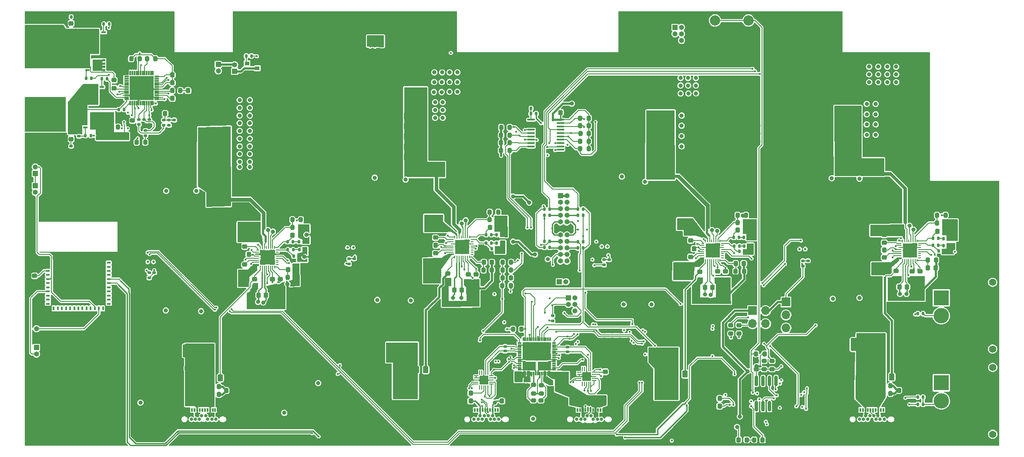
<source format=gbr>
%TF.GenerationSoftware,KiCad,Pcbnew,6.0.0*%
%TF.CreationDate,2022-01-14T14:38:33+01:00*%
%TF.ProjectId,PowerBank V0.2,506f7765-7242-4616-9e6b-2056302e322e,rev?*%
%TF.SameCoordinates,PX2aea540PY80befc0*%
%TF.FileFunction,Copper,L1,Top*%
%TF.FilePolarity,Positive*%
%FSLAX46Y46*%
G04 Gerber Fmt 4.6, Leading zero omitted, Abs format (unit mm)*
G04 Created by KiCad (PCBNEW 6.0.0) date 2022-01-14 14:38:33*
%MOMM*%
%LPD*%
G01*
G04 APERTURE LIST*
G04 Aperture macros list*
%AMRoundRect*
0 Rectangle with rounded corners*
0 $1 Rounding radius*
0 $2 $3 $4 $5 $6 $7 $8 $9 X,Y pos of 4 corners*
0 Add a 4 corners polygon primitive as box body*
4,1,4,$2,$3,$4,$5,$6,$7,$8,$9,$2,$3,0*
0 Add four circle primitives for the rounded corners*
1,1,$1+$1,$2,$3*
1,1,$1+$1,$4,$5*
1,1,$1+$1,$6,$7*
1,1,$1+$1,$8,$9*
0 Add four rect primitives between the rounded corners*
20,1,$1+$1,$2,$3,$4,$5,0*
20,1,$1+$1,$4,$5,$6,$7,0*
20,1,$1+$1,$6,$7,$8,$9,0*
20,1,$1+$1,$8,$9,$2,$3,0*%
%AMFreePoly0*
4,1,21,1.545000,0.775000,0.925000,0.775000,0.925000,0.525000,1.545000,0.525000,1.545000,0.125000,0.925000,0.125000,0.925000,-0.125000,1.545000,-0.125000,1.545000,-0.525000,0.925000,-0.525000,0.925000,-0.775000,1.545000,-0.775000,1.545000,-1.175000,0.925000,-1.175000,0.925000,-1.125000,-0.925000,-1.125000,-0.925000,1.125000,0.925000,1.125000,0.925000,1.175000,1.545000,1.175000,
1.545000,0.775000,1.545000,0.775000,$1*%
G04 Aperture macros list end*
%TA.AperFunction,EtchedComponent*%
%ADD10C,0.152400*%
%TD*%
%TA.AperFunction,ComponentPad*%
%ADD11R,1.000000X1.000000*%
%TD*%
%TA.AperFunction,ComponentPad*%
%ADD12O,1.000000X1.000000*%
%TD*%
%TA.AperFunction,SMDPad,CuDef*%
%ADD13R,1.450000X1.450000*%
%TD*%
%TA.AperFunction,SMDPad,CuDef*%
%ADD14R,0.700000X0.700000*%
%TD*%
%TA.AperFunction,SMDPad,CuDef*%
%ADD15R,0.400000X0.800000*%
%TD*%
%TA.AperFunction,SMDPad,CuDef*%
%ADD16R,0.800000X0.400000*%
%TD*%
%TA.AperFunction,SMDPad,CuDef*%
%ADD17R,4.200000X4.200000*%
%TD*%
%TA.AperFunction,SMDPad,CuDef*%
%ADD18RoundRect,0.006600X0.398400X0.103400X-0.398400X0.103400X-0.398400X-0.103400X0.398400X-0.103400X0*%
%TD*%
%TA.AperFunction,SMDPad,CuDef*%
%ADD19RoundRect,0.006600X0.103400X0.398400X-0.103400X0.398400X-0.103400X-0.398400X0.103400X-0.398400X0*%
%TD*%
%TA.AperFunction,SMDPad,CuDef*%
%ADD20RoundRect,0.135000X-0.135000X-0.185000X0.135000X-0.185000X0.135000X0.185000X-0.135000X0.185000X0*%
%TD*%
%TA.AperFunction,SMDPad,CuDef*%
%ADD21RoundRect,0.135000X0.135000X0.185000X-0.135000X0.185000X-0.135000X-0.185000X0.135000X-0.185000X0*%
%TD*%
%TA.AperFunction,SMDPad,CuDef*%
%ADD22RoundRect,0.135000X0.185000X-0.135000X0.185000X0.135000X-0.185000X0.135000X-0.185000X-0.135000X0*%
%TD*%
%TA.AperFunction,SMDPad,CuDef*%
%ADD23RoundRect,0.135000X-0.185000X0.135000X-0.185000X-0.135000X0.185000X-0.135000X0.185000X0.135000X0*%
%TD*%
%TA.AperFunction,SMDPad,CuDef*%
%ADD24RoundRect,0.200000X-0.200000X-0.275000X0.200000X-0.275000X0.200000X0.275000X-0.200000X0.275000X0*%
%TD*%
%TA.AperFunction,SMDPad,CuDef*%
%ADD25RoundRect,0.200000X0.200000X0.275000X-0.200000X0.275000X-0.200000X-0.275000X0.200000X-0.275000X0*%
%TD*%
%TA.AperFunction,SMDPad,CuDef*%
%ADD26R,0.830000X0.400000*%
%TD*%
%TA.AperFunction,SMDPad,CuDef*%
%ADD27FreePoly0,180.000000*%
%TD*%
%TA.AperFunction,SMDPad,CuDef*%
%ADD28FreePoly0,0.000000*%
%TD*%
%TA.AperFunction,SMDPad,CuDef*%
%ADD29RoundRect,0.218750X-0.218750X-0.256250X0.218750X-0.256250X0.218750X0.256250X-0.218750X0.256250X0*%
%TD*%
%TA.AperFunction,ComponentPad*%
%ADD30C,1.400000*%
%TD*%
%TA.AperFunction,ComponentPad*%
%ADD31R,3.000000X3.000000*%
%TD*%
%TA.AperFunction,ComponentPad*%
%ADD32C,3.000000*%
%TD*%
%TA.AperFunction,ComponentPad*%
%ADD33C,0.800000*%
%TD*%
%TA.AperFunction,ComponentPad*%
%ADD34C,5.000000*%
%TD*%
%TA.AperFunction,SMDPad,CuDef*%
%ADD35RoundRect,0.225000X-0.250000X0.225000X-0.250000X-0.225000X0.250000X-0.225000X0.250000X0.225000X0*%
%TD*%
%TA.AperFunction,SMDPad,CuDef*%
%ADD36RoundRect,0.225000X-0.225000X-0.250000X0.225000X-0.250000X0.225000X0.250000X-0.225000X0.250000X0*%
%TD*%
%TA.AperFunction,SMDPad,CuDef*%
%ADD37RoundRect,0.225000X0.250000X-0.225000X0.250000X0.225000X-0.250000X0.225000X-0.250000X-0.225000X0*%
%TD*%
%TA.AperFunction,SMDPad,CuDef*%
%ADD38RoundRect,0.140000X-0.170000X0.140000X-0.170000X-0.140000X0.170000X-0.140000X0.170000X0.140000X0*%
%TD*%
%TA.AperFunction,SMDPad,CuDef*%
%ADD39RoundRect,0.225000X0.225000X0.250000X-0.225000X0.250000X-0.225000X-0.250000X0.225000X-0.250000X0*%
%TD*%
%TA.AperFunction,SMDPad,CuDef*%
%ADD40RoundRect,0.140000X0.170000X-0.140000X0.170000X0.140000X-0.170000X0.140000X-0.170000X-0.140000X0*%
%TD*%
%TA.AperFunction,SMDPad,CuDef*%
%ADD41RoundRect,0.140000X0.140000X0.170000X-0.140000X0.170000X-0.140000X-0.170000X0.140000X-0.170000X0*%
%TD*%
%TA.AperFunction,SMDPad,CuDef*%
%ADD42R,0.900000X0.800000*%
%TD*%
%TA.AperFunction,ComponentPad*%
%ADD43C,0.400000*%
%TD*%
%TA.AperFunction,ComponentPad*%
%ADD44C,0.499999*%
%TD*%
%TA.AperFunction,SMDPad,CuDef*%
%ADD45O,0.200000X0.549999*%
%TD*%
%TA.AperFunction,SMDPad,CuDef*%
%ADD46O,0.549999X0.200000*%
%TD*%
%TA.AperFunction,SMDPad,CuDef*%
%ADD47R,2.799999X2.799999*%
%TD*%
%TA.AperFunction,SMDPad,CuDef*%
%ADD48R,0.299999X0.800001*%
%TD*%
%TA.AperFunction,SMDPad,CuDef*%
%ADD49R,0.800001X0.299999*%
%TD*%
%TA.AperFunction,SMDPad,CuDef*%
%ADD50R,2.600000X1.749999*%
%TD*%
%TA.AperFunction,SMDPad,CuDef*%
%ADD51R,2.550000X1.749999*%
%TD*%
%TA.AperFunction,SMDPad,CuDef*%
%ADD52R,5.499999X3.400001*%
%TD*%
%TA.AperFunction,SMDPad,CuDef*%
%ADD53RoundRect,0.100000X-0.637500X-0.100000X0.637500X-0.100000X0.637500X0.100000X-0.637500X0.100000X0*%
%TD*%
%TA.AperFunction,SMDPad,CuDef*%
%ADD54R,1.803400X1.803400*%
%TD*%
%TA.AperFunction,SMDPad,CuDef*%
%ADD55R,0.812800X0.203200*%
%TD*%
%TA.AperFunction,SMDPad,CuDef*%
%ADD56R,0.203200X0.812800*%
%TD*%
%TA.AperFunction,SMDPad,CuDef*%
%ADD57RoundRect,0.150000X0.150000X-0.825000X0.150000X0.825000X-0.150000X0.825000X-0.150000X-0.825000X0*%
%TD*%
%TA.AperFunction,ComponentPad*%
%ADD58C,2.000000*%
%TD*%
%TA.AperFunction,ComponentPad*%
%ADD59R,2.000000X2.000000*%
%TD*%
%TA.AperFunction,SMDPad,CuDef*%
%ADD60RoundRect,0.200000X0.275000X-0.200000X0.275000X0.200000X-0.275000X0.200000X-0.275000X-0.200000X0*%
%TD*%
%TA.AperFunction,SMDPad,CuDef*%
%ADD61RoundRect,0.200000X-0.275000X0.200000X-0.275000X-0.200000X0.275000X-0.200000X0.275000X0.200000X0*%
%TD*%
%TA.AperFunction,SMDPad,CuDef*%
%ADD62RoundRect,0.249999X-0.262501X-0.450001X0.262501X-0.450001X0.262501X0.450001X-0.262501X0.450001X0*%
%TD*%
%TA.AperFunction,SMDPad,CuDef*%
%ADD63C,0.500000*%
%TD*%
%TA.AperFunction,SMDPad,CuDef*%
%ADD64R,0.350000X0.700000*%
%TD*%
%TA.AperFunction,ComponentPad*%
%ADD65C,0.650000*%
%TD*%
%TA.AperFunction,ComponentPad*%
%ADD66O,1.000000X2.000000*%
%TD*%
%TA.AperFunction,ComponentPad*%
%ADD67R,1.700000X1.700000*%
%TD*%
%TA.AperFunction,ComponentPad*%
%ADD68O,1.700000X1.700000*%
%TD*%
%TA.AperFunction,SMDPad,CuDef*%
%ADD69RoundRect,0.218750X0.218750X0.256250X-0.218750X0.256250X-0.218750X-0.256250X0.218750X-0.256250X0*%
%TD*%
%TA.AperFunction,SMDPad,CuDef*%
%ADD70RoundRect,0.250000X0.250000X0.475000X-0.250000X0.475000X-0.250000X-0.475000X0.250000X-0.475000X0*%
%TD*%
%TA.AperFunction,SMDPad,CuDef*%
%ADD71RoundRect,0.140000X-0.140000X-0.170000X0.140000X-0.170000X0.140000X0.170000X-0.140000X0.170000X0*%
%TD*%
%TA.AperFunction,SMDPad,CuDef*%
%ADD72RoundRect,0.250000X0.787500X1.025000X-0.787500X1.025000X-0.787500X-1.025000X0.787500X-1.025000X0*%
%TD*%
%TA.AperFunction,SMDPad,CuDef*%
%ADD73RoundRect,0.250000X-0.250000X-0.475000X0.250000X-0.475000X0.250000X0.475000X-0.250000X0.475000X0*%
%TD*%
%TA.AperFunction,ViaPad*%
%ADD74C,0.400000*%
%TD*%
%TA.AperFunction,ViaPad*%
%ADD75C,0.800000*%
%TD*%
%TA.AperFunction,Conductor*%
%ADD76C,0.250000*%
%TD*%
%TA.AperFunction,Conductor*%
%ADD77C,0.200000*%
%TD*%
%TA.AperFunction,Conductor*%
%ADD78C,0.381000*%
%TD*%
%TA.AperFunction,Conductor*%
%ADD79C,0.203200*%
%TD*%
%TA.AperFunction,Conductor*%
%ADD80C,0.139700*%
%TD*%
G04 APERTURE END LIST*
D10*
%TO.C,U25*%
X102000001Y13850000D02*
X102400000Y13850000D01*
X102000001Y14650001D02*
X102000001Y13850000D01*
X102400000Y14650001D02*
X102000001Y14650001D01*
X102400000Y13850000D02*
X102400000Y14650001D01*
X101200000Y13850000D02*
X101599999Y13850000D01*
X101200000Y14650001D02*
X101200000Y13850000D01*
X101599999Y14650001D02*
X101200000Y14650001D01*
X101599999Y13850000D02*
X101599999Y14650001D01*
X98000001Y13850000D02*
X98400000Y13850000D01*
X98000001Y14650001D02*
X98000001Y13850000D01*
X98400000Y14650001D02*
X98000001Y14650001D01*
X98400000Y13850000D02*
X98400000Y14650001D01*
X97200000Y13850000D02*
X97599999Y13850000D01*
X97200000Y14650001D02*
X97200000Y13850000D01*
X97599999Y14650001D02*
X97200000Y14650001D01*
X97599999Y13850000D02*
X97599999Y14650001D01*
%TO.C,NT4*%
G36*
X135450000Y38200000D02*
G01*
X134950000Y38200000D01*
X134950000Y39200000D01*
X135450000Y39200000D01*
X135450000Y38200000D01*
G37*
%TO.C,NT3*%
G36*
X86650000Y38900000D02*
G01*
X86150000Y38900000D01*
X86150000Y39900000D01*
X86650000Y39900000D01*
X86650000Y38900000D01*
G37*
%TO.C,NT2*%
G36*
X173750000Y38200000D02*
G01*
X173250000Y38200000D01*
X173250000Y39200000D01*
X173750000Y39200000D01*
X173750000Y38200000D01*
G37*
%TO.C,NT1*%
G36*
X48850000Y36900000D02*
G01*
X48350000Y36900000D01*
X48350000Y37900000D01*
X48850000Y37900000D01*
X48850000Y36900000D01*
G37*
%TD*%
D11*
%TO.P,EN,1*%
%TO.N,Net-(C123-Pad1)*%
X104225000Y32130000D03*
D12*
%TO.P,EN,2*%
%TO.N,LDO_3.3V*%
X105495000Y32130000D03*
%TD*%
D11*
%TO.P,3v3,1*%
%TO.N,+3V3*%
X2244000Y50799000D03*
D12*
%TO.P,3v3,2*%
%TO.N,Net-(C254-Pad1)*%
X2244000Y49529000D03*
%TD*%
D11*
%TO.P,IO8,1*%
%TO.N,+3V3*%
X2244000Y53197000D03*
D12*
%TO.P,IO8,2*%
%TO.N,Net-(IC1-Pad22)*%
X2244000Y54467000D03*
%TD*%
D11*
%TO.P,EN,1*%
%TO.N,Net-(C254-Pad1)*%
X2498000Y19318000D03*
D12*
%TO.P,EN,2*%
%TO.N,Net-(IC1-Pad8)*%
X2498000Y18048000D03*
%TD*%
D13*
%TO.P,IC1,61,GND_30*%
%TO.N,GND*%
X10626000Y33818000D03*
%TO.P,IC1,60,GND_29*%
X12601000Y33818000D03*
%TO.P,IC1,59,GND_28*%
X12601000Y31843000D03*
%TO.P,IC1,58,GND_27*%
X12601000Y29868000D03*
%TO.P,IC1,57,GND_26*%
X10626000Y29868000D03*
%TO.P,IC1,56,GND_25*%
X8651000Y29868000D03*
%TO.P,IC1,55,GND_24*%
X8651000Y31843000D03*
%TO.P,IC1,54,GND_23*%
X8651000Y33818000D03*
D14*
%TO.P,IC1,53,GND_22*%
X4676000Y36793000D03*
%TO.P,IC1,52,GND_21*%
X4676000Y26893000D03*
%TO.P,IC1,51,GND_20*%
X16576000Y26893000D03*
%TO.P,IC1,50,GND_19*%
X16576000Y36793000D03*
D13*
%TO.P,IC1,49,GND_18*%
X10626000Y31843000D03*
D15*
%TO.P,IC1,48,GND_17*%
X5826000Y36743000D03*
%TO.P,IC1,47,GND_16*%
X6626000Y36743000D03*
%TO.P,IC1,46,GND_15*%
X7426000Y36743000D03*
%TO.P,IC1,45,GND_14*%
X8226000Y36743000D03*
%TO.P,IC1,44,GND_13*%
X9026000Y36743000D03*
%TO.P,IC1,43,GND_12*%
X9826000Y36743000D03*
%TO.P,IC1,42,GND_11*%
X10626000Y36743000D03*
%TO.P,IC1,41,GND_10*%
X11426000Y36743000D03*
%TO.P,IC1,40,GND_9*%
X12226000Y36743000D03*
%TO.P,IC1,39,GND_8*%
X13026000Y36743000D03*
%TO.P,IC1,38,GND_7*%
X13826000Y36743000D03*
%TO.P,IC1,37,GND_6*%
X14626000Y36743000D03*
%TO.P,IC1,36,GND_5*%
X15426000Y36743000D03*
D16*
%TO.P,IC1,35,NC_14*%
%TO.N,unconnected-(IC1-Pad35)*%
X16526000Y35843000D03*
%TO.P,IC1,34,NC_13*%
%TO.N,unconnected-(IC1-Pad34)*%
X16526000Y35043000D03*
%TO.P,IC1,33,NC_12*%
%TO.N,unconnected-(IC1-Pad33)*%
X16526000Y34243000D03*
%TO.P,IC1,32,NC_11*%
%TO.N,unconnected-(IC1-Pad32)*%
X16526000Y33443000D03*
%TO.P,IC1,31,TXD0*%
%TO.N,/RX1*%
X16526000Y32643000D03*
%TO.P,IC1,30,RXD0*%
%TO.N,/TX1*%
X16526000Y31843000D03*
%TO.P,IC1,29,NC_10*%
%TO.N,unconnected-(IC1-Pad29)*%
X16526000Y31043000D03*
%TO.P,IC1,28,NC_9*%
%TO.N,unconnected-(IC1-Pad28)*%
X16526000Y30243000D03*
%TO.P,IC1,27,IO19*%
%TO.N,unconnected-(IC1-Pad27)*%
X16526000Y29443000D03*
%TO.P,IC1,26,IO18*%
%TO.N,unconnected-(IC1-Pad26)*%
X16526000Y28643000D03*
%TO.P,IC1,25,NC_8*%
%TO.N,unconnected-(IC1-Pad25)*%
X16526000Y27843000D03*
D15*
%TO.P,IC1,24,NC_7*%
%TO.N,unconnected-(IC1-Pad24)*%
X15426000Y26943000D03*
%TO.P,IC1,23,IO9*%
%TO.N,Net-(IC1-Pad23)*%
X14626000Y26943000D03*
%TO.P,IC1,22,IO8*%
%TO.N,Net-(IC1-Pad22)*%
X13826000Y26943000D03*
%TO.P,IC1,21,IO7*%
%TO.N,unconnected-(IC1-Pad21)*%
X13026000Y26943000D03*
%TO.P,IC1,20,IO6*%
%TO.N,unconnected-(IC1-Pad20)*%
X12226000Y26943000D03*
%TO.P,IC1,19,IO5*%
%TO.N,unconnected-(IC1-Pad19)*%
X11426000Y26943000D03*
%TO.P,IC1,18,IO4*%
%TO.N,unconnected-(IC1-Pad18)*%
X10626000Y26943000D03*
%TO.P,IC1,17,NC_6*%
%TO.N,unconnected-(IC1-Pad17)*%
X9826000Y26943000D03*
%TO.P,IC1,16,IO10*%
%TO.N,unconnected-(IC1-Pad16)*%
X9026000Y26943000D03*
%TO.P,IC1,15,NC_5*%
%TO.N,unconnected-(IC1-Pad15)*%
X8226000Y26943000D03*
%TO.P,IC1,14,GND_4*%
%TO.N,unconnected-(IC1-Pad14)*%
X7426000Y26943000D03*
%TO.P,IC1,13,IO1*%
%TO.N,unconnected-(IC1-Pad13)*%
X6626000Y26943000D03*
%TO.P,IC1,12,IO0*%
%TO.N,unconnected-(IC1-Pad12)*%
X5826000Y26943000D03*
D16*
%TO.P,IC1,11,GND_3*%
%TO.N,unconnected-(IC1-Pad11)*%
X4726000Y27843000D03*
%TO.P,IC1,10,NC_4*%
%TO.N,unconnected-(IC1-Pad10)*%
X4726000Y28643000D03*
%TO.P,IC1,9,NC_3*%
%TO.N,unconnected-(IC1-Pad9)*%
X4726000Y29443000D03*
%TO.P,IC1,8,EN*%
%TO.N,Net-(IC1-Pad8)*%
X4726000Y30243000D03*
%TO.P,IC1,7,NC_2*%
%TO.N,unconnected-(IC1-Pad7)*%
X4726000Y31043000D03*
%TO.P,IC1,6,IO3*%
%TO.N,unconnected-(IC1-Pad6)*%
X4726000Y31843000D03*
%TO.P,IC1,5,IO2*%
%TO.N,Net-(IC1-Pad22)*%
X4726000Y32643000D03*
%TO.P,IC1,4,NC_1*%
%TO.N,unconnected-(IC1-Pad4)*%
X4726000Y33443000D03*
%TO.P,IC1,3,3V3*%
%TO.N,Net-(C254-Pad1)*%
X4726000Y34243000D03*
%TO.P,IC1,2,GND_2*%
%TO.N,GND*%
X4726000Y35043000D03*
%TO.P,IC1,1,GND_1*%
X4726000Y35843000D03*
%TD*%
D11*
%TO.P,IO9,1*%
%TO.N,GND*%
X2498000Y21716000D03*
D12*
%TO.P,IO9,2*%
%TO.N,Net-(IC1-Pad23)*%
X2498000Y22986000D03*
%TD*%
D17*
%TO.P,U36,49,GND*%
%TO.N,GND*%
X22934000Y69849000D03*
D18*
%TO.P,U36,36,SW_BRG1*%
%TO.N,/WirelessPower/SW_BRG1*%
X19984000Y67649000D03*
%TO.P,U36,35,GL_BRG1*%
%TO.N,Net-(R131-Pad2)*%
X19984000Y68049000D03*
%TO.P,U36,34,GND*%
%TO.N,GND*%
X19984000Y68449000D03*
%TO.P,U36,33,GL_BRG2*%
%TO.N,Net-(R133-Pad2)*%
X19984000Y68849000D03*
%TO.P,U36,32,SW_BRG2*%
%TO.N,/WirelessPower/SW_BRG2*%
X19984000Y69249000D03*
%TO.P,U36,31,BST_BRG2*%
%TO.N,Net-(C229-Pad1)*%
X19984000Y69649000D03*
%TO.P,U36,30,GH_BRG2*%
%TO.N,Net-(R132-Pad2)*%
X19984000Y70049000D03*
%TO.P,U36,29*%
%TO.N,N/C*%
X19984000Y70449000D03*
%TO.P,U36,28*%
X19984000Y70849000D03*
%TO.P,U36,27*%
X19984000Y71249000D03*
%TO.P,U36,26*%
X19984000Y71649000D03*
%TO.P,U36,25*%
X19984000Y72049000D03*
%TO.P,U36,12,VDDIO*%
%TO.N,/WirelessPower/3v3*%
X25884000Y72049000D03*
%TO.P,U36,11,LED2*%
%TO.N,unconnected-(U36-Pad11)*%
X25884000Y71649000D03*
%TO.P,U36,10,LED1*%
%TO.N,unconnected-(U36-Pad10)*%
X25884000Y71249000D03*
%TO.P,U36,9,LDO18*%
%TO.N,/WirelessPower/1v8*%
X25884000Y70849000D03*
%TO.P,U36,8,VIN_LDO*%
%TO.N,/WirelessPower/5V*%
X25884000Y70449000D03*
%TO.P,U36,7,LDO33*%
%TO.N,/WirelessPower/3v3*%
X25884000Y70049000D03*
%TO.P,U36,6,GND*%
%TO.N,GND*%
X25884000Y69649000D03*
%TO.P,U36,5,SW_S*%
%TO.N,Net-(L7-Pad1)*%
X25884000Y69249000D03*
%TO.P,U36,4,VIN*%
%TO.N,+BATT*%
X25884000Y68849000D03*
%TO.P,U36,3,PREG*%
%TO.N,Net-(C233-Pad2)*%
X25884000Y68449000D03*
%TO.P,U36,2,GND*%
%TO.N,GND*%
X25884000Y68049000D03*
%TO.P,U36,1,~{EN}*%
%TO.N,Net-(R127-Pad1)*%
X25884000Y67649000D03*
D19*
%TO.P,U36,48,CSP*%
%TO.N,/WirelessPower/CSP*%
X25134000Y66899000D03*
%TO.P,U36,47,CSN*%
%TO.N,/WirelessPower/CSN*%
X24734000Y66899000D03*
%TO.P,U36,46,ISNS_OUT*%
%TO.N,/WirelessPower/ISNS_OUT*%
X24334000Y66899000D03*
%TO.P,U36,45,IDEMI*%
%TO.N,/WirelessPower/IDEMI*%
X23934000Y66899000D03*
%TO.P,U36,44,VDEM1*%
%TO.N,/WirelessPower/VDEMI*%
X23534000Y66899000D03*
%TO.P,U36,43*%
%TO.N,N/C*%
X23134000Y66899000D03*
%TO.P,U36,42*%
X22734000Y66899000D03*
%TO.P,U36,41,GND*%
%TO.N,GND*%
X22334000Y66899000D03*
%TO.P,U36,40,VBRG_IN*%
%TO.N,/WirelessPower/V_BRIDGE*%
X21934000Y66899000D03*
%TO.P,U36,39,DRV_VIN*%
%TO.N,/WirelessPower/5V*%
X21534000Y66899000D03*
%TO.P,U36,38,GH_BRG1*%
%TO.N,Net-(R130-Pad2)*%
X21134000Y66899000D03*
%TO.P,U36,37,BST_BRG1*%
%TO.N,Net-(C228-Pad1)*%
X20734000Y66899000D03*
%TO.P,U36,24,Q_DRV2*%
%TO.N,unconnected-(U36-Pad24)*%
X20734000Y72799000D03*
%TO.P,U36,23,Q_DRV1*%
%TO.N,unconnected-(U36-Pad23)*%
X21134000Y72799000D03*
%TO.P,U36,22,OVP_CTL*%
%TO.N,unconnected-(U36-Pad22)*%
X21534000Y72799000D03*
%TO.P,U36,21,BUZR*%
%TO.N,unconnected-(U36-Pad21)*%
X21934000Y72799000D03*
%TO.P,U36,20,TS*%
%TO.N,Net-(R129-Pad2)*%
X22334000Y72799000D03*
%TO.P,U36,19,VCOIL*%
%TO.N,/WirelessPower/vcoil_ov*%
X22734000Y72799000D03*
%TO.P,U36,18,LED/Q-FACT*%
%TO.N,unconnected-(U36-Pad18)*%
X23134000Y72799000D03*
%TO.P,U36,17,ILIM/FOD*%
%TO.N,Net-(R128-Pad2)*%
X23534000Y72799000D03*
%TO.P,U36,16,SDA*%
%TO.N,/SDA2*%
X23934000Y72799000D03*
%TO.P,U36,15,SCL*%
%TO.N,/SCL2*%
X24334000Y72799000D03*
%TO.P,U36,14*%
%TO.N,N/C*%
X24734000Y72799000D03*
%TO.P,U36,13*%
X25134000Y72799000D03*
%TD*%
D20*
%TO.P,R149,2*%
%TO.N,/power/MR2*%
X174964000Y8254000D03*
%TO.P,R149,1*%
%TO.N,+3V3*%
X173944000Y8254000D03*
%TD*%
%TO.P,R148,2*%
%TO.N,/power/MR2*%
X174966000Y9651000D03*
%TO.P,R148,1*%
%TO.N,/SDA2*%
X173946000Y9651000D03*
%TD*%
D21*
%TO.P,R147,2*%
%TO.N,/SCL2*%
X173948000Y25907000D03*
%TO.P,R147,1*%
%TO.N,/power/MR1*%
X174968000Y25907000D03*
%TD*%
D20*
%TO.P,R143,2*%
%TO.N,Net-(C248-Pad2)*%
X9231000Y83692000D03*
%TO.P,R143,1*%
%TO.N,GND*%
X8211000Y83692000D03*
%TD*%
D22*
%TO.P,R142,2*%
%TO.N,Net-(C247-Pad2)*%
X9229000Y58546000D03*
%TO.P,R142,1*%
%TO.N,GND*%
X9229000Y57526000D03*
%TD*%
D23*
%TO.P,R140,1*%
%TO.N,Net-(C242-Pad1)*%
X28279000Y63626000D03*
%TO.P,R140,2*%
%TO.N,/WirelessPower/VCOIL*%
X28279000Y62606000D03*
%TD*%
%TO.P,R139,2*%
%TO.N,GND*%
X29295000Y62606000D03*
%TO.P,R139,1*%
%TO.N,Net-(C242-Pad1)*%
X29295000Y63626000D03*
%TD*%
D22*
%TO.P,R138,2*%
%TO.N,Net-(C242-Pad1)*%
X27263000Y63630000D03*
%TO.P,R138,1*%
%TO.N,Net-(C241-Pad2)*%
X27263000Y62610000D03*
%TD*%
D24*
%TO.P,R136,2*%
%TO.N,+BATT*%
X18373000Y62229000D03*
%TO.P,R136,1*%
%TO.N,/WirelessPower/V_BRIDGE*%
X16723000Y62229000D03*
%TD*%
D22*
%TO.P,R135,2*%
%TO.N,/WirelessPower/SW_BRG1*%
X10753000Y61469000D03*
%TO.P,R135,1*%
%TO.N,Net-(Q2-Pad4)*%
X10753000Y60449000D03*
%TD*%
D20*
%TO.P,R133,2*%
%TO.N,Net-(R133-Pad2)*%
X16597000Y82295000D03*
%TO.P,R133,1*%
%TO.N,Net-(Q5-Pad4)*%
X15577000Y82295000D03*
%TD*%
%TO.P,R132,2*%
%TO.N,Net-(R132-Pad2)*%
X13166000Y71754000D03*
%TO.P,R132,1*%
%TO.N,Net-(Q4-Pad4)*%
X12146000Y71754000D03*
%TD*%
%TO.P,R131,2*%
%TO.N,Net-(R131-Pad2)*%
X16216000Y71627000D03*
%TO.P,R131,1*%
%TO.N,Net-(Q3-Pad4)*%
X15196000Y71627000D03*
%TD*%
%TO.P,R130,2*%
%TO.N,Net-(R130-Pad2)*%
X13041000Y60578000D03*
%TO.P,R130,1*%
%TO.N,Net-(Q2-Pad4)*%
X12021000Y60578000D03*
%TD*%
D24*
%TO.P,R129,2*%
%TO.N,Net-(R129-Pad2)*%
X22564000Y75564000D03*
%TO.P,R129,1*%
%TO.N,/WirelessPower/3v3*%
X20914000Y75564000D03*
%TD*%
D25*
%TO.P,R128,2*%
%TO.N,Net-(R128-Pad2)*%
X23962000Y75564000D03*
%TO.P,R128,1*%
%TO.N,/WirelessPower/3v3*%
X25612000Y75564000D03*
%TD*%
D24*
%TO.P,R126,2*%
%TO.N,Net-(C230-Pad1)*%
X23643000Y59308000D03*
%TO.P,R126,1*%
%TO.N,/WirelessPower/ISNS_OUT*%
X21993000Y59308000D03*
%TD*%
D26*
%TO.P,Q5,2,S*%
%TO.N,GND*%
X15568000Y79430000D03*
%TO.P,Q5,1,S*%
X15568000Y78780000D03*
%TO.P,Q5,3,S*%
X15568000Y80080000D03*
%TO.P,Q5,4,G*%
%TO.N,Net-(Q5-Pad4)*%
X15568000Y80730000D03*
D27*
%TO.P,Q5,5,D*%
%TO.N,/WirelessPower/SW_BRG2*%
X13628000Y79755000D03*
%TD*%
D26*
%TO.P,Q4,2,S*%
%TO.N,/WirelessPower/SW_BRG2*%
X12395000Y74619000D03*
%TO.P,Q4,1,S*%
X12395000Y75269000D03*
%TO.P,Q4,3,S*%
X12395000Y73969000D03*
%TO.P,Q4,4,G*%
%TO.N,Net-(Q4-Pad4)*%
X12395000Y73319000D03*
D28*
%TO.P,Q4,5,D*%
%TO.N,/WirelessPower/V_BRIDGE*%
X14335000Y74294000D03*
%TD*%
D26*
%TO.P,Q3,2,S*%
%TO.N,GND*%
X15226000Y68753000D03*
%TO.P,Q3,1,S*%
X15226000Y68103000D03*
%TO.P,Q3,3,S*%
X15226000Y69403000D03*
%TO.P,Q3,4,G*%
%TO.N,Net-(Q3-Pad4)*%
X15226000Y70053000D03*
D27*
%TO.P,Q3,5,D*%
%TO.N,/WirelessPower/SW_BRG1*%
X13286000Y69078000D03*
%TD*%
D26*
%TO.P,Q2,2,S*%
%TO.N,/WirelessPower/SW_BRG1*%
X11990000Y63443000D03*
%TO.P,Q2,1,S*%
X11990000Y64093000D03*
%TO.P,Q2,3,S*%
X11990000Y62793000D03*
%TO.P,Q2,4,G*%
%TO.N,Net-(Q2-Pad4)*%
X11990000Y62143000D03*
D28*
%TO.P,Q2,5,D*%
%TO.N,/WirelessPower/V_BRIDGE*%
X13930000Y63118000D03*
%TD*%
D29*
%TO.P,L7,2,2*%
%TO.N,/WirelessPower/5V*%
X30463500Y69341000D03*
%TO.P,L7,1,1*%
%TO.N,Net-(L7-Pad1)*%
X28888500Y69341000D03*
%TD*%
D30*
%TO.P,J14,*%
%TO.N,*%
X188520000Y15445000D03*
X188520000Y2445000D03*
D31*
%TO.P,J14,1,Pin_1*%
%TO.N,+BATT*%
X178520000Y12445000D03*
D32*
%TO.P,J14,2,Pin_2*%
%TO.N,/power/MR2*%
X178520000Y8945000D03*
%TO.P,J14,3,Pin_3*%
%TO.N,GND*%
X178520000Y5445000D03*
%TD*%
D33*
%TO.P,H2,1,1*%
%TO.N,/WirelessPower/SW_BRG2*%
X4712825Y80191825D03*
X3387000Y80741000D03*
X2061175Y80191825D03*
X1512000Y78866000D03*
X2061175Y77540175D03*
X3387000Y76991000D03*
X4712825Y77540175D03*
X5262000Y78866000D03*
D34*
X3387000Y78866000D03*
%TD*%
D33*
%TO.P,H1,1,1*%
%TO.N,/WirelessPower/VCOIL*%
X4458825Y66475825D03*
X3133000Y67025000D03*
X1807175Y66475825D03*
X1258000Y65150000D03*
X1807175Y63824175D03*
X3133000Y63275000D03*
X4458825Y63824175D03*
X5008000Y65150000D03*
D34*
X3133000Y65150000D03*
%TD*%
D35*
%TO.P,C254,2*%
%TO.N,GND*%
X2117000Y31736000D03*
%TO.P,C254,1*%
%TO.N,Net-(C254-Pad1)*%
X2117000Y33286000D03*
%TD*%
D36*
%TO.P,C251,2*%
%TO.N,/WirelessPower/SW_BRG1*%
X9229000Y64642000D03*
%TO.P,C251,1*%
%TO.N,/WirelessPower/VCOIL*%
X7679000Y64642000D03*
%TD*%
%TO.P,C250,2*%
%TO.N,/WirelessPower/SW_BRG1*%
X9229000Y66166000D03*
%TO.P,C250,1*%
%TO.N,/WirelessPower/VCOIL*%
X7679000Y66166000D03*
%TD*%
%TO.P,C249,2*%
%TO.N,/WirelessPower/SW_BRG1*%
X9229000Y63118000D03*
%TO.P,C249,1*%
%TO.N,/WirelessPower/VCOIL*%
X7679000Y63118000D03*
%TD*%
D37*
%TO.P,C248,2*%
%TO.N,Net-(C248-Pad2)*%
X9229000Y82422000D03*
%TO.P,C248,1*%
%TO.N,/WirelessPower/SW_BRG2*%
X9229000Y80872000D03*
%TD*%
D35*
%TO.P,C247,2*%
%TO.N,Net-(C247-Pad2)*%
X9229000Y59917000D03*
%TO.P,C247,1*%
%TO.N,/WirelessPower/SW_BRG1*%
X9229000Y61467000D03*
%TD*%
%TO.P,C246,2*%
%TO.N,GND*%
X19643000Y58660000D03*
%TO.P,C246,1*%
%TO.N,/WirelessPower/V_BRIDGE*%
X19643000Y60210000D03*
%TD*%
%TO.P,C245,1*%
%TO.N,/WirelessPower/V_BRIDGE*%
X16595000Y60210000D03*
%TO.P,C245,2*%
%TO.N,GND*%
X16595000Y58660000D03*
%TD*%
%TO.P,C244,1*%
%TO.N,/WirelessPower/V_BRIDGE*%
X18119000Y60223000D03*
%TO.P,C244,2*%
%TO.N,GND*%
X18119000Y58673000D03*
%TD*%
%TO.P,C243,2*%
%TO.N,GND*%
X15071000Y58647000D03*
%TO.P,C243,1*%
%TO.N,/WirelessPower/V_BRIDGE*%
X15071000Y60197000D03*
%TD*%
D36*
%TO.P,C242,1*%
%TO.N,Net-(C242-Pad1)*%
X27504000Y64896000D03*
%TO.P,C242,2*%
%TO.N,GND*%
X29054000Y64896000D03*
%TD*%
D38*
%TO.P,C241,2*%
%TO.N,Net-(C241-Pad2)*%
X22437000Y62765000D03*
%TO.P,C241,1*%
%TO.N,/WirelessPower/VDEMI*%
X22437000Y63725000D03*
%TD*%
D39*
%TO.P,C238,2*%
%TO.N,/WirelessPower/5V*%
X31949000Y69341000D03*
%TO.P,C238,1*%
%TO.N,GND*%
X33499000Y69341000D03*
%TD*%
D36*
%TO.P,C236,2*%
%TO.N,GND*%
X30451000Y70865000D03*
%TO.P,C236,1*%
%TO.N,/WirelessPower/3v3*%
X28901000Y70865000D03*
%TD*%
%TO.P,C234,2*%
%TO.N,GND*%
X30451000Y72389000D03*
%TO.P,C234,1*%
%TO.N,/WirelessPower/3v3*%
X28901000Y72389000D03*
%TD*%
D39*
%TO.P,C233,2*%
%TO.N,Net-(C233-Pad2)*%
X28901000Y67817000D03*
%TO.P,C233,1*%
%TO.N,GND*%
X30451000Y67817000D03*
%TD*%
D37*
%TO.P,C232,2*%
%TO.N,/WirelessPower/5V*%
X21167000Y63512000D03*
%TO.P,C232,1*%
%TO.N,GND*%
X21167000Y61962000D03*
%TD*%
D38*
%TO.P,C231,2*%
%TO.N,GND*%
X23453000Y62765000D03*
%TO.P,C231,1*%
%TO.N,/WirelessPower/IDEMI*%
X23453000Y63725000D03*
%TD*%
D40*
%TO.P,C230,2*%
%TO.N,/WirelessPower/IDEMI*%
X23707000Y61566000D03*
%TO.P,C230,1*%
%TO.N,Net-(C230-Pad1)*%
X23707000Y60606000D03*
%TD*%
D37*
%TO.P,C229,2*%
%TO.N,/WirelessPower/SW_BRG2*%
X17611000Y71386000D03*
%TO.P,C229,1*%
%TO.N,Net-(C229-Pad1)*%
X17611000Y69836000D03*
%TD*%
D41*
%TO.P,C228,2*%
%TO.N,/WirelessPower/SW_BRG1*%
X18528000Y65658000D03*
%TO.P,C228,1*%
%TO.N,Net-(C228-Pad1)*%
X19488000Y65658000D03*
%TD*%
D38*
%TO.P,C227,2*%
%TO.N,GND*%
X24469000Y62765000D03*
%TO.P,C227,1*%
%TO.N,/WirelessPower/ISNS_OUT*%
X24469000Y63725000D03*
%TD*%
D39*
%TO.P,C1,2*%
%TO.N,GND*%
X30200000Y15250000D03*
%TO.P,C1,1*%
%TO.N,VIN1*%
X31750000Y15250000D03*
%TD*%
D38*
%TO.P,C150,1*%
%TO.N,/BQ1/CC1.1*%
X105800000Y18500000D03*
%TO.P,C150,2*%
%TO.N,GND*%
X105800000Y17540000D03*
%TD*%
D11*
%TO.P,FLASH,1,Pin_1*%
%TO.N,/BQ1/SPI_SS*%
X106000000Y29000000D03*
D12*
%TO.P,FLASH,2,Pin_2*%
%TO.N,/BQ1/SPI_CLK*%
X107270000Y29000000D03*
%TO.P,FLASH,3,Pin_3*%
%TO.N,Net-(C123-Pad1)*%
X106000000Y27730000D03*
%TO.P,FLASH,4,Pin_4*%
%TO.N,/BQ1/SPI_MOSI*%
X107270000Y27730000D03*
%TO.P,FLASH,5,Pin_5*%
%TO.N,GND*%
X106000000Y26460000D03*
%TO.P,FLASH,6,Pin_6*%
%TO.N,/BQ1/SPI_MISO*%
X107270000Y26460000D03*
%TD*%
D11*
%TO.P,J12,1,Pin_1*%
%TO.N,+5V*%
X126700000Y81670000D03*
D12*
%TO.P,J12,2,Pin_2*%
%TO.N,/SDA2*%
X127970000Y81670000D03*
%TO.P,J12,3,Pin_3*%
%TO.N,+3V3*%
X126700000Y80400000D03*
%TO.P,J12,4,Pin_4*%
%TO.N,/SCL2*%
X127970000Y80400000D03*
%TO.P,J12,5,Pin_5*%
%TO.N,GND*%
X126700000Y79130000D03*
%TO.P,J12,6,Pin_6*%
%TO.N,/DISP*%
X127970000Y79130000D03*
%TD*%
D20*
%TO.P,R124,1*%
%TO.N,Net-(Q1-Pad1)*%
X43280000Y76100000D03*
%TO.P,R124,2*%
%TO.N,/FAN*%
X44300000Y76100000D03*
%TD*%
D42*
%TO.P,Q1,1,G*%
%TO.N,Net-(Q1-Pad1)*%
X43450000Y74650000D03*
%TO.P,Q1,2,S*%
%TO.N,GND*%
X43450000Y72750000D03*
%TO.P,Q1,3,D*%
%TO.N,Net-(J10-Pad2)*%
X45450000Y73700000D03*
%TD*%
D11*
%TO.P,J11,1,Pin_1*%
%TO.N,Net-(J10-Pad2)*%
X41050000Y73100000D03*
D12*
%TO.P,J11,2,Pin_2*%
%TO.N,+5V*%
X41050000Y74370000D03*
%TD*%
D11*
%TO.P,J10,1,Pin_1*%
%TO.N,+5V*%
X37850000Y74450000D03*
D12*
%TO.P,J10,2,Pin_2*%
%TO.N,Net-(J10-Pad2)*%
X37850000Y73180000D03*
%TD*%
D43*
%TO.P,Y1,1,1*%
%TO.N,/PC15*%
X138050000Y8200000D03*
%TO.P,Y1,2,2*%
%TO.N,/PC14*%
X137350000Y8200000D03*
%TD*%
D44*
%TO.P,U35,V*%
%TO.N,N/C*%
X64100001Y38800000D03*
X63000004Y38800000D03*
%TD*%
%TO.P,U34,V*%
%TO.N,N/C*%
X25250001Y36000000D03*
X24150004Y36000000D03*
%TD*%
%TO.P,U33,V*%
%TO.N,N/C*%
X113550001Y39000000D03*
X112450004Y39000000D03*
%TD*%
%TO.P,U32,V*%
%TO.N,N/C*%
X152050001Y38500000D03*
X150950004Y38500000D03*
%TD*%
D45*
%TO.P,U26,1,VBUS*%
%TO.N,Net-(C163-Pad1)*%
X132649916Y36275000D03*
%TO.P,U26,2,ACN*%
%TO.N,Net-(C149-Pad1)*%
X133049999Y36275000D03*
%TO.P,U26,3,ACP*%
%TO.N,Net-(C145-Pad1)*%
X133449999Y36275000D03*
%TO.P,U26,4,CHRG_OK*%
%TO.N,/BQ1/CHRG_OK2*%
X133849998Y36275000D03*
%TO.P,U26,5,OTG_VAP*%
%TO.N,/BQ1/OTG2*%
X134250000Y36275000D03*
%TO.P,U26,6,ILIM_HIZ*%
%TO.N,/BQ1/ILIM_HIZ2*%
X134649999Y36275000D03*
%TO.P,U26,7,VDDA*%
%TO.N,/BQ1/VDDA2*%
X135049998Y36275000D03*
%TO.P,U26,8,IADPT*%
%TO.N,Net-(C190-Pad1)*%
X135450000Y36275000D03*
D46*
%TO.P,U26,9,IBAT*%
%TO.N,unconnected-(U26-Pad9)*%
X135975000Y36799998D03*
%TO.P,U26,10,PSYS*%
%TO.N,unconnected-(U26-Pad10)*%
X135975000Y37199999D03*
%TO.P,U26,11,PROCHOT_N*%
%TO.N,unconnected-(U26-Pad11)*%
X135975000Y37599999D03*
%TO.P,U26,12,SDA*%
%TO.N,/BQ1/SDA2*%
X135975000Y37999998D03*
%TO.P,U26,13,SCL*%
%TO.N,/BQ1/SCL2*%
X135975000Y38400000D03*
%TO.P,U26,14,CMPIN*%
%TO.N,GND*%
X135975000Y38799999D03*
%TO.P,U26,15,CMPOUT*%
%TO.N,unconnected-(U26-Pad15)*%
X135975000Y39199998D03*
%TO.P,U26,16,COMP1*%
%TO.N,Net-(C159-Pad2)*%
X135975000Y39600000D03*
D45*
%TO.P,U26,17,COMP2*%
%TO.N,Net-(C176-Pad2)*%
X135450000Y40125000D03*
%TO.P,U26,18,CELL_BATPRESZ*%
%TO.N,Net-(R113-Pad1)*%
X135049998Y40125000D03*
%TO.P,U26,19,SRN*%
%TO.N,Net-(R109-Pad2)*%
X134649999Y40125000D03*
%TO.P,U26,20,SRP*%
%TO.N,Net-(R105-Pad2)*%
X134250000Y40125000D03*
%TO.P,U26,21,BATDRV_N*%
%TO.N,unconnected-(U26-Pad21)*%
X133849998Y40125000D03*
%TO.P,U26,22,VSYS*%
%TO.N,Net-(C181-Pad1)*%
X133449999Y40125000D03*
%TO.P,U26,23,SW2*%
%TO.N,Net-(C171-Pad1)*%
X133049999Y40125000D03*
%TO.P,U26,24,HIDRV2*%
%TO.N,Net-(U26-Pad24)*%
X132649916Y40125000D03*
D46*
%TO.P,U26,25,BTST2*%
%TO.N,Net-(C171-Pad2)*%
X132125000Y39600002D03*
%TO.P,U26,26,LODRV2*%
%TO.N,Net-(C173-Pad1)*%
X132125000Y39200001D03*
%TO.P,U26,27,PGND*%
%TO.N,GND*%
X132125000Y38800001D03*
%TO.P,U26,28,REGN*%
%TO.N,/BQ1/REGN2*%
X132125000Y38400002D03*
%TO.P,U26,29,LODRV1*%
%TO.N,Net-(C166-Pad2)*%
X132125000Y38000000D03*
%TO.P,U26,30,BTST1*%
%TO.N,Net-(C169-Pad2)*%
X132125000Y37600001D03*
%TO.P,U26,31,HIDRV1*%
%TO.N,Net-(U22-Pad4)*%
X132125000Y37200002D03*
%TO.P,U26,32,SW1*%
%TO.N,Net-(C169-Pad1)*%
X132125000Y36800000D03*
D47*
%TO.P,U26,33,Thermal_Pad*%
%TO.N,GND*%
X134049919Y38200084D03*
D44*
%TO.P,U26,V*%
%TO.N,N/C*%
X135200000Y38200000D03*
X134050000Y39350000D03*
X134050000Y38200000D03*
X134050000Y37050000D03*
X132900000Y38200000D03*
%TD*%
D48*
%TO.P,U25,1,PP_HV2*%
%TO.N,VIN3*%
X97199998Y14249999D03*
%TO.P,U25,2,PP_HV2*%
X97599997Y14249999D03*
%TO.P,U25,3,VBUS2*%
%TO.N,/BQ1/VBUS2*%
X97999999Y14249999D03*
%TO.P,U25,4,VBUS2*%
X98399998Y14249999D03*
%TO.P,U25,5,VIN_3V3*%
%TO.N,+3V3*%
X98799997Y14249999D03*
%TO.P,U25,6,ADCIN1*%
%TO.N,Net-(R101-Pad2)*%
X99199999Y14249999D03*
%TO.P,U25,7,DRAIN2*%
%TO.N,/BQ1/D2*%
X99599998Y14249999D03*
%TO.P,U25,8,DRAIN1*%
%TO.N,/BQ1/D1*%
X99999997Y14249999D03*
%TO.P,U25,9,LDO_3V3*%
%TO.N,LDO_3.3V*%
X100399996Y14249999D03*
%TO.P,U25,10,ADCIN2*%
%TO.N,Net-(R97-Pad1)*%
X100799998Y14249999D03*
%TO.P,U25,11,PP_HV1*%
%TO.N,VIN2*%
X101199997Y14249999D03*
%TO.P,U25,12,PP_HV1*%
X101599999Y14249999D03*
%TO.P,U25,13,VBUS1*%
%TO.N,/BQ1/VBUS1*%
X101999998Y14249999D03*
%TO.P,U25,14,VBUS1*%
X102399997Y14249999D03*
D49*
%TO.P,U25,15,DRAIN1*%
%TO.N,/BQ1/D1*%
X103150001Y15000000D03*
%TO.P,U25,16,GPIO0*%
%TO.N,/BQ1/S1*%
X103150001Y15399999D03*
%TO.P,U25,17,GPIO1*%
%TO.N,unconnected-(U25-Pad17)*%
X103150001Y15800001D03*
%TO.P,U25,18,GPIO2*%
%TO.N,unconnected-(U25-Pad18)*%
X103150001Y16200000D03*
%TO.P,U25,19,DRAIN1*%
%TO.N,/BQ1/D1*%
X103150001Y16599999D03*
%TO.P,U25,20,GND*%
%TO.N,GND*%
X103150001Y17000001D03*
%TO.P,U25,21,I2C3_SCL_GPIO5*%
%TO.N,/BQ1/SCL3*%
X103150001Y17400000D03*
%TO.P,U25,22,I2C3_SDA_GPIO6*%
%TO.N,/BQ1/SDA3*%
X103150001Y17800000D03*
%TO.P,U25,23,I2C3_IRQ_GPIO7_N*%
%TO.N,/BQ1/OTG3*%
X103150001Y18199999D03*
%TO.P,U25,24,C1_CC1*%
%TO.N,/BQ1/CC1.1*%
X103150001Y18600001D03*
%TO.P,U25,25,PP1_CABLE*%
%TO.N,+5V*%
X103150001Y19000000D03*
%TO.P,U25,26,C1_CC2*%
%TO.N,/BQ1/CC1.2*%
X103150001Y19400001D03*
%TO.P,U25,27,I2C1_SCL*%
%TO.N,/BQ1/SCL2*%
X103150001Y19800001D03*
%TO.P,U25,28,I2C1_SDA*%
%TO.N,/BQ1/SDA2*%
X103150001Y20200000D03*
D48*
%TO.P,U25,29,I2C1_IRQ_N*%
%TO.N,unconnected-(U25-Pad29)*%
X102400000Y20950001D03*
%TO.P,U25,30,HPD1_GPIO3*%
%TO.N,unconnected-(U25-Pad30)*%
X102000001Y20950001D03*
%TO.P,U25,31,HPD2_GPIO4*%
%TO.N,unconnected-(U25-Pad31)*%
X101599999Y20950001D03*
%TO.P,U25,32,I2C2_SCL*%
%TO.N,/SDA*%
X101200000Y20950001D03*
%TO.P,U25,33,I2C2_SDA*%
%TO.N,/SCL*%
X100800001Y20950001D03*
%TO.P,U25,34,I2C2_IRQ_N*%
%TO.N,/INT1*%
X100399999Y20950001D03*
%TO.P,U25,35,LDO_1V8*%
%TO.N,Net-(C219-Pad2)*%
X100000000Y20950001D03*
%TO.P,U25,36,SPI_MISO_GPIO8*%
%TO.N,/BQ1/SPI_MISO*%
X99600000Y20950001D03*
%TO.P,U25,37,SPI_MOSI_GPIO9*%
%TO.N,/BQ1/SPI_MOSI*%
X99200001Y20950001D03*
%TO.P,U25,38,SPI_CLK_GPIO10*%
%TO.N,/BQ1/SPI_CLK*%
X98799999Y20950001D03*
%TO.P,U25,39,SPI_SS_GPIO11_N*%
%TO.N,/BQ1/SPI_SS*%
X98400000Y20950001D03*
%TO.P,U25,40,GPIO12*%
%TO.N,unconnected-(U25-Pad40)*%
X97999999Y20950001D03*
%TO.P,U25,41,GPIO13*%
%TO.N,/BQ1/OTG2*%
X97599999Y20950001D03*
%TO.P,U25,42,GPIO14_PWM*%
%TO.N,unconnected-(U25-Pad42)*%
X97200000Y20950001D03*
D49*
%TO.P,U25,43,GPIO15_PWM*%
%TO.N,/BQ1/S2*%
X96450002Y20200000D03*
%TO.P,U25,44,HRESET*%
%TO.N,GND*%
X96450002Y19800001D03*
%TO.P,U25,45,C2_CC1*%
%TO.N,/BQ1/CC2.1*%
X96450002Y19399999D03*
%TO.P,U25,46,PP2_CABLE*%
%TO.N,+5V*%
X96450002Y19000000D03*
%TO.P,U25,47,C2_CC2*%
%TO.N,/BQ1/CC2.2*%
X96450002Y18600001D03*
%TO.P,U25,48,GPIO16_PP_EXT1*%
%TO.N,unconnected-(U25-Pad48)*%
X96450002Y18199999D03*
%TO.P,U25,49,GPIO17_PP_EXT2*%
%TO.N,unconnected-(U25-Pad49)*%
X96450002Y17800000D03*
%TO.P,U25,50,C1_USB_P_GPIO18*%
%TO.N,/BQ1/PDP1*%
X96450002Y17400000D03*
%TO.P,U25,51,GND*%
%TO.N,GND*%
X96450002Y17000001D03*
%TO.P,U25,52,DRAIN2*%
%TO.N,/BQ1/D2*%
X96450002Y16599999D03*
%TO.P,U25,53,C1_USB_N_GPIO19*%
%TO.N,/BQ1/PDN1*%
X96450002Y16200000D03*
%TO.P,U25,54,C2_USB_P_GPIO20*%
%TO.N,/BQ1/PDP2*%
X96450002Y15799999D03*
%TO.P,U25,55,C2_USB_N_GPIO21*%
%TO.N,/BQ1/PDN2*%
X96450002Y15399999D03*
%TO.P,U25,56,DRAIN2*%
%TO.N,/BQ1/D2*%
X96450002Y15000000D03*
D50*
%TO.P,U25,57,DRAIN2*%
X98350000Y15725000D03*
D51*
%TO.P,U25,58,DRAIN1*%
%TO.N,/BQ1/D1*%
X101275001Y15725000D03*
D52*
%TO.P,U25,59,GND*%
%TO.N,GND*%
X99800000Y18650000D03*
D44*
%TO.P,U25,60*%
%TO.N,N/C*%
X100399999Y16200000D03*
%TO.P,U25,61*%
X100399999Y15250000D03*
%TO.P,U25,62*%
X102150000Y16200000D03*
%TO.P,U25,63*%
X102150000Y15250000D03*
%TO.P,U25,64*%
X101275001Y15250000D03*
%TO.P,U25,65*%
X101275001Y16200000D03*
%TO.P,U25,66*%
X99800000Y19850001D03*
%TO.P,U25,67*%
X98480000Y19850001D03*
%TO.P,U25,68*%
X99800000Y18675400D03*
%TO.P,U25,69*%
X97300000Y18650000D03*
%TO.P,U25,70*%
X98480000Y18650000D03*
%TO.P,U25,71*%
X98480000Y17450000D03*
%TO.P,U25,72*%
X99800000Y17450000D03*
%TO.P,U25,73*%
X101120000Y17450000D03*
%TO.P,U25,74*%
X101120000Y18650000D03*
%TO.P,U25,75*%
X102300000Y18650000D03*
%TO.P,U25,76*%
X101120000Y19850001D03*
%TO.P,U25,77*%
X98350000Y16200000D03*
%TO.P,U25,78*%
X98350000Y15250000D03*
%TO.P,U25,79*%
X97475001Y15250000D03*
%TO.P,U25,80*%
X97475001Y16200000D03*
%TO.P,U25,81*%
X99225002Y15250000D03*
%TO.P,U25,82*%
X99225002Y16200000D03*
%TD*%
D45*
%TO.P,U23,1,VBUS*%
%TO.N,Net-(C162-Pad1)*%
X83899916Y36975000D03*
%TO.P,U23,2,ACN*%
%TO.N,Net-(C147-Pad1)*%
X84299999Y36975000D03*
%TO.P,U23,3,ACP*%
%TO.N,Net-(C144-Pad1)*%
X84699999Y36975000D03*
%TO.P,U23,4,CHRG_OK*%
%TO.N,/BQ1/CHRG_OK3*%
X85099998Y36975000D03*
%TO.P,U23,5,OTG_VAP*%
%TO.N,/BQ1/OTG3*%
X85500000Y36975000D03*
%TO.P,U23,6,ILIM_HIZ*%
%TO.N,/BQ1/ILIM_HIZ3*%
X85899999Y36975000D03*
%TO.P,U23,7,VDDA*%
%TO.N,/BQ1/VDDA3*%
X86299998Y36975000D03*
%TO.P,U23,8,IADPT*%
%TO.N,Net-(C186-Pad1)*%
X86700000Y36975000D03*
D46*
%TO.P,U23,9,IBAT*%
%TO.N,unconnected-(U23-Pad9)*%
X87225000Y37499998D03*
%TO.P,U23,10,PSYS*%
%TO.N,unconnected-(U23-Pad10)*%
X87225000Y37899999D03*
%TO.P,U23,11,PROCHOT_N*%
%TO.N,unconnected-(U23-Pad11)*%
X87225000Y38299999D03*
%TO.P,U23,12,SDA*%
%TO.N,/BQ1/SDA3*%
X87225000Y38699998D03*
%TO.P,U23,13,SCL*%
%TO.N,/BQ1/SCL3*%
X87225000Y39100000D03*
%TO.P,U23,14,CMPIN*%
%TO.N,GND*%
X87225000Y39499999D03*
%TO.P,U23,15,CMPOUT*%
%TO.N,unconnected-(U23-Pad15)*%
X87225000Y39899998D03*
%TO.P,U23,16,COMP1*%
%TO.N,Net-(C156-Pad2)*%
X87225000Y40300000D03*
D45*
%TO.P,U23,17,COMP2*%
%TO.N,Net-(C174-Pad2)*%
X86700000Y40825000D03*
%TO.P,U23,18,CELL_BATPRESZ*%
%TO.N,Net-(R111-Pad1)*%
X86299998Y40825000D03*
%TO.P,U23,19,SRN*%
%TO.N,Net-(R106-Pad2)*%
X85899999Y40825000D03*
%TO.P,U23,20,SRP*%
%TO.N,Net-(R103-Pad2)*%
X85500000Y40825000D03*
%TO.P,U23,21,BATDRV_N*%
%TO.N,unconnected-(U23-Pad21)*%
X85099998Y40825000D03*
%TO.P,U23,22,VSYS*%
%TO.N,Net-(C178-Pad1)*%
X84699999Y40825000D03*
%TO.P,U23,23,SW2*%
%TO.N,Net-(C170-Pad1)*%
X84299999Y40825000D03*
%TO.P,U23,24,HIDRV2*%
%TO.N,Net-(U23-Pad24)*%
X83899916Y40825000D03*
D46*
%TO.P,U23,25,BTST2*%
%TO.N,Net-(C170-Pad2)*%
X83375000Y40300002D03*
%TO.P,U23,26,LODRV2*%
%TO.N,Net-(C172-Pad1)*%
X83375000Y39900001D03*
%TO.P,U23,27,PGND*%
%TO.N,GND*%
X83375000Y39500001D03*
%TO.P,U23,28,REGN*%
%TO.N,/BQ1/REGN3*%
X83375000Y39100002D03*
%TO.P,U23,29,LODRV1*%
%TO.N,Net-(C164-Pad2)*%
X83375000Y38700000D03*
%TO.P,U23,30,BTST1*%
%TO.N,Net-(C168-Pad2)*%
X83375000Y38300001D03*
%TO.P,U23,31,HIDRV1*%
%TO.N,Net-(U21-Pad4)*%
X83375000Y37900002D03*
%TO.P,U23,32,SW1*%
%TO.N,Net-(C168-Pad1)*%
X83375000Y37500000D03*
D47*
%TO.P,U23,33,Thermal_Pad*%
%TO.N,GND*%
X85299919Y38900084D03*
D44*
%TO.P,U23,V*%
%TO.N,N/C*%
X86450000Y38900000D03*
X85300000Y40050000D03*
X85300000Y38900000D03*
X85300000Y37750000D03*
X84150000Y38900000D03*
%TD*%
D53*
%TO.P,U20,1,A0*%
%TO.N,Net-(R69-Pad2)*%
X98687500Y63675000D03*
%TO.P,U20,2,A1*%
%TO.N,GND*%
X98687500Y63025000D03*
%TO.P,U20,3,A2*%
X98687500Y62375000D03*
%TO.P,U20,4,~{INT0}*%
%TO.N,/BQ1/CHRG_OK1*%
X98687500Y61725000D03*
%TO.P,U20,5,SD0*%
%TO.N,/BQ1/SDA1*%
X98687500Y61075000D03*
%TO.P,U20,6,SC0*%
%TO.N,/BQ1/SCL1*%
X98687500Y60425000D03*
%TO.P,U20,7,~{INT1}*%
%TO.N,/BQ1/CHRG_OK2*%
X98687500Y59775000D03*
%TO.P,U20,8,SD1*%
%TO.N,/BQ1/SDA2*%
X98687500Y59125000D03*
%TO.P,U20,9,SC1*%
%TO.N,/BQ1/SCL2*%
X98687500Y58475000D03*
%TO.P,U20,10,GND*%
%TO.N,GND*%
X98687500Y57825000D03*
%TO.P,U20,11,~{INT2}*%
%TO.N,/BQ1/CHRG_OK3*%
X104412500Y57825000D03*
%TO.P,U20,12,SD2*%
%TO.N,/BQ1/SDA3*%
X104412500Y58475000D03*
%TO.P,U20,13,SC2*%
%TO.N,/BQ1/SCL3*%
X104412500Y59125000D03*
%TO.P,U20,14,~{INT3}*%
%TO.N,/BQ1/CHRG_OK4*%
X104412500Y59775000D03*
%TO.P,U20,15,SD3*%
%TO.N,/BQ1/SDA4*%
X104412500Y60425000D03*
%TO.P,U20,16,SC3*%
%TO.N,/BQ1/SCL4*%
X104412500Y61075000D03*
%TO.P,U20,17,~{INT}*%
%TO.N,/INT2*%
X104412500Y61725000D03*
%TO.P,U20,18,SCL*%
%TO.N,/SCL*%
X104412500Y62375000D03*
%TO.P,U20,19,SDA*%
%TO.N,/SDA*%
X104412500Y63025000D03*
%TO.P,U20,20,VCC*%
%TO.N,+3V3*%
X104412500Y63675000D03*
%TD*%
D45*
%TO.P,U13,1,VBUS*%
%TO.N,Net-(C91-Pad1)*%
X170999916Y36275000D03*
%TO.P,U13,2,ACN*%
%TO.N,Net-(C83-Pad1)*%
X171399999Y36275000D03*
%TO.P,U13,3,ACP*%
%TO.N,Net-(C81-Pad1)*%
X171799999Y36275000D03*
%TO.P,U13,4,CHRG_OK*%
%TO.N,/BQ1/CHRG_OK4*%
X172199998Y36275000D03*
%TO.P,U13,5,OTG_VAP*%
%TO.N,/OTG4*%
X172600000Y36275000D03*
%TO.P,U13,6,ILIM_HIZ*%
%TO.N,/BQ1/ILIM_HIZ4*%
X172999999Y36275000D03*
%TO.P,U13,7,VDDA*%
%TO.N,/BQ1/VDDA4*%
X173399998Y36275000D03*
%TO.P,U13,8,IADPT*%
%TO.N,Net-(C106-Pad1)*%
X173800000Y36275000D03*
D46*
%TO.P,U13,9,IBAT*%
%TO.N,unconnected-(U13-Pad9)*%
X174325000Y36799998D03*
%TO.P,U13,10,PSYS*%
%TO.N,unconnected-(U13-Pad10)*%
X174325000Y37199999D03*
%TO.P,U13,11,PROCHOT_N*%
%TO.N,unconnected-(U13-Pad11)*%
X174325000Y37599999D03*
%TO.P,U13,12,SDA*%
%TO.N,/BQ1/SDA4*%
X174325000Y37999998D03*
%TO.P,U13,13,SCL*%
%TO.N,/BQ1/SCL4*%
X174325000Y38400000D03*
%TO.P,U13,14,CMPIN*%
%TO.N,GND*%
X174325000Y38799999D03*
%TO.P,U13,15,CMPOUT*%
%TO.N,unconnected-(U13-Pad15)*%
X174325000Y39199998D03*
%TO.P,U13,16,COMP1*%
%TO.N,Net-(C88-Pad2)*%
X174325000Y39600000D03*
D45*
%TO.P,U13,17,COMP2*%
%TO.N,Net-(C99-Pad2)*%
X173800000Y40125000D03*
%TO.P,U13,18,CELL_BATPRESZ*%
%TO.N,Net-(R67-Pad1)*%
X173399998Y40125000D03*
%TO.P,U13,19,SRN*%
%TO.N,Net-(R65-Pad2)*%
X172999999Y40125000D03*
%TO.P,U13,20,SRP*%
%TO.N,Net-(R63-Pad2)*%
X172600000Y40125000D03*
%TO.P,U13,21,BATDRV_N*%
%TO.N,unconnected-(U13-Pad21)*%
X172199998Y40125000D03*
%TO.P,U13,22,VSYS*%
%TO.N,Net-(C101-Pad1)*%
X171799999Y40125000D03*
%TO.P,U13,23,SW2*%
%TO.N,Net-(C96-Pad1)*%
X171399999Y40125000D03*
%TO.P,U13,24,HIDRV2*%
%TO.N,Net-(U13-Pad24)*%
X170999916Y40125000D03*
D46*
%TO.P,U13,25,BTST2*%
%TO.N,Net-(C96-Pad2)*%
X170475000Y39600002D03*
%TO.P,U13,26,LODRV2*%
%TO.N,Net-(C98-Pad1)*%
X170475000Y39200001D03*
%TO.P,U13,27,PGND*%
%TO.N,GND*%
X170475000Y38800001D03*
%TO.P,U13,28,REGN*%
%TO.N,/BQ1/REGN4*%
X170475000Y38400002D03*
%TO.P,U13,29,LODRV1*%
%TO.N,Net-(C92-Pad2)*%
X170475000Y38000000D03*
%TO.P,U13,30,BTST1*%
%TO.N,Net-(C93-Pad2)*%
X170475000Y37600001D03*
%TO.P,U13,31,HIDRV1*%
%TO.N,Net-(U12-Pad4)*%
X170475000Y37200002D03*
%TO.P,U13,32,SW1*%
%TO.N,Net-(C93-Pad1)*%
X170475000Y36800000D03*
D47*
%TO.P,U13,33,Thermal_Pad*%
%TO.N,GND*%
X172399919Y38200084D03*
D44*
%TO.P,U13,V*%
%TO.N,N/C*%
X173550000Y38200000D03*
X172400000Y39350000D03*
X172400000Y38200000D03*
X172400000Y37050000D03*
X171250000Y38200000D03*
%TD*%
D54*
%TO.P,U11,21,GND*%
%TO.N,GND*%
X89500000Y13000000D03*
D55*
%TO.P,U11,20,D1*%
%TO.N,/BQ1/DN2*%
X88052200Y12199999D03*
%TO.P,U11,19,D2*%
%TO.N,/BQ1/DP2*%
X88052200Y12600001D03*
%TO.P,U11,18,GND*%
%TO.N,GND*%
X88052200Y13000000D03*
%TO.P,U11,17,NC*%
%TO.N,unconnected-(U11-Pad17)*%
X88052200Y13399999D03*
%TO.P,U11,16,NC*%
%TO.N,unconnected-(U11-Pad16)*%
X88052200Y13800001D03*
D56*
%TO.P,U11,15,SBU1*%
%TO.N,unconnected-(U11-Pad15)*%
X88699999Y14447800D03*
%TO.P,U11,14,SBU2*%
%TO.N,unconnected-(U11-Pad14)*%
X89100001Y14447800D03*
%TO.P,U11,13,GND*%
%TO.N,GND*%
X89500000Y14447800D03*
%TO.P,U11,12,CC1*%
%TO.N,/BQ1/CC2.1*%
X89899999Y14447800D03*
%TO.P,U11,11,CC2*%
%TO.N,/BQ1/CC2.2*%
X90300001Y14447800D03*
D55*
%TO.P,U11,10,VPWER*%
%TO.N,LDO_3.3V*%
X90947800Y13800001D03*
%TO.P,U11,9,FLT*%
%TO.N,/BQ1/FLT1*%
X90947800Y13399999D03*
%TO.P,U11,8,GND*%
%TO.N,GND*%
X90947800Y13000000D03*
%TO.P,U11,7,RPD_G1*%
%TO.N,/BQ1/C2.1*%
X90947800Y12600001D03*
%TO.P,U11,6,RPD_G2*%
%TO.N,/BQ1/C2.2*%
X90947800Y12199999D03*
D56*
%TO.P,U11,5,C_CC2*%
X90300001Y11552200D03*
%TO.P,U11,4,C_CC1*%
%TO.N,/BQ1/C2.1*%
X89899999Y11552200D03*
%TO.P,U11,3,VBIAS*%
%TO.N,Net-(C84-Pad1)*%
X89500000Y11552200D03*
%TO.P,U11,2,C_SBU2*%
%TO.N,unconnected-(U11-Pad2)*%
X89100001Y11552200D03*
%TO.P,U11,1,C_SBU1*%
%TO.N,unconnected-(U11-Pad1)*%
X88699999Y11552200D03*
%TD*%
D54*
%TO.P,U10,21,GND*%
%TO.N,GND*%
X109500000Y13700000D03*
D55*
%TO.P,U10,20,D1*%
%TO.N,/BQ1/DN1*%
X108052200Y12899999D03*
%TO.P,U10,19,D2*%
%TO.N,/BQ1/DP1*%
X108052200Y13300001D03*
%TO.P,U10,18,GND*%
%TO.N,GND*%
X108052200Y13700000D03*
%TO.P,U10,17,NC*%
%TO.N,unconnected-(U10-Pad17)*%
X108052200Y14099999D03*
%TO.P,U10,16,NC*%
%TO.N,unconnected-(U10-Pad16)*%
X108052200Y14500001D03*
D56*
%TO.P,U10,15,SBU1*%
%TO.N,unconnected-(U10-Pad15)*%
X108699999Y15147800D03*
%TO.P,U10,14,SBU2*%
%TO.N,unconnected-(U10-Pad14)*%
X109100001Y15147800D03*
%TO.P,U10,13,GND*%
%TO.N,GND*%
X109500000Y15147800D03*
%TO.P,U10,12,CC1*%
%TO.N,/BQ1/CC1.1*%
X109899999Y15147800D03*
%TO.P,U10,11,CC2*%
%TO.N,/BQ1/CC1.2*%
X110300001Y15147800D03*
D55*
%TO.P,U10,10,VPWER*%
%TO.N,LDO_3.3V*%
X110947800Y14500001D03*
%TO.P,U10,9,FLT*%
%TO.N,/BQ1/FLT*%
X110947800Y14099999D03*
%TO.P,U10,8,GND*%
%TO.N,GND*%
X110947800Y13700000D03*
%TO.P,U10,7,RPD_G1*%
%TO.N,/BQ1/C1.1*%
X110947800Y13300001D03*
%TO.P,U10,6,RPD_G2*%
%TO.N,/BQ1/C1.2*%
X110947800Y12899999D03*
D56*
%TO.P,U10,5,C_CC2*%
X110300001Y12252200D03*
%TO.P,U10,4,C_CC1*%
%TO.N,/BQ1/C1.1*%
X109899999Y12252200D03*
%TO.P,U10,3,VBIAS*%
%TO.N,Net-(C65-Pad1)*%
X109500000Y12252200D03*
%TO.P,U10,2,C_SBU2*%
%TO.N,unconnected-(U10-Pad2)*%
X109100001Y12252200D03*
%TO.P,U10,1,C_SBU1*%
%TO.N,unconnected-(U10-Pad1)*%
X108699999Y12252200D03*
%TD*%
D57*
%TO.P,U7,1,~{CS}*%
%TO.N,/SS*%
X142570000Y7875000D03*
%TO.P,U7,2,MISO*%
%TO.N,/MISO*%
X143840000Y7875000D03*
%TO.P,U7,3,~{WP}*%
%TO.N,unconnected-(U7-Pad3)*%
X145110000Y7875000D03*
%TO.P,U7,4,GND*%
%TO.N,GND*%
X146380000Y7875000D03*
%TO.P,U7,5,MOSI*%
%TO.N,/MOSI*%
X146380000Y12825000D03*
%TO.P,U7,6,SCK*%
%TO.N,/CLK*%
X145110000Y12825000D03*
%TO.P,U7,7,~{HOLD}*%
%TO.N,unconnected-(U7-Pad7)*%
X143840000Y12825000D03*
%TO.P,U7,8,VCC*%
%TO.N,+3V3*%
X142570000Y12825000D03*
%TD*%
D58*
%TO.P,S1,4*%
%TO.N,/RESET*%
X134500000Y83000000D03*
%TO.P,S1,3*%
X141000000Y83000000D03*
%TO.P,S1,2*%
%TO.N,GND*%
X134500000Y78500000D03*
D59*
%TO.P,S1,1*%
X141000000Y78500000D03*
%TD*%
D22*
%TO.P,R122,1*%
%TO.N,GND*%
X64300000Y35590000D03*
%TO.P,R122,2*%
%TO.N,Net-(R121-Pad2)*%
X64300000Y36610000D03*
%TD*%
%TO.P,R121,1*%
%TO.N,+3V3*%
X63300000Y35590000D03*
%TO.P,R121,2*%
%TO.N,Net-(R121-Pad2)*%
X63300000Y36610000D03*
%TD*%
%TO.P,R120,1*%
%TO.N,GND*%
X25400000Y32890000D03*
%TO.P,R120,2*%
%TO.N,Net-(R118-Pad2)*%
X25400000Y33910000D03*
%TD*%
%TO.P,R119,1*%
%TO.N,GND*%
X113900000Y35390000D03*
%TO.P,R119,2*%
%TO.N,Net-(R117-Pad2)*%
X113900000Y36410000D03*
%TD*%
D23*
%TO.P,R118,1*%
%TO.N,+3V3*%
X24400000Y33910000D03*
%TO.P,R118,2*%
%TO.N,Net-(R118-Pad2)*%
X24400000Y32890000D03*
%TD*%
D22*
%TO.P,R117,1*%
%TO.N,+3V3*%
X112930000Y35390000D03*
%TO.P,R117,2*%
%TO.N,Net-(R117-Pad2)*%
X112930000Y36410000D03*
%TD*%
%TO.P,R116,1*%
%TO.N,GND*%
X152600000Y35190000D03*
%TO.P,R116,2*%
%TO.N,Net-(R115-Pad2)*%
X152600000Y36210000D03*
%TD*%
%TO.P,R115,1*%
%TO.N,+3V3*%
X151600000Y35190000D03*
%TO.P,R115,2*%
%TO.N,Net-(R115-Pad2)*%
X151600000Y36210000D03*
%TD*%
D25*
%TO.P,R114,1*%
%TO.N,GNDA*%
X140525000Y43650000D03*
%TO.P,R114,2*%
%TO.N,Net-(R113-Pad1)*%
X138875000Y43650000D03*
%TD*%
D24*
%TO.P,R113,1*%
%TO.N,Net-(R113-Pad1)*%
X138875000Y45100000D03*
%TO.P,R113,2*%
%TO.N,/BQ1/VDDA2*%
X140525000Y45100000D03*
%TD*%
D25*
%TO.P,R112,1*%
%TO.N,GNDA*%
X92325000Y44200000D03*
%TO.P,R112,2*%
%TO.N,Net-(R111-Pad1)*%
X90675000Y44200000D03*
%TD*%
D24*
%TO.P,R111,1*%
%TO.N,Net-(R111-Pad1)*%
X90675000Y45700000D03*
%TO.P,R111,2*%
%TO.N,/BQ1/VDDA3*%
X92325000Y45700000D03*
%TD*%
%TO.P,R110,1*%
%TO.N,Net-(C190-Pad1)*%
X138475000Y34200000D03*
%TO.P,R110,2*%
%TO.N,GNDA*%
X140125000Y34200000D03*
%TD*%
%TO.P,R108,1*%
%TO.N,Net-(C186-Pad1)*%
X89450000Y34400000D03*
%TO.P,R108,2*%
%TO.N,GNDA*%
X91100000Y34400000D03*
%TD*%
D21*
%TO.P,R102,1*%
%TO.N,Net-(C183-Pad2)*%
X139160000Y40750000D03*
%TO.P,R102,2*%
%TO.N,Net-(C176-Pad2)*%
X138140000Y40750000D03*
%TD*%
D60*
%TO.P,R101,1*%
%TO.N,LDO_3.3V*%
X99150000Y10375000D03*
%TO.P,R101,2*%
%TO.N,Net-(R101-Pad2)*%
X99150000Y12025000D03*
%TD*%
D21*
%TO.P,R100,1*%
%TO.N,Net-(C180-Pad2)*%
X91010000Y41300000D03*
%TO.P,R100,2*%
%TO.N,Net-(C174-Pad2)*%
X89990000Y41300000D03*
%TD*%
D61*
%TO.P,R99,1*%
%TO.N,Net-(R101-Pad2)*%
X99150000Y9025000D03*
%TO.P,R99,2*%
%TO.N,GND*%
X99150000Y7375000D03*
%TD*%
D60*
%TO.P,R98,1*%
%TO.N,GND*%
X100650000Y7375000D03*
%TO.P,R98,2*%
%TO.N,Net-(R97-Pad1)*%
X100650000Y9025000D03*
%TD*%
D61*
%TO.P,R97,1*%
%TO.N,Net-(R97-Pad1)*%
X100700000Y11985000D03*
%TO.P,R97,2*%
%TO.N,LDO_3.3V*%
X100700000Y10335000D03*
%TD*%
D20*
%TO.P,R96,1*%
%TO.N,Net-(C159-Pad2)*%
X138190000Y39100000D03*
%TO.P,R96,2*%
%TO.N,Net-(C160-Pad1)*%
X139210000Y39100000D03*
%TD*%
D24*
%TO.P,R95,1*%
%TO.N,+3V3*%
X92860000Y57680000D03*
%TO.P,R95,2*%
%TO.N,/BQ1/SCL2*%
X94510000Y57680000D03*
%TD*%
D20*
%TO.P,R94,1*%
%TO.N,Net-(C156-Pad2)*%
X89990000Y39700000D03*
%TO.P,R94,2*%
%TO.N,Net-(C157-Pad1)*%
X91010000Y39700000D03*
%TD*%
D62*
%TO.P,R93,1*%
%TO.N,VIN2*%
X126837500Y14150000D03*
%TO.P,R93,2*%
%TO.N,Net-(C163-Pad1)*%
X128662500Y14150000D03*
%TD*%
D24*
%TO.P,R92,1*%
%TO.N,LDO_3.3V*%
X93175000Y34400000D03*
%TO.P,R92,2*%
%TO.N,/BQ1/SCL3*%
X94825000Y34400000D03*
%TD*%
%TO.P,R91,1*%
%TO.N,+3V3*%
X92875000Y59180000D03*
%TO.P,R91,2*%
%TO.N,/BQ1/SDA2*%
X94525000Y59180000D03*
%TD*%
D62*
%TO.P,R90,1*%
%TO.N,VIN3*%
X76387500Y15000000D03*
%TO.P,R90,2*%
%TO.N,Net-(C162-Pad1)*%
X78212500Y15000000D03*
%TD*%
D24*
%TO.P,R89,1*%
%TO.N,LDO_3.3V*%
X93175000Y35900000D03*
%TO.P,R89,2*%
%TO.N,/BQ1/SDA3*%
X94825000Y35900000D03*
%TD*%
%TO.P,R87,1*%
%TO.N,LDO_3.3V*%
X93150000Y32900000D03*
%TO.P,R87,2*%
%TO.N,/BQ1/CHRG_OK3*%
X94800000Y32900000D03*
%TD*%
%TO.P,R85,1*%
%TO.N,+3V3*%
X95175000Y22900000D03*
%TO.P,R85,2*%
%TO.N,/BQ1/OTG2*%
X96825000Y22900000D03*
%TD*%
%TO.P,R83,1*%
%TO.N,LDO_3.3V*%
X93100000Y31400000D03*
%TO.P,R83,2*%
%TO.N,/BQ1/OTG3*%
X94750000Y31400000D03*
%TD*%
D23*
%TO.P,R71,1*%
%TO.N,Net-(C123-Pad1)*%
X102900000Y25510000D03*
%TO.P,R71,2*%
%TO.N,/BQ1/SPI_SS*%
X102900000Y24490000D03*
%TD*%
D20*
%TO.P,R70,1*%
%TO.N,Net-(R69-Pad2)*%
X98700000Y65900000D03*
%TO.P,R70,2*%
%TO.N,GND*%
X99720000Y65900000D03*
%TD*%
D21*
%TO.P,R69,1*%
%TO.N,+3V3*%
X99700000Y64860000D03*
%TO.P,R69,2*%
%TO.N,Net-(R69-Pad2)*%
X98680000Y64860000D03*
%TD*%
D25*
%TO.P,R68,1*%
%TO.N,GNDA*%
X179325000Y43575000D03*
%TO.P,R68,2*%
%TO.N,Net-(R67-Pad1)*%
X177675000Y43575000D03*
%TD*%
D24*
%TO.P,R67,1*%
%TO.N,Net-(R67-Pad1)*%
X177675000Y45100000D03*
%TO.P,R67,2*%
%TO.N,/BQ1/VDDA4*%
X179325000Y45100000D03*
%TD*%
%TO.P,R66,1*%
%TO.N,Net-(C106-Pad1)*%
X175875000Y36375000D03*
%TO.P,R66,2*%
%TO.N,GNDA*%
X177525000Y36375000D03*
%TD*%
D21*
%TO.P,R62,1*%
%TO.N,Net-(C103-Pad2)*%
X177935000Y40575000D03*
%TO.P,R62,2*%
%TO.N,Net-(C99-Pad2)*%
X176915000Y40575000D03*
%TD*%
D20*
%TO.P,R60,1*%
%TO.N,Net-(C88-Pad2)*%
X176940000Y39200000D03*
%TO.P,R60,2*%
%TO.N,Net-(C89-Pad1)*%
X177960000Y39200000D03*
%TD*%
D25*
%TO.P,R59,1*%
%TO.N,+3V3*%
X109945000Y61000000D03*
%TO.P,R59,2*%
%TO.N,/BQ1/SCL4*%
X108295000Y61000000D03*
%TD*%
D62*
%TO.P,R58,1*%
%TO.N,VIN4*%
X167062500Y13600000D03*
%TO.P,R58,2*%
%TO.N,Net-(C91-Pad1)*%
X168887500Y13600000D03*
%TD*%
D25*
%TO.P,R57,1*%
%TO.N,+3V3*%
X109925000Y59500000D03*
%TO.P,R57,2*%
%TO.N,/BQ1/SDA4*%
X108275000Y59500000D03*
%TD*%
%TO.P,R56,1*%
%TO.N,+3V3*%
X109925000Y58000000D03*
%TO.P,R56,2*%
%TO.N,/BQ1/CHRG_OK4*%
X108275000Y58000000D03*
%TD*%
D60*
%TO.P,R53,1*%
%TO.N,+3V3*%
X145600000Y15075000D03*
%TO.P,R53,2*%
%TO.N,/OTG4*%
X145600000Y16725000D03*
%TD*%
D25*
%TO.P,R46,1*%
%TO.N,Net-(C67-Pad2)*%
X168625000Y10400000D03*
%TO.P,R46,2*%
%TO.N,VIN4*%
X166975000Y10400000D03*
%TD*%
%TO.P,R45,1*%
%TO.N,Net-(C67-Pad2)*%
X168625000Y11875000D03*
%TO.P,R45,2*%
%TO.N,VIN4*%
X166975000Y11875000D03*
%TD*%
D21*
%TO.P,R40,1*%
%TO.N,/INT1*%
X108810000Y38700000D03*
%TO.P,R40,2*%
%TO.N,/INT3*%
X107790000Y38700000D03*
%TD*%
%TO.P,R39,1*%
%TO.N,/OTG1*%
X108810000Y39900000D03*
%TO.P,R39,2*%
%TO.N,/OTG3*%
X107790000Y39900000D03*
%TD*%
%TO.P,R38,1*%
%TO.N,/OTG1*%
X108810000Y45100000D03*
%TO.P,R38,2*%
%TO.N,/OTG3*%
X107790000Y45100000D03*
%TD*%
%TO.P,R37,1*%
%TO.N,/INT1*%
X108810000Y46300000D03*
%TO.P,R37,2*%
%TO.N,/INT3*%
X107790000Y46300000D03*
%TD*%
D60*
%TO.P,R36,1*%
%TO.N,/BOOT1*%
X137575000Y22050000D03*
%TO.P,R36,2*%
%TO.N,Net-(J3-Pad4)*%
X137575000Y23700000D03*
%TD*%
D25*
%TO.P,R35,1*%
%TO.N,+3V3*%
X144125000Y18100000D03*
%TO.P,R35,2*%
%TO.N,/RESET*%
X142475000Y18100000D03*
%TD*%
D21*
%TO.P,R34,1*%
%TO.N,/INT4*%
X102310000Y38800000D03*
%TO.P,R34,2*%
%TO.N,/INT2*%
X101290000Y38800000D03*
%TD*%
D20*
%TO.P,R33,1*%
%TO.N,/OTG4*%
X101290000Y40000000D03*
%TO.P,R33,2*%
%TO.N,/OTG2*%
X102310000Y40000000D03*
%TD*%
%TO.P,R32,1*%
%TO.N,/OTG4*%
X101290000Y45100000D03*
%TO.P,R32,2*%
%TO.N,/OTG2*%
X102310000Y45100000D03*
%TD*%
D21*
%TO.P,R31,1*%
%TO.N,/INT4*%
X102310000Y46300000D03*
%TO.P,R31,2*%
%TO.N,/INT2*%
X101290000Y46300000D03*
%TD*%
D60*
%TO.P,R30,1*%
%TO.N,/BOOT0*%
X139125000Y22050000D03*
%TO.P,R30,2*%
%TO.N,Net-(J3-Pad3)*%
X139125000Y23700000D03*
%TD*%
D25*
%TO.P,R29,1*%
%TO.N,/PC13*%
X143750000Y1350000D03*
%TO.P,R29,2*%
%TO.N,Net-(D1-Pad1)*%
X142100000Y1350000D03*
%TD*%
%TO.P,R24,1*%
%TO.N,+3V3*%
X109925000Y64000000D03*
%TO.P,R24,2*%
%TO.N,/SDA*%
X108275000Y64000000D03*
%TD*%
%TO.P,R22,1*%
%TO.N,+3V3*%
X109925000Y62500000D03*
%TO.P,R22,2*%
%TO.N,/SCL*%
X108275000Y62500000D03*
%TD*%
D63*
%TO.P,NT4,1,1*%
%TO.N,GND*%
X135200000Y39200000D03*
%TO.P,NT4,2,2*%
%TO.N,GNDA*%
X135200000Y38200000D03*
%TD*%
%TO.P,NT3,1,1*%
%TO.N,GND*%
X86400000Y39900000D03*
%TO.P,NT3,2,2*%
%TO.N,GNDA*%
X86400000Y38900000D03*
%TD*%
%TO.P,NT2,1,1*%
%TO.N,GND*%
X173500000Y39200000D03*
%TO.P,NT2,2,2*%
%TO.N,GNDA*%
X173500000Y38200000D03*
%TD*%
D64*
%TO.P,J9,A1,GND1.1*%
%TO.N,GND*%
X87250000Y7170000D03*
%TO.P,J9,A2,SSTXP1*%
%TO.N,unconnected-(J9-PadA2)*%
X87750000Y7170000D03*
%TO.P,J9,A3,SSTXN1*%
%TO.N,unconnected-(J9-PadA3)*%
X88250000Y7170000D03*
%TO.P,J9,A4,VBUS1.1*%
%TO.N,/BQ1/VBUS2*%
X88750000Y7170000D03*
%TO.P,J9,A5,CC1*%
%TO.N,/BQ1/C2.1*%
X89250000Y7170000D03*
%TO.P,J9,A6,DP1*%
%TO.N,/BQ1/DP2*%
X89750000Y7170000D03*
%TO.P,J9,A7,DN1*%
%TO.N,/BQ1/DN2*%
X90250000Y7170000D03*
%TO.P,J9,A8,SBU1*%
%TO.N,unconnected-(J9-PadA8)*%
X90750000Y7170000D03*
%TO.P,J9,A9,VBUS1.2*%
%TO.N,/BQ1/VBUS2*%
X91250000Y7170000D03*
%TO.P,J9,A10,SSRXN2*%
%TO.N,unconnected-(J9-PadA10)*%
X91750000Y7170000D03*
%TO.P,J9,A11,SSRXP2*%
%TO.N,unconnected-(J9-PadA11)*%
X92250000Y7170000D03*
%TO.P,J9,A12,GND1.2*%
%TO.N,GND*%
X92750000Y7170000D03*
D65*
%TO.P,J9,B1,GND2.1*%
X93050000Y6050000D03*
%TO.P,J9,B2,SSTXP2*%
%TO.N,unconnected-(J9-PadB2)*%
X92400000Y5350000D03*
%TO.P,J9,B3,SSTXN2*%
%TO.N,unconnected-(J9-PadB3)*%
X91600000Y5350000D03*
%TO.P,J9,B4,VBUS2.1*%
%TO.N,/BQ1/VBUS2*%
X91200000Y6050000D03*
%TO.P,J9,B5,CC2*%
%TO.N,/BQ1/C2.2*%
X90800000Y5350000D03*
%TO.P,J9,B6,DP2*%
%TO.N,/BQ1/DP2*%
X90400000Y6050000D03*
%TO.P,J9,B7,DN2*%
%TO.N,/BQ1/DN2*%
X89600000Y6050000D03*
%TO.P,J9,B8,SBU2*%
%TO.N,unconnected-(J9-PadB8)*%
X89200000Y5350000D03*
%TO.P,J9,B9,VBUS2.2*%
%TO.N,/BQ1/VBUS2*%
X88800000Y6050000D03*
%TO.P,J9,B10,SSRXN1*%
%TO.N,unconnected-(J9-PadB10)*%
X88400000Y5350000D03*
%TO.P,J9,B11,SSRXP1*%
%TO.N,unconnected-(J9-PadB11)*%
X87600000Y5350000D03*
%TO.P,J9,B12,GND2.2*%
%TO.N,GND*%
X86950000Y6050000D03*
D66*
%TO.P,J9,S1,SHIELD*%
X85500000Y6850000D03*
%TO.P,J9,S2,SHIELD*%
X94500000Y6850000D03*
%TO.P,J9,S3,SHIELD*%
X85500000Y1250000D03*
%TO.P,J9,S4,SHIELD*%
X94500000Y1250000D03*
%TD*%
D64*
%TO.P,J8,A1,GND1.1*%
%TO.N,GND*%
X107250000Y7170000D03*
%TO.P,J8,A2,SSTXP1*%
%TO.N,unconnected-(J8-PadA2)*%
X107750000Y7170000D03*
%TO.P,J8,A3,SSTXN1*%
%TO.N,unconnected-(J8-PadA3)*%
X108250000Y7170000D03*
%TO.P,J8,A4,VBUS1.1*%
%TO.N,/BQ1/VBUS1*%
X108750000Y7170000D03*
%TO.P,J8,A5,CC1*%
%TO.N,/BQ1/C1.1*%
X109250000Y7170000D03*
%TO.P,J8,A6,DP1*%
%TO.N,/BQ1/DP1*%
X109750000Y7170000D03*
%TO.P,J8,A7,DN1*%
%TO.N,/BQ1/DN1*%
X110250000Y7170000D03*
%TO.P,J8,A8,SBU1*%
%TO.N,unconnected-(J8-PadA8)*%
X110750000Y7170000D03*
%TO.P,J8,A9,VBUS1.2*%
%TO.N,/BQ1/VBUS1*%
X111250000Y7170000D03*
%TO.P,J8,A10,SSRXN2*%
%TO.N,unconnected-(J8-PadA10)*%
X111750000Y7170000D03*
%TO.P,J8,A11,SSRXP2*%
%TO.N,unconnected-(J8-PadA11)*%
X112250000Y7170000D03*
%TO.P,J8,A12,GND1.2*%
%TO.N,GND*%
X112750000Y7170000D03*
D65*
%TO.P,J8,B1,GND2.1*%
X113050000Y6050000D03*
%TO.P,J8,B2,SSTXP2*%
%TO.N,unconnected-(J8-PadB2)*%
X112400000Y5350000D03*
%TO.P,J8,B3,SSTXN2*%
%TO.N,unconnected-(J8-PadB3)*%
X111600000Y5350000D03*
%TO.P,J8,B4,VBUS2.1*%
%TO.N,/BQ1/VBUS1*%
X111200000Y6050000D03*
%TO.P,J8,B5,CC2*%
%TO.N,/BQ1/C1.2*%
X110800000Y5350000D03*
%TO.P,J8,B6,DP2*%
%TO.N,/BQ1/DP1*%
X110400000Y6050000D03*
%TO.P,J8,B7,DN2*%
%TO.N,/BQ1/DN1*%
X109600000Y6050000D03*
%TO.P,J8,B8,SBU2*%
%TO.N,unconnected-(J8-PadB8)*%
X109200000Y5350000D03*
%TO.P,J8,B9,VBUS2.2*%
%TO.N,/BQ1/VBUS1*%
X108800000Y6050000D03*
%TO.P,J8,B10,SSRXN1*%
%TO.N,unconnected-(J8-PadB10)*%
X108400000Y5350000D03*
%TO.P,J8,B11,SSRXP1*%
%TO.N,unconnected-(J8-PadB11)*%
X107600000Y5350000D03*
%TO.P,J8,B12,GND2.2*%
%TO.N,GND*%
X106950000Y6050000D03*
D66*
%TO.P,J8,S1,SHIELD*%
X105500000Y6850000D03*
%TO.P,J8,S2,SHIELD*%
X114500000Y6850000D03*
%TO.P,J8,S3,SHIELD*%
X105500000Y1250000D03*
%TO.P,J8,S4,SHIELD*%
X114500000Y1250000D03*
%TD*%
D64*
%TO.P,J7,A1,GND1.1*%
%TO.N,GND*%
X162250000Y7170000D03*
%TO.P,J7,A2,SSTXP1*%
%TO.N,unconnected-(J7-PadA2)*%
X162750000Y7170000D03*
%TO.P,J7,A3,SSTXN1*%
%TO.N,unconnected-(J7-PadA3)*%
X163250000Y7170000D03*
%TO.P,J7,A4,VBUS1.1*%
%TO.N,VIN4*%
X163750000Y7170000D03*
%TO.P,J7,A5,CC1*%
%TO.N,unconnected-(J7-PadA5)*%
X164250000Y7170000D03*
%TO.P,J7,A6,DP1*%
%TO.N,/D+*%
X164750000Y7170000D03*
%TO.P,J7,A7,DN1*%
%TO.N,/D-*%
X165250000Y7170000D03*
%TO.P,J7,A8,SBU1*%
%TO.N,unconnected-(J7-PadA8)*%
X165750000Y7170000D03*
%TO.P,J7,A9,VBUS1.2*%
%TO.N,VIN4*%
X166250000Y7170000D03*
%TO.P,J7,A10,SSRXN2*%
%TO.N,unconnected-(J7-PadA10)*%
X166750000Y7170000D03*
%TO.P,J7,A11,SSRXP2*%
%TO.N,unconnected-(J7-PadA11)*%
X167250000Y7170000D03*
%TO.P,J7,A12,GND1.2*%
%TO.N,GND*%
X167750000Y7170000D03*
D65*
%TO.P,J7,B1,GND2.1*%
X168050000Y6050000D03*
%TO.P,J7,B2,SSTXP2*%
%TO.N,unconnected-(J7-PadB2)*%
X167400000Y5350000D03*
%TO.P,J7,B3,SSTXN2*%
%TO.N,unconnected-(J7-PadB3)*%
X166600000Y5350000D03*
%TO.P,J7,B4,VBUS2.1*%
%TO.N,VIN4*%
X166200000Y6050000D03*
%TO.P,J7,B5,CC2*%
%TO.N,unconnected-(J7-PadB5)*%
X165800000Y5350000D03*
%TO.P,J7,B6,DP2*%
%TO.N,/D+*%
X165400000Y6050000D03*
%TO.P,J7,B7,DN2*%
%TO.N,/D-*%
X164600000Y6050000D03*
%TO.P,J7,B8,SBU2*%
%TO.N,unconnected-(J7-PadB8)*%
X164200000Y5350000D03*
%TO.P,J7,B9,VBUS2.2*%
%TO.N,VIN4*%
X163800000Y6050000D03*
%TO.P,J7,B10,SSRXN1*%
%TO.N,unconnected-(J7-PadB10)*%
X163400000Y5350000D03*
%TO.P,J7,B11,SSRXP1*%
%TO.N,unconnected-(J7-PadB11)*%
X162600000Y5350000D03*
%TO.P,J7,B12,GND2.2*%
%TO.N,GND*%
X161950000Y6050000D03*
D66*
%TO.P,J7,S1,SHIELD*%
X160500000Y6850000D03*
%TO.P,J7,S2,SHIELD*%
X169500000Y6850000D03*
%TO.P,J7,S3,SHIELD*%
X160500000Y1250000D03*
%TO.P,J7,S4,SHIELD*%
X169500000Y1250000D03*
%TD*%
D32*
%TO.P,J6,3,Pin_3*%
%TO.N,GND*%
X178500000Y22026000D03*
%TO.P,J6,2,Pin_2*%
%TO.N,/power/MR1*%
X178500000Y25526000D03*
D31*
%TO.P,J6,1,Pin_1*%
%TO.N,+BATT*%
X178500000Y29026000D03*
D30*
%TO.P,J6,*%
%TO.N,*%
X188500000Y19026000D03*
X188500000Y32026000D03*
%TD*%
D67*
%TO.P,J5,1,Pin_1*%
%TO.N,+3V3*%
X148300000Y28200000D03*
D68*
%TO.P,J5,2,Pin_2*%
%TO.N,/TX*%
X148300000Y25660000D03*
%TO.P,J5,3,Pin_3*%
%TO.N,/RX*%
X148300000Y23120000D03*
%TO.P,J5,4,Pin_4*%
%TO.N,GND*%
X148300000Y20580000D03*
%TD*%
D11*
%TO.P,J4,1,Pin_1*%
%TO.N,+5V*%
X104400000Y48850000D03*
D12*
%TO.P,J4,2,Pin_2*%
X105670000Y48850000D03*
%TO.P,J4,3,Pin_3*%
%TO.N,+3V3*%
X104400000Y47580000D03*
%TO.P,J4,4,Pin_4*%
X105670000Y47580000D03*
%TO.P,J4,5,Pin_5*%
%TO.N,/INT4*%
X104400000Y46310000D03*
%TO.P,J4,6,Pin_6*%
%TO.N,/INT3*%
X105670000Y46310000D03*
%TO.P,J4,7,Pin_7*%
%TO.N,/OTG2*%
X104400000Y45040000D03*
%TO.P,J4,8,Pin_8*%
%TO.N,/OTG3*%
X105670000Y45040000D03*
%TO.P,J4,9,Pin_9*%
%TO.N,/SDA*%
X104400000Y43770000D03*
%TO.P,J4,10,Pin_10*%
%TO.N,/SCL*%
X105670000Y43770000D03*
%TO.P,J4,11,Pin_11*%
%TO.N,GND*%
X104400000Y42500000D03*
%TO.P,J4,12,Pin_12*%
X105670000Y42500000D03*
%TO.P,J4,13,Pin_13*%
%TO.N,/SDA*%
X104400000Y41230000D03*
%TO.P,J4,14,Pin_14*%
%TO.N,/SCL*%
X105670000Y41230000D03*
%TO.P,J4,15,Pin_15*%
%TO.N,/OTG2*%
X104400000Y39960000D03*
%TO.P,J4,16,Pin_16*%
%TO.N,/OTG3*%
X105670000Y39960000D03*
%TO.P,J4,17,Pin_17*%
%TO.N,/INT4*%
X104400000Y38690000D03*
%TO.P,J4,18,Pin_18*%
%TO.N,/INT3*%
X105670000Y38690000D03*
%TO.P,J4,19,Pin_19*%
%TO.N,+3V3*%
X104400000Y37420000D03*
%TO.P,J4,20,Pin_20*%
X105670000Y37420000D03*
%TO.P,J4,21,Pin_21*%
%TO.N,+5V*%
X104400000Y36150000D03*
%TO.P,J4,22,Pin_22*%
X105670000Y36150000D03*
%TD*%
D67*
%TO.P,J3,1,Pin_1*%
%TO.N,+3V3*%
X141800000Y26500000D03*
D68*
%TO.P,J3,2,Pin_2*%
X144340000Y26500000D03*
%TO.P,J3,3,Pin_3*%
%TO.N,Net-(J3-Pad3)*%
X141800000Y23960000D03*
%TO.P,J3,4,Pin_4*%
%TO.N,Net-(J3-Pad4)*%
X144340000Y23960000D03*
%TO.P,J3,5,Pin_5*%
%TO.N,GND*%
X141800000Y21420000D03*
%TO.P,J3,6,Pin_6*%
X144340000Y21420000D03*
%TD*%
D69*
%TO.P,D1,1,K*%
%TO.N,Net-(D1-Pad1)*%
X140662500Y1350000D03*
%TO.P,D1,2,A*%
%TO.N,+3V3*%
X139087500Y1350000D03*
%TD*%
D70*
%TO.P,C216,1*%
%TO.N,Net-(C181-Pad1)*%
X121650000Y64250000D03*
%TO.P,C216,2*%
%TO.N,GND*%
X119750000Y64250000D03*
%TD*%
%TO.P,C215,1*%
%TO.N,Net-(C178-Pad1)*%
X74500000Y64400000D03*
%TO.P,C215,2*%
%TO.N,GND*%
X72600000Y64400000D03*
%TD*%
%TO.P,C214,1*%
%TO.N,Net-(C181-Pad1)*%
X121650000Y62250000D03*
%TO.P,C214,2*%
%TO.N,GND*%
X119750000Y62250000D03*
%TD*%
%TO.P,C212,1*%
%TO.N,Net-(C178-Pad1)*%
X74450000Y62400000D03*
%TO.P,C212,2*%
%TO.N,GND*%
X72550000Y62400000D03*
%TD*%
%TO.P,C208,1*%
%TO.N,Net-(C178-Pad1)*%
X74450000Y60400000D03*
%TO.P,C208,2*%
%TO.N,GND*%
X72550000Y60400000D03*
%TD*%
%TO.P,C207,1*%
%TO.N,Net-(C181-Pad1)*%
X121650000Y60250000D03*
%TO.P,C207,2*%
%TO.N,GND*%
X119750000Y60250000D03*
%TD*%
%TO.P,C204,1*%
%TO.N,Net-(C178-Pad1)*%
X74450000Y58400000D03*
%TO.P,C204,2*%
%TO.N,GND*%
X72550000Y58400000D03*
%TD*%
%TO.P,C201,1*%
%TO.N,Net-(C181-Pad1)*%
X121650000Y58250000D03*
%TO.P,C201,2*%
%TO.N,GND*%
X119750000Y58250000D03*
%TD*%
%TO.P,C200,1*%
%TO.N,Net-(C178-Pad1)*%
X74450000Y56400000D03*
%TO.P,C200,2*%
%TO.N,GND*%
X72550000Y56400000D03*
%TD*%
%TO.P,C198,1*%
%TO.N,Net-(C181-Pad1)*%
X121650000Y56250000D03*
%TO.P,C198,2*%
%TO.N,GND*%
X119750000Y56250000D03*
%TD*%
%TO.P,C196,1*%
%TO.N,Net-(C181-Pad1)*%
X121650000Y54300000D03*
%TO.P,C196,2*%
%TO.N,GND*%
X119750000Y54300000D03*
%TD*%
D36*
%TO.P,C190,1*%
%TO.N,Net-(C190-Pad1)*%
X138525000Y35700000D03*
%TO.P,C190,2*%
%TO.N,GNDA*%
X140075000Y35700000D03*
%TD*%
%TO.P,C186,1*%
%TO.N,Net-(C186-Pad1)*%
X89525000Y35900000D03*
%TO.P,C186,2*%
%TO.N,GNDA*%
X91075000Y35900000D03*
%TD*%
D41*
%TO.P,C183,1*%
%TO.N,GNDA*%
X141080000Y40750000D03*
%TO.P,C183,2*%
%TO.N,Net-(C183-Pad2)*%
X140120000Y40750000D03*
%TD*%
D39*
%TO.P,C181,1*%
%TO.N,Net-(C181-Pad1)*%
X121675000Y52550000D03*
%TO.P,C181,2*%
%TO.N,GND*%
X120125000Y52550000D03*
%TD*%
D41*
%TO.P,C180,1*%
%TO.N,GNDA*%
X92980000Y41300000D03*
%TO.P,C180,2*%
%TO.N,Net-(C180-Pad2)*%
X92020000Y41300000D03*
%TD*%
D39*
%TO.P,C178,1*%
%TO.N,Net-(C178-Pad1)*%
X74450000Y54700000D03*
%TO.P,C178,2*%
%TO.N,GND*%
X72900000Y54700000D03*
%TD*%
D36*
%TO.P,C177,1*%
%TO.N,GND*%
X128875000Y38550000D03*
%TO.P,C177,2*%
%TO.N,/BQ1/REGN2*%
X130425000Y38550000D03*
%TD*%
D39*
%TO.P,C176,1*%
%TO.N,GNDA*%
X140475000Y42200000D03*
%TO.P,C176,2*%
%TO.N,Net-(C176-Pad2)*%
X138925000Y42200000D03*
%TD*%
D36*
%TO.P,C175,1*%
%TO.N,GND*%
X78625000Y39200000D03*
%TO.P,C175,2*%
%TO.N,/BQ1/REGN3*%
X80175000Y39200000D03*
%TD*%
D39*
%TO.P,C174,1*%
%TO.N,GNDA*%
X92275000Y42700000D03*
%TO.P,C174,2*%
%TO.N,Net-(C174-Pad2)*%
X90725000Y42700000D03*
%TD*%
D35*
%TO.P,C171,1*%
%TO.N,Net-(C171-Pad1)*%
X129750000Y41725000D03*
%TO.P,C171,2*%
%TO.N,Net-(C171-Pad2)*%
X129750000Y40175000D03*
%TD*%
%TO.P,C170,1*%
%TO.N,Net-(C170-Pad1)*%
X80100000Y42275000D03*
%TO.P,C170,2*%
%TO.N,Net-(C170-Pad2)*%
X80100000Y40725000D03*
%TD*%
D37*
%TO.P,C169,1*%
%TO.N,Net-(C169-Pad1)*%
X129750000Y35425000D03*
%TO.P,C169,2*%
%TO.N,Net-(C169-Pad2)*%
X129750000Y36975000D03*
%TD*%
%TO.P,C168,1*%
%TO.N,Net-(C168-Pad1)*%
X80100000Y36125000D03*
%TO.P,C168,2*%
%TO.N,Net-(C168-Pad2)*%
X80100000Y37675000D03*
%TD*%
D38*
%TO.P,C167,1*%
%TO.N,/BQ1/CC2.2*%
X93650000Y18630000D03*
%TO.P,C167,2*%
%TO.N,GND*%
X93650000Y17670000D03*
%TD*%
D40*
%TO.P,C165,1*%
%TO.N,/BQ1/CC2.1*%
X93650000Y19520000D03*
%TO.P,C165,2*%
%TO.N,GND*%
X93650000Y20480000D03*
%TD*%
D35*
%TO.P,C163,1*%
%TO.N,Net-(C163-Pad1)*%
X131500000Y34100000D03*
%TO.P,C163,2*%
%TO.N,GNDA*%
X131500000Y32550000D03*
%TD*%
%TO.P,C162,1*%
%TO.N,Net-(C162-Pad1)*%
X82500000Y33775000D03*
%TO.P,C162,2*%
%TO.N,GNDA*%
X82500000Y32225000D03*
%TD*%
D71*
%TO.P,C160,1*%
%TO.N,Net-(C160-Pad1)*%
X140170000Y39100000D03*
%TO.P,C160,2*%
%TO.N,GNDA*%
X141130000Y39100000D03*
%TD*%
D41*
%TO.P,C159,1*%
%TO.N,GNDA*%
X140230000Y38050000D03*
%TO.P,C159,2*%
%TO.N,Net-(C159-Pad2)*%
X139270000Y38050000D03*
%TD*%
D71*
%TO.P,C157,1*%
%TO.N,Net-(C157-Pad1)*%
X92020000Y39700000D03*
%TO.P,C157,2*%
%TO.N,GNDA*%
X92980000Y39700000D03*
%TD*%
D41*
%TO.P,C156,1*%
%TO.N,GNDA*%
X91980000Y38600000D03*
%TO.P,C156,2*%
%TO.N,Net-(C156-Pad2)*%
X91020000Y38600000D03*
%TD*%
D39*
%TO.P,C155,1*%
%TO.N,Net-(C149-Pad1)*%
X132525000Y31050000D03*
%TO.P,C155,2*%
%TO.N,GNDA*%
X130975000Y31050000D03*
%TD*%
D40*
%TO.P,C153,1*%
%TO.N,/BQ1/CC1.2*%
X105800000Y19390000D03*
%TO.P,C153,2*%
%TO.N,GND*%
X105800000Y20350000D03*
%TD*%
D39*
%TO.P,C152,1*%
%TO.N,Net-(C147-Pad1)*%
X83775000Y30500000D03*
%TO.P,C152,2*%
%TO.N,GNDA*%
X82225000Y30500000D03*
%TD*%
D35*
%TO.P,C148,1*%
%TO.N,/BQ1/VDDA2*%
X136500000Y34125000D03*
%TO.P,C148,2*%
%TO.N,GNDA*%
X136500000Y32575000D03*
%TD*%
%TO.P,C146,1*%
%TO.N,/BQ1/VDDA3*%
X88000000Y33575000D03*
%TO.P,C146,2*%
%TO.N,GNDA*%
X88000000Y32025000D03*
%TD*%
D36*
%TO.P,C145,1*%
%TO.N,Net-(C145-Pad1)*%
X133950000Y31050000D03*
%TO.P,C145,2*%
%TO.N,GNDA*%
X135500000Y31050000D03*
%TD*%
%TO.P,C144,1*%
%TO.N,Net-(C144-Pad1)*%
X85225000Y30500000D03*
%TO.P,C144,2*%
%TO.N,GNDA*%
X86775000Y30500000D03*
%TD*%
D70*
%TO.P,C142,1*%
%TO.N,VIN2*%
X123350000Y10250000D03*
%TO.P,C142,2*%
%TO.N,GND*%
X121450000Y10250000D03*
%TD*%
%TO.P,C140,1*%
%TO.N,VIN3*%
X72350000Y15000000D03*
%TO.P,C140,2*%
%TO.N,GND*%
X70450000Y15000000D03*
%TD*%
%TO.P,C138,1*%
%TO.N,VIN2*%
X123350000Y12250000D03*
%TO.P,C138,2*%
%TO.N,GND*%
X121450000Y12250000D03*
%TD*%
D35*
%TO.P,C137,1*%
%TO.N,/BQ1/ILIM_HIZ2*%
X135000000Y34125000D03*
%TO.P,C137,2*%
%TO.N,GNDA*%
X135000000Y32575000D03*
%TD*%
D70*
%TO.P,C135,1*%
%TO.N,VIN3*%
X72400000Y13000000D03*
%TO.P,C135,2*%
%TO.N,GND*%
X70500000Y13000000D03*
%TD*%
D35*
%TO.P,C134,1*%
%TO.N,/BQ1/ILIM_HIZ3*%
X86500000Y33575000D03*
%TO.P,C134,2*%
%TO.N,GNDA*%
X86500000Y32025000D03*
%TD*%
D70*
%TO.P,C132,1*%
%TO.N,VIN2*%
X123350000Y14200000D03*
%TO.P,C132,2*%
%TO.N,GND*%
X121450000Y14200000D03*
%TD*%
%TO.P,C130,1*%
%TO.N,VIN3*%
X72450000Y11000000D03*
%TO.P,C130,2*%
%TO.N,GND*%
X70550000Y11000000D03*
%TD*%
D72*
%TO.P,C129,1*%
%TO.N,VIN2*%
X122800000Y17650000D03*
%TO.P,C129,2*%
%TO.N,GND*%
X116575000Y17650000D03*
%TD*%
%TO.P,C126,1*%
%TO.N,VIN3*%
X71812500Y18400000D03*
%TO.P,C126,2*%
%TO.N,GND*%
X65587500Y18400000D03*
%TD*%
D36*
%TO.P,C122,1*%
%TO.N,+3V3*%
X104425000Y65100000D03*
%TO.P,C122,2*%
%TO.N,GND*%
X105975000Y65100000D03*
%TD*%
D70*
%TO.P,C119,1*%
%TO.N,Net-(C101-Pad1)*%
X158250000Y65100000D03*
%TO.P,C119,2*%
%TO.N,GND*%
X156350000Y65100000D03*
%TD*%
%TO.P,C117,1*%
%TO.N,Net-(C101-Pad1)*%
X158250000Y63100000D03*
%TO.P,C117,2*%
%TO.N,GND*%
X156350000Y63100000D03*
%TD*%
%TO.P,C115,1*%
%TO.N,Net-(C101-Pad1)*%
X158250000Y61100000D03*
%TO.P,C115,2*%
%TO.N,GND*%
X156350000Y61100000D03*
%TD*%
%TO.P,C111,1*%
%TO.N,Net-(C101-Pad1)*%
X158250000Y59100000D03*
%TO.P,C111,2*%
%TO.N,GND*%
X156350000Y59100000D03*
%TD*%
%TO.P,C110,1*%
%TO.N,Net-(C101-Pad1)*%
X158250000Y57100000D03*
%TO.P,C110,2*%
%TO.N,GND*%
X156350000Y57100000D03*
%TD*%
D36*
%TO.P,C106,1*%
%TO.N,Net-(C106-Pad1)*%
X175900000Y34875000D03*
%TO.P,C106,2*%
%TO.N,GNDA*%
X177450000Y34875000D03*
%TD*%
D41*
%TO.P,C103,1*%
%TO.N,GNDA*%
X179905000Y40550000D03*
%TO.P,C103,2*%
%TO.N,Net-(C103-Pad2)*%
X178945000Y40550000D03*
%TD*%
D36*
%TO.P,C100,1*%
%TO.N,GND*%
X165850000Y38300000D03*
%TO.P,C100,2*%
%TO.N,/BQ1/REGN4*%
X167400000Y38300000D03*
%TD*%
D39*
%TO.P,C99,1*%
%TO.N,GNDA*%
X179325000Y41925000D03*
%TO.P,C99,2*%
%TO.N,Net-(C99-Pad2)*%
X177775000Y41925000D03*
%TD*%
D35*
%TO.P,C96,1*%
%TO.N,Net-(C96-Pad1)*%
X167400000Y41275000D03*
%TO.P,C96,2*%
%TO.N,Net-(C96-Pad2)*%
X167400000Y39725000D03*
%TD*%
D36*
%TO.P,C95,1*%
%TO.N,/BQ1/VBUS2*%
X93025000Y8900000D03*
%TO.P,C95,2*%
%TO.N,GND*%
X94575000Y8900000D03*
%TD*%
D39*
%TO.P,C94,1*%
%TO.N,/BQ1/VBUS2*%
X86975000Y8900000D03*
%TO.P,C94,2*%
%TO.N,GND*%
X85425000Y8900000D03*
%TD*%
D37*
%TO.P,C93,1*%
%TO.N,Net-(C93-Pad1)*%
X167400000Y35325000D03*
%TO.P,C93,2*%
%TO.N,Net-(C93-Pad2)*%
X167400000Y36875000D03*
%TD*%
D35*
%TO.P,C91,1*%
%TO.N,Net-(C91-Pad1)*%
X169700000Y34275000D03*
%TO.P,C91,2*%
%TO.N,GNDA*%
X169700000Y32725000D03*
%TD*%
D71*
%TO.P,C89,1*%
%TO.N,Net-(C89-Pad1)*%
X178945000Y39175000D03*
%TO.P,C89,2*%
%TO.N,GNDA*%
X179905000Y39175000D03*
%TD*%
D41*
%TO.P,C88,1*%
%TO.N,GNDA*%
X178955000Y38125000D03*
%TO.P,C88,2*%
%TO.N,Net-(C88-Pad2)*%
X177995000Y38125000D03*
%TD*%
D39*
%TO.P,C87,1*%
%TO.N,Net-(C83-Pad1)*%
X170375000Y31125000D03*
%TO.P,C87,2*%
%TO.N,GNDA*%
X168825000Y31125000D03*
%TD*%
%TO.P,C84,1*%
%TO.N,Net-(C84-Pad1)*%
X86980000Y10430000D03*
%TO.P,C84,2*%
%TO.N,GND*%
X85430000Y10430000D03*
%TD*%
D35*
%TO.P,C82,1*%
%TO.N,/BQ1/VDDA4*%
X174350000Y34175000D03*
%TO.P,C82,2*%
%TO.N,GNDA*%
X174350000Y32625000D03*
%TD*%
D36*
%TO.P,C81,1*%
%TO.N,Net-(C81-Pad1)*%
X171825000Y31125000D03*
%TO.P,C81,2*%
%TO.N,GNDA*%
X173375000Y31125000D03*
%TD*%
D70*
%TO.P,C79,1*%
%TO.N,VIN4*%
X162450000Y16400000D03*
%TO.P,C79,2*%
%TO.N,GND*%
X160550000Y16400000D03*
%TD*%
%TO.P,C76,1*%
%TO.N,VIN4*%
X162450000Y14400000D03*
%TO.P,C76,2*%
%TO.N,GND*%
X160550000Y14400000D03*
%TD*%
D35*
%TO.P,C75,1*%
%TO.N,/BQ1/ILIM_HIZ4*%
X172825000Y34175000D03*
%TO.P,C75,2*%
%TO.N,GNDA*%
X172825000Y32625000D03*
%TD*%
D70*
%TO.P,C73,1*%
%TO.N,VIN4*%
X162450000Y12400000D03*
%TO.P,C73,2*%
%TO.N,GND*%
X160550000Y12400000D03*
%TD*%
D39*
%TO.P,C72,1*%
%TO.N,/BQ1/VBUS1*%
X106975000Y9000000D03*
%TO.P,C72,2*%
%TO.N,GND*%
X105425000Y9000000D03*
%TD*%
D36*
%TO.P,C71,1*%
%TO.N,/BQ1/VBUS1*%
X112925000Y8900000D03*
%TO.P,C71,2*%
%TO.N,GND*%
X114475000Y8900000D03*
%TD*%
D72*
%TO.P,C70,1*%
%TO.N,VIN4*%
X161912500Y19900000D03*
%TO.P,C70,2*%
%TO.N,GND*%
X155687500Y19900000D03*
%TD*%
D70*
%TO.P,C68,1*%
%TO.N,VIN4*%
X162450000Y10400000D03*
%TO.P,C68,2*%
%TO.N,GND*%
X160550000Y10400000D03*
%TD*%
D39*
%TO.P,C67,1*%
%TO.N,GND*%
X171825000Y11000000D03*
%TO.P,C67,2*%
%TO.N,Net-(C67-Pad2)*%
X170275000Y11000000D03*
%TD*%
D37*
%TO.P,C66,1*%
%TO.N,LDO_3.3V*%
X113140000Y14615000D03*
%TO.P,C66,2*%
%TO.N,GND*%
X113140000Y16165000D03*
%TD*%
D73*
%TO.P,C58,1*%
%TO.N,+BATT*%
X69550000Y79000000D03*
%TO.P,C58,2*%
%TO.N,GND*%
X71450000Y79000000D03*
%TD*%
D37*
%TO.P,C57,1*%
%TO.N,+3V3*%
X142500000Y15150000D03*
%TO.P,C57,2*%
%TO.N,GND*%
X142500000Y16700000D03*
%TD*%
D39*
%TO.P,C47,1*%
%TO.N,/PC14*%
X135400000Y7900000D03*
%TO.P,C47,2*%
%TO.N,GND*%
X133850000Y7900000D03*
%TD*%
D36*
%TO.P,C46,1*%
%TO.N,GND*%
X133875000Y9400000D03*
%TO.P,C46,2*%
%TO.N,/PC15*%
X135425000Y9400000D03*
%TD*%
D45*
%TO.P,U2,1,VBUS*%
%TO.N,Net-(C20-Pad1)*%
X46024997Y34974916D03*
%TO.P,U2,2,ACN*%
%TO.N,Net-(C14-Pad1)*%
X46425080Y34974916D03*
%TO.P,U2,3,ACP*%
%TO.N,Net-(C12-Pad1)*%
X46825080Y34974916D03*
%TO.P,U2,4,CHRG_OK*%
%TO.N,/BQ1/CHRG_OK1*%
X47225079Y34974916D03*
%TO.P,U2,5,OTG_VAP*%
%TO.N,/OTG1*%
X47625081Y34974916D03*
%TO.P,U2,6,ILIM_HIZ*%
%TO.N,/BQ1/ILIM_HIZ1*%
X48025080Y34974916D03*
%TO.P,U2,7,VDDA*%
%TO.N,/BQ1/VDDA1*%
X48425079Y34974916D03*
%TO.P,U2,8,IADPT*%
%TO.N,Net-(C32-Pad1)*%
X48825081Y34974916D03*
D46*
%TO.P,U2,9,IBAT*%
%TO.N,unconnected-(U2-Pad9)*%
X49350081Y35499914D03*
%TO.P,U2,10,PSYS*%
%TO.N,unconnected-(U2-Pad10)*%
X49350081Y35899915D03*
%TO.P,U2,11,PROCHOT_N*%
%TO.N,unconnected-(U2-Pad11)*%
X49350081Y36299915D03*
%TO.P,U2,12,SDA*%
%TO.N,/BQ1/SDA1*%
X49350081Y36699914D03*
%TO.P,U2,13,SCL*%
%TO.N,/BQ1/SCL1*%
X49350081Y37099916D03*
%TO.P,U2,14,CMPIN*%
%TO.N,GND*%
X49350081Y37499915D03*
%TO.P,U2,15,CMPOUT*%
%TO.N,unconnected-(U2-Pad15)*%
X49350081Y37899914D03*
%TO.P,U2,16,COMP1*%
%TO.N,Net-(C17-Pad2)*%
X49350081Y38299916D03*
D45*
%TO.P,U2,17,COMP2*%
%TO.N,Net-(C25-Pad2)*%
X48825081Y38824916D03*
%TO.P,U2,18,CELL_BATPRESZ*%
%TO.N,Net-(R20-Pad1)*%
X48425079Y38824916D03*
%TO.P,U2,19,SRN*%
%TO.N,Net-(R18-Pad2)*%
X48025080Y38824916D03*
%TO.P,U2,20,SRP*%
%TO.N,Net-(R16-Pad2)*%
X47625081Y38824916D03*
%TO.P,U2,21,BATDRV_N*%
%TO.N,unconnected-(U2-Pad21)*%
X47225079Y38824916D03*
%TO.P,U2,22,VSYS*%
%TO.N,Net-(C27-Pad1)*%
X46825080Y38824916D03*
%TO.P,U2,23,SW2*%
%TO.N,Net-(C23-Pad1)*%
X46425080Y38824916D03*
%TO.P,U2,24,HIDRV2*%
%TO.N,Net-(U2-Pad24)*%
X46024997Y38824916D03*
D46*
%TO.P,U2,25,BTST2*%
%TO.N,Net-(C23-Pad2)*%
X45500081Y38299918D03*
%TO.P,U2,26,LODRV2*%
%TO.N,Net-(C24-Pad1)*%
X45500081Y37899917D03*
%TO.P,U2,27,PGND*%
%TO.N,GND*%
X45500081Y37499917D03*
%TO.P,U2,28,REGN*%
%TO.N,/BQ1/REGN1*%
X45500081Y37099918D03*
%TO.P,U2,29,LODRV1*%
%TO.N,Net-(C21-Pad2)*%
X45500081Y36699916D03*
%TO.P,U2,30,BTST1*%
%TO.N,Net-(C22-Pad2)*%
X45500081Y36299917D03*
%TO.P,U2,31,HIDRV1*%
%TO.N,Net-(U1-Pad4)*%
X45500081Y35899918D03*
%TO.P,U2,32,SW1*%
%TO.N,Net-(C22-Pad1)*%
X45500081Y35499916D03*
D47*
%TO.P,U2,33,Thermal_Pad*%
%TO.N,GND*%
X47425000Y36900000D03*
D44*
%TO.P,U2,V*%
%TO.N,N/C*%
X48575081Y36899916D03*
X47425081Y38049916D03*
X47425081Y36899916D03*
X47425081Y35749916D03*
X46275081Y36899916D03*
%TD*%
D25*
%TO.P,R21,1*%
%TO.N,GNDA*%
X53925000Y42700000D03*
%TO.P,R21,2*%
%TO.N,Net-(R20-Pad1)*%
X52275000Y42700000D03*
%TD*%
D24*
%TO.P,R20,1*%
%TO.N,Net-(R20-Pad1)*%
X52275000Y44200000D03*
%TO.P,R20,2*%
%TO.N,/BQ1/VDDA1*%
X53925000Y44200000D03*
%TD*%
%TO.P,R19,1*%
%TO.N,Net-(C32-Pad1)*%
X51350000Y33000000D03*
%TO.P,R19,2*%
%TO.N,GNDA*%
X53000000Y33000000D03*
%TD*%
D21*
%TO.P,R15,1*%
%TO.N,Net-(C29-Pad2)*%
X52335000Y39900000D03*
%TO.P,R15,2*%
%TO.N,Net-(C25-Pad2)*%
X51315000Y39900000D03*
%TD*%
D20*
%TO.P,R14,1*%
%TO.N,Net-(C17-Pad2)*%
X51390000Y38375000D03*
%TO.P,R14,2*%
%TO.N,Net-(C18-Pad1)*%
X52410000Y38375000D03*
%TD*%
D24*
%TO.P,R13,1*%
%TO.N,+3V3*%
X92875000Y60690000D03*
%TO.P,R13,2*%
%TO.N,/BQ1/SCL1*%
X94525000Y60690000D03*
%TD*%
D62*
%TO.P,R12,1*%
%TO.N,VIN1*%
X36437500Y13425000D03*
%TO.P,R12,2*%
%TO.N,Net-(C20-Pad1)*%
X38262500Y13425000D03*
%TD*%
D24*
%TO.P,R11,1*%
%TO.N,+3V3*%
X92895000Y62180000D03*
%TO.P,R11,2*%
%TO.N,/BQ1/SDA1*%
X94545000Y62180000D03*
%TD*%
D60*
%TO.P,R8,1*%
%TO.N,+3V3*%
X144025000Y15100000D03*
%TO.P,R8,2*%
%TO.N,/OTG1*%
X144025000Y16750000D03*
%TD*%
D25*
%TO.P,R3,1*%
%TO.N,Net-(C9-Pad2)*%
X37975000Y10200000D03*
%TO.P,R3,2*%
%TO.N,VIN1*%
X36325000Y10200000D03*
%TD*%
%TO.P,R1,1*%
%TO.N,Net-(C9-Pad2)*%
X37975000Y11700000D03*
%TO.P,R1,2*%
%TO.N,VIN1*%
X36325000Y11700000D03*
%TD*%
D63*
%TO.P,NT1,1,1*%
%TO.N,GND*%
X48600000Y37900000D03*
%TO.P,NT1,2,2*%
%TO.N,GNDA*%
X48600000Y36900000D03*
%TD*%
D64*
%TO.P,J1,A1,GND1.1*%
%TO.N,GND*%
X32250000Y7170000D03*
%TO.P,J1,A2,SSTXP1*%
%TO.N,unconnected-(J1-PadA2)*%
X32750000Y7170000D03*
%TO.P,J1,A3,SSTXN1*%
%TO.N,unconnected-(J1-PadA3)*%
X33250000Y7170000D03*
%TO.P,J1,A4,VBUS1.1*%
%TO.N,VIN1*%
X33750000Y7170000D03*
%TO.P,J1,A5,CC1*%
%TO.N,unconnected-(J1-PadA5)*%
X34250000Y7170000D03*
%TO.P,J1,A6,DP1*%
%TO.N,unconnected-(J1-PadA6)*%
X34750000Y7170000D03*
%TO.P,J1,A7,DN1*%
%TO.N,unconnected-(J1-PadA7)*%
X35250000Y7170000D03*
%TO.P,J1,A8,SBU1*%
%TO.N,unconnected-(J1-PadA8)*%
X35750000Y7170000D03*
%TO.P,J1,A9,VBUS1.2*%
%TO.N,VIN1*%
X36250000Y7170000D03*
%TO.P,J1,A10,SSRXN2*%
%TO.N,unconnected-(J1-PadA10)*%
X36750000Y7170000D03*
%TO.P,J1,A11,SSRXP2*%
%TO.N,unconnected-(J1-PadA11)*%
X37250000Y7170000D03*
%TO.P,J1,A12,GND1.2*%
%TO.N,GND*%
X37750000Y7170000D03*
D65*
%TO.P,J1,B1,GND2.1*%
X38050000Y6050000D03*
%TO.P,J1,B2,SSTXP2*%
%TO.N,unconnected-(J1-PadB2)*%
X37400000Y5350000D03*
%TO.P,J1,B3,SSTXN2*%
%TO.N,unconnected-(J1-PadB3)*%
X36600000Y5350000D03*
%TO.P,J1,B4,VBUS2.1*%
%TO.N,VIN1*%
X36200000Y6050000D03*
%TO.P,J1,B5,CC2*%
%TO.N,unconnected-(J1-PadB5)*%
X35800000Y5350000D03*
%TO.P,J1,B6,DP2*%
%TO.N,unconnected-(J1-PadB6)*%
X35400000Y6050000D03*
%TO.P,J1,B7,DN2*%
%TO.N,unconnected-(J1-PadB7)*%
X34600000Y6050000D03*
%TO.P,J1,B8,SBU2*%
%TO.N,unconnected-(J1-PadB8)*%
X34200000Y5350000D03*
%TO.P,J1,B9,VBUS2.2*%
%TO.N,VIN1*%
X33800000Y6050000D03*
%TO.P,J1,B10,SSRXN1*%
%TO.N,unconnected-(J1-PadB10)*%
X33400000Y5350000D03*
%TO.P,J1,B11,SSRXP1*%
%TO.N,unconnected-(J1-PadB11)*%
X32600000Y5350000D03*
%TO.P,J1,B12,GND2.2*%
%TO.N,GND*%
X31950000Y6050000D03*
D66*
%TO.P,J1,S1,SHIELD*%
X30500000Y6850000D03*
%TO.P,J1,S2,SHIELD*%
X39500000Y6850000D03*
%TO.P,J1,S3,SHIELD*%
X30500000Y1250000D03*
%TO.P,J1,S4,SHIELD*%
X39500000Y1250000D03*
%TD*%
D70*
%TO.P,C44,1*%
%TO.N,Net-(C27-Pad1)*%
X34500000Y60900000D03*
%TO.P,C44,2*%
%TO.N,GND*%
X32600000Y60900000D03*
%TD*%
%TO.P,C43,1*%
%TO.N,Net-(C27-Pad1)*%
X34500000Y58900000D03*
%TO.P,C43,2*%
%TO.N,GND*%
X32600000Y58900000D03*
%TD*%
%TO.P,C41,1*%
%TO.N,Net-(C27-Pad1)*%
X34500000Y56900000D03*
%TO.P,C41,2*%
%TO.N,GND*%
X32600000Y56900000D03*
%TD*%
%TO.P,C39,1*%
%TO.N,Net-(C27-Pad1)*%
X34500000Y54900000D03*
%TO.P,C39,2*%
%TO.N,GND*%
X32600000Y54900000D03*
%TD*%
%TO.P,C37,1*%
%TO.N,Net-(C27-Pad1)*%
X34500000Y52925000D03*
%TO.P,C37,2*%
%TO.N,GND*%
X32600000Y52925000D03*
%TD*%
D36*
%TO.P,C32,1*%
%TO.N,Net-(C32-Pad1)*%
X51400000Y34500000D03*
%TO.P,C32,2*%
%TO.N,GNDA*%
X52950000Y34500000D03*
%TD*%
D41*
%TO.P,C29,1*%
%TO.N,GNDA*%
X54530000Y39900000D03*
%TO.P,C29,2*%
%TO.N,Net-(C29-Pad2)*%
X53570000Y39900000D03*
%TD*%
D39*
%TO.P,C27,1*%
%TO.N,Net-(C27-Pad1)*%
X34400000Y51175000D03*
%TO.P,C27,2*%
%TO.N,GND*%
X32850000Y51175000D03*
%TD*%
D36*
%TO.P,C26,1*%
%TO.N,GND*%
X42225000Y37490000D03*
%TO.P,C26,2*%
%TO.N,/BQ1/REGN1*%
X43775000Y37490000D03*
%TD*%
D39*
%TO.P,C25,1*%
%TO.N,GNDA*%
X53825000Y41200000D03*
%TO.P,C25,2*%
%TO.N,Net-(C25-Pad2)*%
X52275000Y41200000D03*
%TD*%
D35*
%TO.P,C23,1*%
%TO.N,Net-(C23-Pad1)*%
X43010000Y40545000D03*
%TO.P,C23,2*%
%TO.N,Net-(C23-Pad2)*%
X43010000Y38995000D03*
%TD*%
D37*
%TO.P,C22,1*%
%TO.N,Net-(C22-Pad1)*%
X43000000Y33925000D03*
%TO.P,C22,2*%
%TO.N,Net-(C22-Pad2)*%
X43000000Y35475000D03*
%TD*%
D35*
%TO.P,C20,1*%
%TO.N,Net-(C20-Pad1)*%
X44900000Y32675000D03*
%TO.P,C20,2*%
%TO.N,GNDA*%
X44900000Y31125000D03*
%TD*%
D71*
%TO.P,C18,1*%
%TO.N,Net-(C18-Pad1)*%
X53595000Y38350000D03*
%TO.P,C18,2*%
%TO.N,GNDA*%
X54555000Y38350000D03*
%TD*%
D41*
%TO.P,C17,1*%
%TO.N,GNDA*%
X53505000Y37100000D03*
%TO.P,C17,2*%
%TO.N,Net-(C17-Pad2)*%
X52545000Y37100000D03*
%TD*%
D39*
%TO.P,C16,1*%
%TO.N,Net-(C14-Pad1)*%
X45700000Y29500000D03*
%TO.P,C16,2*%
%TO.N,GNDA*%
X44150000Y29500000D03*
%TD*%
D35*
%TO.P,C13,1*%
%TO.N,/BQ1/VDDA1*%
X49900000Y32675000D03*
%TO.P,C13,2*%
%TO.N,GNDA*%
X49900000Y31125000D03*
%TD*%
D36*
%TO.P,C12,1*%
%TO.N,Net-(C12-Pad1)*%
X47100000Y29500000D03*
%TO.P,C12,2*%
%TO.N,GNDA*%
X48650000Y29500000D03*
%TD*%
D70*
%TO.P,C10,1*%
%TO.N,VIN1*%
X31875000Y9250000D03*
%TO.P,C10,2*%
%TO.N,GND*%
X29975000Y9250000D03*
%TD*%
D39*
%TO.P,C9,1*%
%TO.N,GND*%
X40925000Y10950000D03*
%TO.P,C9,2*%
%TO.N,Net-(C9-Pad2)*%
X39375000Y10950000D03*
%TD*%
D70*
%TO.P,C7,1*%
%TO.N,VIN1*%
X31875000Y11250000D03*
%TO.P,C7,2*%
%TO.N,GND*%
X29975000Y11250000D03*
%TD*%
D35*
%TO.P,C6,1*%
%TO.N,/BQ1/ILIM_HIZ1*%
X48400000Y32675000D03*
%TO.P,C6,2*%
%TO.N,GNDA*%
X48400000Y31125000D03*
%TD*%
D70*
%TO.P,C4,1*%
%TO.N,VIN1*%
X31975000Y13250000D03*
%TO.P,C4,2*%
%TO.N,GND*%
X30075000Y13250000D03*
%TD*%
D72*
%TO.P,C3,1*%
%TO.N,VIN1*%
X32000000Y18700000D03*
%TO.P,C3,2*%
%TO.N,GND*%
X25775000Y18700000D03*
%TD*%
D74*
%TO.N,Net-(C254-Pad1)*%
X2117000Y33286000D03*
%TO.N,+3V3*%
X151469000Y7746000D03*
X172297000Y8254000D03*
%TO.N,/SDA2*%
X171535000Y9524000D03*
X147405000Y12953000D03*
%TO.N,/SCL2*%
X173440000Y25780000D03*
X147151000Y12318000D03*
%TO.N,/WirelessPower/VCOIL*%
X28279000Y62606000D03*
X7451000Y67309000D03*
%TO.N,/WirelessPower/3v3*%
X22564000Y76580000D03*
%TO.N,GND*%
X4784000Y26161000D03*
X8848000Y33781000D03*
X10753000Y33781000D03*
X12531000Y33781000D03*
X12531000Y31876000D03*
X10499000Y31876000D03*
X8594000Y31876000D03*
X8721000Y29971000D03*
X10626000Y29971000D03*
X12658000Y29971000D03*
%TO.N,/WirelessPower/V_BRIDGE*%
X14055000Y74802000D03*
X14055000Y74294000D03*
X14055000Y73786000D03*
X14690000Y73786000D03*
X14690000Y74294000D03*
X14690000Y74802000D03*
X15579000Y64896000D03*
X16849000Y64896000D03*
X16214000Y64515000D03*
%TO.N,GND*%
X16849000Y68325000D03*
X16849000Y67817000D03*
X16214000Y68325000D03*
X16214000Y67817000D03*
%TO.N,Net-(R132-Pad2)*%
X16595000Y72389000D03*
%TO.N,/WirelessPower/V_BRIDGE*%
X19516000Y63245000D03*
%TO.N,/WirelessPower/CSN*%
X24850000Y65531000D03*
%TO.N,/WirelessPower/CSP*%
X25739000Y66801000D03*
%TO.N,+BATT*%
X20278000Y61975000D03*
X19135000Y61975000D03*
X18373000Y62229000D03*
%TO.N,/WirelessPower/vcoil_ov*%
X22818000Y74294000D03*
%TO.N,/WirelessPower/V_BRIDGE*%
X20265000Y65023000D03*
X22310000Y65912000D03*
%TO.N,/WirelessPower/5V*%
X21675000Y65912000D03*
%TO.N,/WirelessPower/ISNS_OUT*%
X24469000Y64515000D03*
X22183000Y60070000D03*
%TO.N,GND*%
X24469000Y62229000D03*
%TO.N,Net-(R130-Pad2)*%
X13674000Y60578000D03*
X21040000Y64515000D03*
%TO.N,/WirelessPower/SW_BRG2*%
X18627000Y69087000D03*
X17611000Y71386000D03*
%TO.N,Net-(R133-Pad2)*%
X18246000Y68579000D03*
%TO.N,Net-(R132-Pad2)*%
X18754000Y70230000D03*
%TO.N,Net-(R133-Pad2)*%
X16595000Y81533000D03*
%TO.N,/WirelessPower/5V*%
X28152000Y71373000D03*
X31949000Y69341000D03*
%TO.N,/WirelessPower/1v8*%
X27804383Y71876095D03*
%TO.N,+BATT*%
X28158535Y68791203D03*
%TO.N,Net-(R127-Pad1)*%
X27390000Y67690000D03*
%TO.N,/TX1*%
X56125000Y2650000D03*
%TO.N,GND*%
X89100000Y12500000D03*
X90025000Y12475000D03*
X90000000Y13400000D03*
X109090000Y13330000D03*
X109980000Y13340000D03*
X109960000Y14140000D03*
X109100000Y14140000D03*
X71500000Y79000000D03*
D75*
X41100000Y37800000D03*
X24000000Y14500000D03*
X25500000Y14500000D03*
X27000000Y14500000D03*
X27000000Y13000000D03*
X25500000Y13000000D03*
X24000000Y13000000D03*
X24000000Y11500000D03*
X25500000Y11500000D03*
X27000000Y11500000D03*
X27000000Y10000000D03*
X25500000Y10000000D03*
X24000000Y10000000D03*
X24000000Y8500000D03*
X25500000Y8500000D03*
X27000000Y8500000D03*
X25000000Y60000000D03*
X26500000Y60000000D03*
X28000000Y60000000D03*
X29500000Y60000000D03*
X29500000Y58500000D03*
X28000000Y58500000D03*
X26500000Y58500000D03*
X25000000Y58500000D03*
X25000000Y57000000D03*
X26500000Y57000000D03*
X28000000Y57000000D03*
X29500000Y57000000D03*
X29500000Y55500000D03*
X28000000Y55500000D03*
X26500000Y55500000D03*
X25000000Y55500000D03*
X25000000Y54000000D03*
X26500000Y54000000D03*
X28000000Y54000000D03*
X29500000Y54000000D03*
X21500000Y47500000D03*
X23000000Y47500000D03*
X24500000Y47500000D03*
X24500000Y46000000D03*
X23000000Y46000000D03*
X21500000Y46000000D03*
X21500000Y44500000D03*
X23000000Y44500000D03*
X24500000Y44500000D03*
X22000000Y24000000D03*
X23500000Y24000000D03*
X25000000Y24000000D03*
X25000000Y22500000D03*
X23500000Y22500000D03*
X22000000Y22500000D03*
X115500000Y15500000D03*
X117000000Y15500000D03*
X118500000Y15500000D03*
X118500000Y14000000D03*
X117000000Y14000000D03*
X115500000Y14000000D03*
X115500000Y12500000D03*
X117000000Y12500000D03*
X118500000Y12500000D03*
X116000000Y24000000D03*
X116000000Y22500000D03*
X116020000Y20860000D03*
X117520000Y20870000D03*
X117500000Y24000000D03*
X114500000Y24000000D03*
X114500000Y22500000D03*
X114510000Y20840000D03*
X113000000Y24000000D03*
X113000000Y22500000D03*
X113020000Y20830000D03*
X111500000Y50500000D03*
X113000000Y50500000D03*
X114500000Y50500000D03*
X114500000Y49000000D03*
X113000000Y49000000D03*
X111500000Y49000000D03*
X110000000Y50500000D03*
X110000000Y49000000D03*
X110000000Y53500000D03*
X111500000Y53500000D03*
X113000000Y53500000D03*
X114500000Y53500000D03*
X114500000Y55000000D03*
X113000000Y55000000D03*
X111500000Y55000000D03*
X110000000Y55000000D03*
X114500000Y56500000D03*
X113000000Y56500000D03*
X140000000Y62500000D03*
X140000000Y61000000D03*
X140000000Y59500000D03*
X141500000Y59500000D03*
X141500000Y61000000D03*
X141500000Y62500000D03*
X143000000Y62500000D03*
X143000000Y61000000D03*
X143000000Y59500000D03*
X134000000Y64500000D03*
X134000000Y66450000D03*
X112500000Y65500000D03*
D74*
X106725000Y19850000D03*
X147550000Y7900000D03*
X142700000Y17300000D03*
X141500000Y11000000D03*
X93950000Y21100000D03*
X94650000Y18000000D03*
X106700000Y17875000D03*
X136575000Y14275000D03*
D75*
X113000000Y58000000D03*
X114500000Y58000000D03*
X114500000Y59500000D03*
X113000000Y59500000D03*
X114500000Y61000000D03*
X113000000Y61000000D03*
D74*
X89100001Y13399999D03*
X132550000Y9250000D03*
X137125000Y8675000D03*
X74125000Y79375000D03*
X74150000Y78775000D03*
X74825000Y79400000D03*
X74850000Y78800000D03*
X83600000Y77325000D03*
X151300000Y2950000D03*
D75*
X66500000Y15000000D03*
X68500000Y15000000D03*
X68500000Y13500000D03*
X66500000Y13500000D03*
X66500000Y6500000D03*
X68500000Y6500000D03*
X66500000Y5000000D03*
X68500000Y5000000D03*
X68500000Y3500000D03*
X66500000Y3500000D03*
X63000000Y28000000D03*
X64500000Y28000000D03*
X64500000Y26500000D03*
X63000000Y26500000D03*
X61000000Y48000000D03*
X62500000Y48000000D03*
X62500000Y46500000D03*
X61000000Y46500000D03*
X66500000Y63000000D03*
X69500000Y63000000D03*
X69500000Y60500000D03*
X66500000Y60500000D03*
X66500000Y58000000D03*
X69500000Y58000000D03*
X63000000Y63000000D03*
X63000000Y60500000D03*
X63000000Y58000000D03*
X150500000Y61000000D03*
X152500000Y61000000D03*
X154500000Y61000000D03*
X154500000Y59000000D03*
X152500000Y59000000D03*
X150500000Y59000000D03*
X150500000Y57000000D03*
X152500000Y57000000D03*
X154500000Y57000000D03*
X150500000Y75500000D03*
X152500000Y75500000D03*
X152500000Y73500000D03*
X150500000Y73500000D03*
X154500000Y26000000D03*
X151500000Y26000000D03*
X156000000Y15500000D03*
X158000000Y15500000D03*
X156000000Y17000000D03*
X158000000Y17000000D03*
X172000000Y13500000D03*
X172000000Y15500000D03*
X174500000Y24500000D03*
X174500000Y22500000D03*
X174500000Y20500000D03*
X174000000Y62500000D03*
X174000000Y69000000D03*
X174000000Y70500000D03*
X172500000Y70500000D03*
X172500000Y69000000D03*
X150500000Y55000000D03*
X152500000Y55000000D03*
X154500000Y55000000D03*
X41500000Y12900000D03*
X41500000Y14200000D03*
X41500000Y15400000D03*
X42800000Y15400000D03*
X42800000Y14200000D03*
X42900000Y12900000D03*
D74*
X77250000Y38050000D03*
D75*
%TO.N,VIN1*%
X33500000Y14000000D03*
X35000000Y14000000D03*
X35000000Y13000000D03*
X33500000Y13000000D03*
X33500000Y12000000D03*
X35000000Y12000000D03*
X35000000Y11000000D03*
X33500000Y11000000D03*
X33500000Y10000000D03*
X35000000Y10000000D03*
X35000000Y9000000D03*
X33500000Y9000000D03*
%TO.N,GNDA*%
X141300000Y38200000D03*
%TO.N,GND*%
X54600000Y37000000D03*
X55000000Y41300000D03*
X51300000Y31700000D03*
%TO.N,GNDA*%
X141800000Y42800000D03*
X135900000Y29300000D03*
X180300000Y38300000D03*
X180600000Y42000000D03*
X174700000Y30400000D03*
X87900000Y30890000D03*
X93400000Y42550000D03*
X92900000Y38000000D03*
%TO.N,Net-(C12-Pad1)*%
X46600000Y28100000D03*
%TO.N,Net-(C14-Pad1)*%
X45600000Y28200000D03*
D74*
%TO.N,Net-(C21-Pad2)*%
X43180000Y36480000D03*
D75*
X27650000Y26550000D03*
%TO.N,Net-(C22-Pad1)*%
X42200000Y31600000D03*
X43200000Y31600000D03*
X43200000Y32600000D03*
X42200000Y32600000D03*
%TO.N,Net-(C23-Pad1)*%
X42000000Y43000000D03*
X43500000Y43000000D03*
X43500000Y42000000D03*
X42000000Y42000000D03*
D74*
%TO.N,Net-(C24-Pad1)*%
X44300000Y38300000D03*
D75*
X27700000Y49800000D03*
%TO.N,Net-(C27-Pad1)*%
X36500000Y59000000D03*
X37500000Y59000000D03*
X38500000Y59000000D03*
X39500000Y59000000D03*
X39500000Y58000000D03*
X38500000Y58000000D03*
X37500000Y58000000D03*
X36500000Y58000000D03*
X36500000Y57000000D03*
X37500000Y57000000D03*
X38500000Y57000000D03*
X39500000Y57000000D03*
X39500000Y56000000D03*
X38500000Y56000000D03*
X37500000Y56000000D03*
X36500000Y56000000D03*
%TO.N,+BATT*%
X42000000Y67500000D03*
X44000000Y67500000D03*
X44000000Y66000000D03*
X42000000Y66000000D03*
X42000000Y64500000D03*
X44000000Y64500000D03*
X44000000Y63000000D03*
X44000000Y61500000D03*
X44000000Y60000000D03*
X44000000Y58500000D03*
X42000000Y58500000D03*
X42000000Y60000000D03*
X42000000Y61500000D03*
X42000000Y63000000D03*
X42000000Y57000000D03*
X44000000Y57000000D03*
X42000000Y55500000D03*
X44000000Y55500000D03*
X44000000Y54500000D03*
X42000000Y54500000D03*
X127775000Y71800000D03*
X129275000Y71800000D03*
X130775000Y71800000D03*
X130775000Y70350000D03*
X129275000Y70350000D03*
X127775000Y70350000D03*
X127800000Y68775000D03*
X129300000Y68775000D03*
X130800000Y68825000D03*
X128000000Y64500000D03*
X128000000Y62500000D03*
X128000000Y60500000D03*
X128000000Y58500000D03*
X164500000Y74000000D03*
X166250000Y74000000D03*
X168000000Y74000000D03*
X169750000Y74000000D03*
X169750000Y72500000D03*
X168000000Y72500000D03*
X166250000Y72500000D03*
X164500000Y72500000D03*
X164500000Y71000000D03*
X166250000Y71000000D03*
X168000000Y71000000D03*
X169750000Y71000000D03*
X164000000Y66750000D03*
X165750000Y66750000D03*
X165750000Y64750000D03*
X164000000Y64750000D03*
X164000000Y62750000D03*
X165750000Y62750000D03*
X165750000Y60750000D03*
X164000000Y60750000D03*
X79875000Y72900000D03*
X81375000Y72900000D03*
X82875000Y72900000D03*
X84375000Y72900000D03*
X84350000Y71025000D03*
X82850000Y71025000D03*
X81350000Y71025000D03*
X79850000Y71025000D03*
X79800000Y69075000D03*
X81300000Y69075000D03*
X84350000Y69100000D03*
X82850000Y69100000D03*
X80025000Y67075000D03*
X81525000Y67075000D03*
X81525000Y65575000D03*
X80025000Y65575000D03*
X80025000Y64075000D03*
X81525000Y64075000D03*
D74*
X67400000Y79300000D03*
X68300000Y79300000D03*
X68300000Y78600000D03*
X67400000Y78600000D03*
X67400000Y77900000D03*
X68300000Y77900000D03*
D75*
%TO.N,+3V3*%
X139300000Y5900000D03*
D74*
X136500000Y10100000D03*
X98800000Y13820000D03*
X62750000Y35650000D03*
D75*
X138775000Y3850000D03*
X140825000Y14700000D03*
X142575000Y15700000D03*
X99075000Y5475000D03*
D74*
X147400000Y15700000D03*
X92875000Y56675000D03*
X102900000Y63600000D03*
X100650000Y63000000D03*
X111000000Y35350000D03*
X102950000Y35450000D03*
D75*
X99480000Y37420000D03*
X95200000Y39950000D03*
X98350000Y47550000D03*
X95200000Y48750000D03*
D74*
X151450000Y35600000D03*
D75*
X106625000Y66800000D03*
D74*
X94000000Y22900000D03*
X126075000Y1200000D03*
X23950002Y34349998D03*
D75*
X50700000Y6600000D03*
X22700000Y8600000D03*
%TO.N,Net-(R16-Pad2)*%
X47500000Y42200000D03*
%TO.N,Net-(R18-Pad2)*%
X48500000Y41900000D03*
%TO.N,Net-(U1-Pad4)*%
X34500000Y26400000D03*
D74*
X44200000Y35600000D03*
%TO.N,Net-(U2-Pad24)*%
X45600000Y39300000D03*
D75*
X33600000Y49800000D03*
D74*
%TO.N,/BQ1/ILIM_HIZ1*%
X48370000Y32060000D03*
%TO.N,/BQ1/VDDA1*%
X49520000Y32000000D03*
X53140000Y44070000D03*
%TO.N,/BQ1/REGN1*%
X44600000Y37380000D03*
%TO.N,+5V*%
X94900000Y19100000D03*
X103675000Y19000000D03*
D75*
X57300000Y12400000D03*
X101950000Y36550000D03*
D74*
%TO.N,Net-(C65-Pad1)*%
X109090000Y11000000D03*
%TO.N,LDO_3.3V*%
X100400000Y13500000D03*
X112180000Y15000000D03*
X109750000Y17875000D03*
X91450000Y15000000D03*
X94425000Y16525000D03*
X89400000Y22550000D03*
X102300000Y28950000D03*
X93100000Y28800000D03*
D75*
%TO.N,VIN4*%
X164000000Y16000000D03*
X165500000Y16000000D03*
X164000000Y14500000D03*
X165500000Y14500000D03*
X165500000Y13000000D03*
X164000000Y13000000D03*
X164000000Y11500000D03*
X165500000Y11500000D03*
X165500000Y10000000D03*
X164000000Y10000000D03*
D74*
%TO.N,/BQ1/VBUS1*%
X108175000Y9175000D03*
X103680000Y13900000D03*
X103680000Y13330000D03*
X104460000Y13330000D03*
X104450000Y13920000D03*
X104430000Y14440000D03*
X103660000Y14440000D03*
%TO.N,/BQ1/ILIM_HIZ4*%
X173200000Y34550000D03*
D75*
%TO.N,Net-(C81-Pad1)*%
X171750000Y29750000D03*
D74*
%TO.N,/BQ1/VDDA4*%
X178600000Y45100000D03*
X174000000Y34500000D03*
D75*
%TO.N,Net-(C83-Pad1)*%
X170500000Y29750000D03*
D74*
%TO.N,Net-(C92-Pad2)*%
X169000000Y38200000D03*
D75*
X157400000Y28800000D03*
D74*
%TO.N,Net-(C93-Pad1)*%
X165700000Y33800000D03*
X166400000Y33800000D03*
X167100000Y33800000D03*
X167800000Y33800000D03*
X167800000Y34400000D03*
X167100000Y34400000D03*
X166400000Y34400000D03*
X165700000Y34400000D03*
%TO.N,/BQ1/VBUS2*%
X97740000Y13230000D03*
X97720000Y12740000D03*
X98240000Y12740000D03*
X98250000Y13210000D03*
D75*
X91625000Y8625000D03*
D74*
X88500000Y8250000D03*
D75*
%TO.N,Net-(C96-Pad1)*%
X165600000Y42600000D03*
X166900000Y42600000D03*
X168300000Y42600000D03*
D74*
%TO.N,Net-(C98-Pad1)*%
X169600000Y39100000D03*
D75*
X157200000Y52300000D03*
D74*
%TO.N,/BQ1/REGN4*%
X169600000Y38500000D03*
D75*
%TO.N,Net-(C101-Pad1)*%
X159500000Y64500000D03*
X161000000Y64500000D03*
X159500000Y63000000D03*
X161000000Y63000000D03*
X161000000Y61500000D03*
X159500000Y61500000D03*
X159500000Y60000000D03*
X161000000Y60000000D03*
X161000000Y58500000D03*
X159500000Y58500000D03*
X159500000Y57000000D03*
X161000000Y57000000D03*
X161000000Y55500000D03*
X159500000Y55500000D03*
X159500000Y54000000D03*
X161000000Y54000000D03*
D74*
%TO.N,Net-(C123-Pad1)*%
X102800000Y27550000D03*
%TO.N,VIN3*%
X96700000Y13900000D03*
X96200000Y13900000D03*
X95700000Y13900000D03*
D75*
X74000000Y13300000D03*
X75600000Y13300000D03*
X75700000Y11800000D03*
X74000000Y11800000D03*
X74000000Y10400000D03*
X75700000Y10400000D03*
X74000000Y16000000D03*
X75600000Y16000000D03*
X75600000Y17300000D03*
X74000000Y17300000D03*
D74*
X95700000Y13000000D03*
X96200000Y13000000D03*
X96700000Y13000000D03*
%TO.N,VIN2*%
X101280000Y13490000D03*
X101280000Y13030000D03*
X101780000Y13020000D03*
X102280000Y13020000D03*
X101780000Y13490000D03*
D75*
X124800000Y11400000D03*
X126130000Y11390000D03*
X126180000Y10250000D03*
X124790000Y10210000D03*
X124810000Y12710000D03*
X126090000Y12690000D03*
X126000000Y16640000D03*
X124920000Y16670000D03*
X124920000Y15580000D03*
X126050000Y15580000D03*
D74*
%TO.N,/BQ1/ILIM_HIZ3*%
X87300000Y32900000D03*
%TO.N,/BQ1/ILIM_HIZ2*%
X135000000Y34950000D03*
D75*
%TO.N,Net-(C144-Pad1)*%
X85100000Y29000000D03*
%TO.N,Net-(C145-Pad1)*%
X133650000Y29550000D03*
D74*
%TO.N,/BQ1/VDDA3*%
X88000000Y34700000D03*
X92325000Y45700000D03*
D75*
%TO.N,Net-(C147-Pad1)*%
X83500000Y29000000D03*
%TO.N,/BQ1/VDDA2*%
X139900000Y45000000D03*
D74*
X136500000Y34800000D03*
D75*
%TO.N,Net-(C149-Pad1)*%
X132550000Y29650000D03*
D74*
%TO.N,Net-(C164-Pad2)*%
X81200000Y38900000D03*
D75*
X68800000Y28600000D03*
D74*
%TO.N,Net-(C166-Pad2)*%
X131350000Y38150000D03*
D75*
X116750000Y27700000D03*
%TO.N,Net-(C168-Pad1)*%
X79700000Y32300000D03*
X79700000Y33500000D03*
X78700000Y32300000D03*
X78700000Y33500000D03*
%TO.N,Net-(C169-Pad1)*%
X126950000Y33050000D03*
X127950000Y33050000D03*
X128900000Y33050000D03*
X128950000Y34150000D03*
X127900000Y34150000D03*
X126900000Y34100000D03*
%TO.N,Net-(C170-Pad1)*%
X78600000Y43500000D03*
X79800000Y43500000D03*
X79800000Y44400000D03*
X78600000Y44400000D03*
%TO.N,Net-(C171-Pad1)*%
X127900000Y42900000D03*
X128900000Y42900000D03*
X128900000Y43900000D03*
X127900000Y43900000D03*
D74*
%TO.N,Net-(C172-Pad1)*%
X82200000Y39700000D03*
D75*
X68300000Y52400000D03*
D74*
%TO.N,Net-(C173-Pad1)*%
X131050000Y39500000D03*
D75*
X116350000Y52600000D03*
D74*
%TO.N,/BQ1/REGN3*%
X81899998Y39100002D03*
%TO.N,/BQ1/REGN2*%
X131300000Y38800000D03*
D75*
%TO.N,Net-(C178-Pad1)*%
X76000000Y64500000D03*
X77500000Y64500000D03*
X77500000Y63000000D03*
X76000000Y63000000D03*
X76000000Y61500000D03*
X77500000Y61500000D03*
X77500000Y60000000D03*
X76000000Y60000000D03*
X76000000Y58500000D03*
X77500000Y58500000D03*
X77500000Y57000000D03*
X76000000Y57000000D03*
X76000000Y55500000D03*
X77500000Y55500000D03*
%TO.N,Net-(C181-Pad1)*%
X123000000Y64000000D03*
X124500000Y64000000D03*
X126000000Y64000000D03*
X126000000Y62500000D03*
X124500000Y62500000D03*
X123000000Y62500000D03*
X123000000Y61000000D03*
X124500000Y61000000D03*
X126000000Y61000000D03*
X126000000Y55000000D03*
X124500000Y55000000D03*
X123000000Y55000000D03*
X123000000Y53500000D03*
X124500000Y53500000D03*
X126000000Y53500000D03*
X126000000Y56500000D03*
X124500000Y56500000D03*
X123000000Y56500000D03*
D74*
%TO.N,Net-(C219-Pad2)*%
X100000000Y21380000D03*
%TO.N,Net-(J3-Pad4)*%
X140900000Y25175000D03*
%TO.N,/INT3*%
X142300000Y73100000D03*
%TO.N,/INT4*%
X141800000Y73600000D03*
%TO.N,/OTG3*%
X143100000Y9250000D03*
X118250000Y20650000D03*
X116800000Y22700000D03*
X108150000Y34350000D03*
%TO.N,/OTG2*%
X141500000Y8850000D03*
X109250000Y30000000D03*
X100650000Y39350000D03*
X118650000Y20250000D03*
X117900000Y22350000D03*
X118400000Y23900000D03*
%TO.N,/SCL*%
X144600000Y4380000D03*
X120300000Y20070000D03*
X103610000Y22370000D03*
X101880000Y23260000D03*
X24500000Y37500000D03*
X37200000Y26700000D03*
X40100000Y26400000D03*
X120300000Y12500000D03*
X61100000Y14200000D03*
X110750000Y23850000D03*
X110950000Y22440000D03*
X107850000Y42300000D03*
X109000000Y62300000D03*
X109600000Y42300000D03*
X120450000Y22650000D03*
X134050000Y23500000D03*
X143700000Y31900000D03*
X151200000Y40150000D03*
%TO.N,/SDA*%
X120610000Y20550000D03*
X144380000Y4870000D03*
X24100000Y37800000D03*
X37500000Y27100000D03*
X40400000Y26800000D03*
X119800000Y12500000D03*
X61500000Y15900000D03*
X111500000Y22600000D03*
X111250000Y23800000D03*
X110650000Y36450000D03*
X102800000Y42550000D03*
X109000000Y63800000D03*
X111399999Y39950001D03*
X148100000Y35600000D03*
X143950000Y31450000D03*
X134000000Y22950000D03*
X120900000Y22400000D03*
%TO.N,/RX*%
X151250000Y10100000D03*
%TO.N,/TX*%
X151810000Y10640000D03*
%TO.N,/BQ1/C1.1*%
X109300000Y7900000D03*
X109800000Y10900000D03*
%TO.N,/BQ1/DP1*%
X109730150Y7600000D03*
X106390150Y12580000D03*
%TO.N,/BQ1/DN1*%
X110269850Y7600000D03*
X106929850Y12580000D03*
%TO.N,/BQ1/C1.2*%
X110400000Y10900000D03*
%TO.N,/BQ1/C2.1*%
X89200000Y7900000D03*
X89700000Y9800000D03*
%TO.N,/BQ1/DP2*%
X89110000Y8640150D03*
X86620150Y11420000D03*
%TO.N,/BQ1/DN2*%
X89110000Y9179850D03*
X87159850Y11420000D03*
X90270000Y6760000D03*
%TO.N,/BQ1/C2.2*%
X90600000Y9900000D03*
%TO.N,/OTG1*%
X47400000Y31900000D03*
X144025000Y16750000D03*
X93500000Y24250000D03*
X108810000Y41010000D03*
X120900000Y18000000D03*
X134000000Y17650000D03*
%TO.N,/BQ1/CHRG_OK3*%
X85200000Y35100000D03*
X91575000Y29725000D03*
X103400000Y57750000D03*
X94850000Y32950000D03*
%TO.N,/BQ1/SDA1*%
X51600000Y35750000D03*
X95400000Y62250000D03*
%TO.N,/BQ1/SCL1*%
X51375000Y36300000D03*
X96487500Y60562500D03*
%TO.N,/PC13*%
X141500000Y7900000D03*
%TO.N,/BOOT0*%
X142675000Y10375000D03*
X139175000Y21350000D03*
%TO.N,/INT2*%
X143200000Y72600000D03*
X102200000Y59150000D03*
X101900000Y56800000D03*
X101150000Y46850000D03*
%TO.N,/OTG4*%
X172700000Y35100000D03*
X144900000Y17500000D03*
X154050000Y23650000D03*
X144025000Y20075000D03*
X107800000Y43975000D03*
X101290000Y44435000D03*
%TO.N,/RESET*%
X141850000Y10550000D03*
%TO.N,/BOOT1*%
X137600000Y21250000D03*
%TO.N,/INT1*%
X122800000Y19700000D03*
X152200000Y7400000D03*
X152400000Y11400000D03*
%TO.N,/BQ1/FLT*%
X112350000Y13760000D03*
%TO.N,/BQ1/FLT1*%
X91725000Y13400000D03*
%TO.N,/BQ1/CHRG_OK4*%
X172100000Y33400000D03*
X181150000Y37950000D03*
X111250000Y63250000D03*
%TO.N,/BQ1/SDA4*%
X176550000Y37350000D03*
X105925000Y60425000D03*
%TO.N,/BQ1/SCL4*%
X106475000Y61075000D03*
X177250000Y37400000D03*
D75*
%TO.N,Net-(R63-Pad2)*%
X172325000Y43025000D03*
%TO.N,Net-(R65-Pad2)*%
X173100000Y42300000D03*
D74*
%TO.N,/BQ1/SPI_SS*%
X98410000Y21800000D03*
X101375000Y26075000D03*
X102200000Y24600000D03*
%TO.N,/BQ1/SPI_MISO*%
X100010000Y23290000D03*
%TO.N,/BQ1/OTG3*%
X85700000Y34500000D03*
X103640000Y18190000D03*
X94710000Y30210000D03*
%TO.N,/BQ1/OTG2*%
X134400000Y35150000D03*
X127780000Y27790000D03*
X97599999Y22975001D03*
%TO.N,/BQ1/CHRG_OK2*%
X134150000Y33300000D03*
X97500000Y59800000D03*
X105800000Y58800000D03*
X99800000Y59750000D03*
%TO.N,/BQ1/SDA3*%
X87930000Y38580000D03*
X104180000Y17790000D03*
X101850000Y58375000D03*
X96100000Y36300000D03*
%TO.N,/BQ1/SDA2*%
X105830000Y21460000D03*
X141590000Y36650000D03*
X107100000Y22000000D03*
X98000000Y42700000D03*
%TO.N,/BQ1/SCL3*%
X104090000Y17260000D03*
X88060000Y39110000D03*
X103425000Y59100000D03*
X96900000Y37600000D03*
%TO.N,/BQ1/SCL2*%
X138240000Y37680000D03*
X106230000Y21030000D03*
X107700000Y21900000D03*
X98700000Y42700000D03*
D75*
%TO.N,Net-(R103-Pad2)*%
X85200000Y43500000D03*
%TO.N,Net-(R105-Pad2)*%
X133900000Y42200000D03*
%TO.N,Net-(R106-Pad2)*%
X86000000Y44100000D03*
%TO.N,Net-(R109-Pad2)*%
X134900000Y42000000D03*
D74*
%TO.N,Net-(R115-Pad2)*%
X152600000Y36210000D03*
%TO.N,Net-(R117-Pad2)*%
X113750001Y37299999D03*
%TO.N,Net-(R118-Pad2)*%
X25400000Y34400000D03*
%TO.N,Net-(R121-Pad2)*%
X64425000Y37050000D03*
%TO.N,/MOSI*%
X146300000Y11200000D03*
%TO.N,/MISO*%
X145900000Y9400000D03*
%TO.N,/CLK*%
X146500000Y10000000D03*
%TO.N,/SS*%
X147100000Y7600000D03*
X142570000Y7875000D03*
%TO.N,Net-(U12-Pad4)*%
X169000000Y36900000D03*
D75*
X162600000Y29000000D03*
D74*
%TO.N,Net-(U13-Pad24)*%
X170300000Y40200000D03*
D75*
X162600000Y52200000D03*
D74*
%TO.N,/BQ1/PDP1*%
X94700813Y17440813D03*
%TO.N,/BQ1/PDN1*%
X94319187Y17059187D03*
%TO.N,/BQ1/S1*%
X108725000Y16950000D03*
%TO.N,/BQ1/SPI_CLK*%
X98850000Y28240000D03*
%TO.N,/BQ1/SPI_MOSI*%
X97595000Y29825000D03*
X105175000Y26050000D03*
%TO.N,Net-(U21-Pad4)*%
X82000000Y37700000D03*
D75*
X75300000Y28500000D03*
D74*
%TO.N,Net-(U22-Pad4)*%
X130750000Y36700000D03*
D75*
X122150000Y27750000D03*
D74*
%TO.N,Net-(U23-Pad24)*%
X82500000Y41100000D03*
D75*
X74300000Y52000000D03*
D74*
%TO.N,Net-(U26-Pad24)*%
X132250000Y40400000D03*
D75*
X120900000Y51600000D03*
D74*
%TO.N,/FAN*%
X83100000Y76700000D03*
X45350000Y76050000D03*
%TO.N,/DISP*%
X145225000Y19625000D03*
X150325000Y7900000D03*
%TO.N,/D-*%
X165250000Y6850000D03*
%TO.N,/RX1*%
X57363021Y2013021D03*
X117000000Y1775000D03*
X129025000Y8050000D03*
%TO.N,/TX1*%
X138300000Y14125000D03*
X115375000Y2375000D03*
%TO.N,/BQ1/CHRG_OK1*%
X47400000Y33600000D03*
X95825000Y61375000D03*
X97475000Y61700000D03*
%TO.N,/BQ1/S2*%
X88750000Y20700000D03*
%TO.N,/BQ1/PDP2*%
X95370000Y15869849D03*
%TO.N,/BQ1/PDN2*%
X95370000Y15330149D03*
%TO.N,/BQ1/PN1*%
X92369850Y16600000D03*
X107434187Y20059187D03*
%TO.N,/BQ1/PP1*%
X91830150Y16600000D03*
X107815813Y20440813D03*
%TD*%
D76*
%TO.N,/TX1*%
X128250000Y8363002D02*
X128563002Y8363002D01*
X128563002Y8363002D02*
X128760000Y8560000D01*
D77*
%TO.N,Net-(IC1-Pad8)*%
X1355000Y18287000D02*
X1355000Y28955000D01*
X2498000Y18048000D02*
X1594000Y18048000D01*
X1594000Y18048000D02*
X1355000Y18287000D01*
X1355000Y28955000D02*
X2643000Y30243000D01*
X2643000Y30243000D02*
X4726000Y30243000D01*
%TO.N,+3V3*%
X2244000Y50799000D02*
X2244000Y53197000D01*
%TO.N,Net-(IC1-Pad22)*%
X5419000Y32892000D02*
X5419000Y37083000D01*
X2625000Y48767000D02*
X3260000Y49402000D01*
X3260000Y54228000D02*
X3006000Y54482000D01*
X5419000Y37083000D02*
X5038000Y37464000D01*
X2625000Y37845000D02*
X2625000Y48767000D01*
X5038000Y37464000D02*
X3006000Y37464000D01*
X3006000Y54482000D02*
X2259000Y54482000D01*
X3006000Y37464000D02*
X2625000Y37845000D01*
X3260000Y49402000D02*
X3260000Y54228000D01*
X2259000Y54482000D02*
X2244000Y54467000D01*
%TO.N,Net-(C254-Pad1)*%
X2117000Y33286000D02*
X2892000Y33286000D01*
X2892000Y33286000D02*
X3849000Y34243000D01*
X3849000Y34243000D02*
X4726000Y34243000D01*
%TO.N,Net-(IC1-Pad23)*%
X2498000Y22986000D02*
X11769000Y22986000D01*
X11769000Y22986000D02*
X14626000Y25843000D01*
X14626000Y25843000D02*
X14626000Y26943000D01*
%TO.N,Net-(C247-Pad2)*%
X9229000Y58546000D02*
X9229000Y59917000D01*
%TO.N,/WirelessPower/SW_BRG2*%
X12658000Y74294000D02*
X12150000Y74294000D01*
X13039000Y73024000D02*
X13039000Y73405000D01*
X13166000Y72897000D02*
X13039000Y73024000D01*
X17611000Y72516000D02*
X17484000Y72643000D01*
X17230000Y72897000D02*
X13166000Y72897000D01*
X17611000Y71386000D02*
X17611000Y72516000D01*
X17484000Y72643000D02*
X17230000Y72897000D01*
X13039000Y73405000D02*
X13039000Y73913000D01*
X13039000Y73913000D02*
X12658000Y74294000D01*
%TO.N,/power/MR2*%
X174964000Y8254000D02*
X177829000Y8254000D01*
X177829000Y8254000D02*
X178520000Y8945000D01*
X174966000Y9651000D02*
X174966000Y8256000D01*
X174966000Y8256000D02*
X174964000Y8254000D01*
%TO.N,+3V3*%
X173944000Y8254000D02*
X172297000Y8254000D01*
%TO.N,/SDA2*%
X171535000Y9524000D02*
X171662000Y9651000D01*
X171662000Y9651000D02*
X173946000Y9651000D01*
%TO.N,/power/MR1*%
X174968000Y25907000D02*
X175349000Y25526000D01*
X175349000Y25526000D02*
X178500000Y25526000D01*
%TO.N,/SCL2*%
X173567000Y25907000D02*
X173948000Y25907000D01*
X173440000Y25780000D02*
X173567000Y25907000D01*
%TO.N,/WirelessPower/3v3*%
X24850000Y76326000D02*
X22564000Y76326000D01*
X22564000Y76326000D02*
X21676000Y76326000D01*
X22564000Y76580000D02*
X22564000Y76326000D01*
%TO.N,GND*%
X4676000Y26269000D02*
X4784000Y26161000D01*
X4676000Y26893000D02*
X4676000Y26269000D01*
%TO.N,/TX1*%
X16526000Y31843000D02*
X18132000Y31843000D01*
X18132000Y31843000D02*
X18455000Y31520000D01*
%TO.N,/RX1*%
X16526000Y32643000D02*
X18557000Y32643000D01*
X18557000Y32643000D02*
X18880000Y32320000D01*
%TO.N,Net-(IC1-Pad22)*%
X13826000Y26943000D02*
X13826000Y27279000D01*
X13826000Y27279000D02*
X12785000Y28320000D01*
X12785000Y28320000D02*
X7197000Y28320000D01*
X7197000Y28320000D02*
X5419000Y30098000D01*
X5419000Y30098000D02*
X5419000Y32892000D01*
D76*
%TO.N,/TX1*%
X18455000Y31520000D02*
X20150000Y29825000D01*
D77*
%TO.N,Net-(IC1-Pad22)*%
X5419000Y32892000D02*
X5165000Y32638000D01*
X5165000Y32638000D02*
X4731000Y32638000D01*
X4731000Y32638000D02*
X4726000Y32643000D01*
%TO.N,/WirelessPower/SW_BRG1*%
X12277000Y65658000D02*
X11769000Y66166000D01*
X18528000Y65658000D02*
X12277000Y65658000D01*
%TO.N,/WirelessPower/V_BRIDGE*%
X14817000Y63118000D02*
X16214000Y64515000D01*
X13930000Y63118000D02*
X14817000Y63118000D01*
%TO.N,Net-(Q4-Pad4)*%
X12146000Y71754000D02*
X12146000Y73070000D01*
X12146000Y73070000D02*
X12395000Y73319000D01*
%TO.N,Net-(R132-Pad2)*%
X16468000Y72262000D02*
X16595000Y72389000D01*
X15579000Y72262000D02*
X16468000Y72262000D01*
X13928000Y71754000D02*
X14309000Y72135000D01*
X13166000Y71754000D02*
X13928000Y71754000D01*
X14309000Y72135000D02*
X14436000Y72262000D01*
X14436000Y72262000D02*
X15579000Y72262000D01*
%TO.N,/WirelessPower/V_BRIDGE*%
X19516000Y62737000D02*
X19643000Y62610000D01*
X19516000Y63245000D02*
X19516000Y62737000D01*
X19643000Y62610000D02*
X19643000Y60210000D01*
%TO.N,/WirelessPower/CSN*%
X24850000Y65912000D02*
X24723000Y66039000D01*
X24850000Y65531000D02*
X24850000Y65912000D01*
X24723000Y66888000D02*
X24734000Y66899000D01*
X24723000Y66039000D02*
X24723000Y66888000D01*
%TO.N,/WirelessPower/CSP*%
X25134000Y66899000D02*
X25641000Y66899000D01*
X25641000Y66899000D02*
X25739000Y66801000D01*
%TO.N,/WirelessPower/3v3*%
X25612000Y75564000D02*
X24850000Y76326000D01*
X21676000Y76326000D02*
X20914000Y75564000D01*
X27517000Y75564000D02*
X25612000Y75564000D01*
%TO.N,/WirelessPower/vcoil_ov*%
X22734000Y74210000D02*
X22818000Y74294000D01*
X22734000Y72799000D02*
X22734000Y74210000D01*
%TO.N,Net-(R129-Pad2)*%
X22334000Y72799000D02*
X22334000Y75334000D01*
X22334000Y75334000D02*
X22564000Y75564000D01*
%TO.N,Net-(R128-Pad2)*%
X23534000Y72799000D02*
X23534000Y74121000D01*
X23534000Y74121000D02*
X23962000Y74549000D01*
X23962000Y74549000D02*
X23962000Y75564000D01*
%TO.N,/WirelessPower/3v3*%
X28901000Y72389000D02*
X28901000Y74180000D01*
X28901000Y74180000D02*
X27517000Y75564000D01*
%TO.N,/WirelessPower/V_BRIDGE*%
X22310000Y66039000D02*
X22310000Y65912000D01*
X21934000Y66899000D02*
X21934000Y66415000D01*
X21934000Y66415000D02*
X22310000Y66039000D01*
%TO.N,/WirelessPower/5V*%
X21675000Y65912000D02*
X21675000Y64020000D01*
X21675000Y64020000D02*
X21167000Y63512000D01*
X21534000Y66053000D02*
X21534000Y66899000D01*
X21675000Y65912000D02*
X21534000Y66053000D01*
%TO.N,/WirelessPower/ISNS_OUT*%
X24469000Y63725000D02*
X24469000Y64515000D01*
X24469000Y64515000D02*
X24469000Y65277000D01*
X21993000Y59880000D02*
X22183000Y60070000D01*
X21993000Y59308000D02*
X21993000Y59880000D01*
%TO.N,Net-(C230-Pad1)*%
X23643000Y59308000D02*
X23643000Y60542000D01*
X23643000Y60542000D02*
X23707000Y60606000D01*
%TO.N,GND*%
X24469000Y62765000D02*
X24469000Y62229000D01*
X23453000Y62765000D02*
X24469000Y62765000D01*
%TO.N,/WirelessPower/IDEMI*%
X23707000Y61566000D02*
X24695000Y61566000D01*
X25104000Y63245000D02*
X23933000Y63245000D01*
X24695000Y61566000D02*
X25358000Y62229000D01*
X23933000Y63245000D02*
X23453000Y63725000D01*
X25358000Y62229000D02*
X25358000Y62991000D01*
X25358000Y62991000D02*
X25104000Y63245000D01*
%TO.N,Net-(C242-Pad1)*%
X27263000Y63630000D02*
X29291000Y63630000D01*
X29291000Y63630000D02*
X29295000Y63626000D01*
X27263000Y63630000D02*
X27504000Y63871000D01*
X27504000Y63871000D02*
X27504000Y64896000D01*
%TO.N,Net-(C241-Pad2)*%
X22437000Y62765000D02*
X22437000Y61467000D01*
X22437000Y61467000D02*
X22818000Y61086000D01*
X22818000Y61086000D02*
X26374000Y61086000D01*
X26374000Y61086000D02*
X27263000Y61975000D01*
X27263000Y61975000D02*
X27263000Y62610000D01*
%TO.N,/WirelessPower/ISNS_OUT*%
X24469000Y65277000D02*
X24334000Y65412000D01*
X24334000Y65412000D02*
X24334000Y66899000D01*
%TO.N,/WirelessPower/IDEMI*%
X23934000Y65504000D02*
X23453000Y65023000D01*
X23934000Y66899000D02*
X23934000Y65504000D01*
X23453000Y65023000D02*
X23453000Y63725000D01*
%TO.N,/WirelessPower/VDEMI*%
X22437000Y63725000D02*
X22437000Y64642000D01*
X23534000Y65739000D02*
X23534000Y66899000D01*
X22437000Y64642000D02*
X23534000Y65739000D01*
%TO.N,Net-(Q2-Pad4)*%
X10753000Y60449000D02*
X11892000Y60449000D01*
X11892000Y60449000D02*
X12021000Y60578000D01*
X12021000Y60578000D02*
X12021000Y62112000D01*
X12021000Y62112000D02*
X11990000Y62143000D01*
%TO.N,Net-(R130-Pad2)*%
X13674000Y60578000D02*
X13041000Y60578000D01*
X21134000Y64609000D02*
X21040000Y64515000D01*
X21134000Y66899000D02*
X21134000Y64609000D01*
%TO.N,/WirelessPower/SW_BRG2*%
X19984000Y69249000D02*
X18789000Y69249000D01*
X18789000Y69249000D02*
X18627000Y69087000D01*
%TO.N,Net-(R133-Pad2)*%
X18881000Y68579000D02*
X18246000Y68579000D01*
X19984000Y68849000D02*
X19151000Y68849000D01*
X19151000Y68849000D02*
X18881000Y68579000D01*
%TO.N,Net-(R132-Pad2)*%
X19984000Y70049000D02*
X19316000Y70049000D01*
X19316000Y70049000D02*
X19135000Y70230000D01*
X19135000Y70230000D02*
X18754000Y70230000D01*
%TO.N,Net-(Q5-Pad4)*%
X15577000Y82295000D02*
X15577000Y80739000D01*
X15577000Y80739000D02*
X15568000Y80730000D01*
%TO.N,Net-(R133-Pad2)*%
X16595000Y81533000D02*
X16597000Y81535000D01*
X16597000Y81535000D02*
X16597000Y82295000D01*
%TO.N,/WirelessPower/SW_BRG1*%
X18528000Y65658000D02*
X18528000Y65686000D01*
X18528000Y65686000D02*
X19984000Y67142000D01*
X19984000Y67142000D02*
X19984000Y67649000D01*
%TO.N,Net-(C228-Pad1)*%
X19488000Y65658000D02*
X19488000Y65757000D01*
X20630000Y66899000D02*
X20734000Y66899000D01*
X19488000Y65757000D02*
X20630000Y66899000D01*
%TO.N,Net-(Q3-Pad4)*%
X15226000Y70053000D02*
X15226000Y71597000D01*
X15226000Y71597000D02*
X15196000Y71627000D01*
%TO.N,Net-(R131-Pad2)*%
X16216000Y71627000D02*
X16216000Y71625000D01*
X16216000Y71625000D02*
X16849000Y70992000D01*
X16849000Y70992000D02*
X16849000Y69214000D01*
X16849000Y69214000D02*
X18014000Y68049000D01*
X18014000Y68049000D02*
X19984000Y68049000D01*
%TO.N,Net-(C229-Pad1)*%
X19984000Y69649000D02*
X17798000Y69649000D01*
X17798000Y69649000D02*
X17611000Y69836000D01*
%TO.N,/WirelessPower/5V*%
X27263000Y70865000D02*
X27771000Y71373000D01*
X25884000Y70449000D02*
X26847000Y70449000D01*
X27771000Y71373000D02*
X28152000Y71373000D01*
X26847000Y70449000D02*
X27263000Y70865000D01*
%TO.N,/WirelessPower/1v8*%
X26777288Y70849000D02*
X27804383Y71876095D01*
X25884000Y70849000D02*
X26777288Y70849000D01*
%TO.N,+BATT*%
X28100738Y68849000D02*
X28158535Y68791203D01*
X25884000Y68849000D02*
X28100738Y68849000D01*
%TO.N,Net-(R127-Pad1)*%
X27349000Y67649000D02*
X27390000Y67690000D01*
X25884000Y67649000D02*
X27349000Y67649000D01*
%TO.N,Net-(C233-Pad2)*%
X25884000Y68449000D02*
X27774000Y68449000D01*
X27774000Y68449000D02*
X28406000Y67817000D01*
X28406000Y67817000D02*
X28901000Y67817000D01*
%TO.N,/WirelessPower/5V*%
X30463500Y69341000D02*
X31949000Y69341000D01*
%TO.N,Net-(L7-Pad1)*%
X25884000Y69249000D02*
X28796500Y69249000D01*
X28796500Y69249000D02*
X28888500Y69341000D01*
%TO.N,/WirelessPower/3v3*%
X25884000Y70049000D02*
X26955000Y70049000D01*
X26955000Y70049000D02*
X27771000Y70865000D01*
X27771000Y70865000D02*
X28901000Y70865000D01*
X28901000Y72389000D02*
X28901000Y70865000D01*
X27304000Y72049000D02*
X27644000Y72389000D01*
X25884000Y72049000D02*
X27304000Y72049000D01*
X27644000Y72389000D02*
X28901000Y72389000D01*
%TO.N,GND*%
X46825083Y37499917D02*
X47425000Y36900000D01*
X45500081Y37499917D02*
X46825083Y37499917D01*
X48024915Y37499915D02*
X47425000Y36900000D01*
X49350081Y37499915D02*
X48024915Y37499915D01*
D76*
X41410000Y37490000D02*
X41100000Y37800000D01*
X42225000Y37490000D02*
X41410000Y37490000D01*
D77*
%TO.N,GNDA*%
X133450002Y38800001D02*
X134049919Y38200084D01*
X132125000Y38800001D02*
X133450002Y38800001D01*
X134649834Y38799999D02*
X134049919Y38200084D01*
X135975000Y38799999D02*
X134649834Y38799999D01*
X171800002Y38800001D02*
X172399919Y38200084D01*
X170475000Y38800001D02*
X171800002Y38800001D01*
X172999834Y38799999D02*
X172399919Y38200084D01*
X174325000Y38799999D02*
X172999834Y38799999D01*
X84700002Y39500001D02*
X85299919Y38900084D01*
X83375000Y39500001D02*
X84700002Y39500001D01*
%TO.N,GND*%
X89500000Y14447800D02*
X89500000Y13000000D01*
X90947800Y13000000D02*
X89500000Y13000000D01*
X88052200Y13000000D02*
X89500000Y13000000D01*
X89100001Y13399999D02*
X89500000Y13000000D01*
X88052200Y13399999D02*
X89100001Y13399999D01*
X88052200Y13800001D02*
X88052200Y13399999D01*
X110947800Y13700000D02*
X109500000Y13700000D01*
X109500000Y15147800D02*
X109500000Y13700000D01*
X98150001Y17000001D02*
X99800000Y18650000D01*
X96450002Y17000001D02*
X98150001Y17000001D01*
X103150001Y17000001D02*
X103674999Y17000001D01*
X103674999Y17000001D02*
X104000000Y16675000D01*
X104935000Y16675000D02*
X105800000Y17540000D01*
X104000000Y16675000D02*
X104935000Y16675000D01*
X101449999Y17000001D02*
X99800000Y18650000D01*
X103150001Y17000001D02*
X101449999Y17000001D01*
X106225000Y20350000D02*
X106725000Y19850000D01*
X105800000Y20350000D02*
X106225000Y20350000D01*
X142500000Y17100000D02*
X142700000Y17300000D01*
X142500000Y16700000D02*
X142500000Y17100000D01*
X98687500Y62375000D02*
X98687500Y63025000D01*
X93650000Y20800000D02*
X93950000Y21100000D01*
X93650000Y20480000D02*
X93650000Y20800000D01*
X94320000Y17670000D02*
X94650000Y18000000D01*
X93650000Y17670000D02*
X94320000Y17670000D01*
X98649999Y19800001D02*
X99800000Y18650000D01*
X96450002Y19800001D02*
X98649999Y19800001D01*
X106365000Y17540000D02*
X106700000Y17875000D01*
X105800000Y17540000D02*
X106365000Y17540000D01*
%TO.N,GNDA*%
X85683000Y38861000D02*
X85083085Y38261085D01*
X87225000Y39499999D02*
X85899834Y39499999D01*
%TO.N,GND*%
X108052200Y14099999D02*
X108052200Y13700000D01*
X109059999Y14099999D02*
X109100000Y14140000D01*
X108052200Y14099999D02*
X109059999Y14099999D01*
X89100001Y13399999D02*
X89100001Y13399999D01*
X161150000Y6850000D02*
X161950000Y6050000D01*
X160500000Y6850000D02*
X161150000Y6850000D01*
X168850000Y6850000D02*
X168050000Y6050000D01*
X169500000Y6850000D02*
X168850000Y6850000D01*
X133875000Y7925000D02*
X133850000Y7900000D01*
X133875000Y9400000D02*
X133875000Y7925000D01*
X132700000Y9400000D02*
X132550000Y9250000D01*
X133875000Y9400000D02*
X132700000Y9400000D01*
D76*
X78400000Y39200000D02*
X77250000Y38050000D01*
X78625000Y39200000D02*
X78400000Y39200000D01*
D77*
%TO.N,GNDA*%
X53505000Y37100000D02*
X53940000Y37100000D01*
X54555000Y37715000D02*
X54555000Y38350000D01*
X53940000Y37100000D02*
X54555000Y37715000D01*
X54530000Y40495000D02*
X53825000Y41200000D01*
X54530000Y39900000D02*
X54530000Y40495000D01*
X140230000Y38050000D02*
X140800000Y38050000D01*
X141130000Y38380000D02*
X141130000Y39100000D01*
X140800000Y38050000D02*
X141130000Y38380000D01*
X140475000Y42200000D02*
X140475000Y42175000D01*
X141080000Y41570000D02*
X141080000Y40750000D01*
X140475000Y42175000D02*
X141080000Y41570000D01*
D78*
X135500000Y29700000D02*
X135900000Y29300000D01*
X135500000Y31050000D02*
X135500000Y29700000D01*
X140075000Y34250000D02*
X140125000Y34200000D01*
X140075000Y35700000D02*
X140075000Y34250000D01*
X140125000Y34200000D02*
X140125000Y32625000D01*
X136800000Y29300000D02*
X135900000Y29300000D01*
X140125000Y32625000D02*
X136800000Y29300000D01*
X177525000Y34950000D02*
X177450000Y34875000D01*
X177525000Y36375000D02*
X177525000Y34950000D01*
X177450000Y34875000D02*
X177450000Y33150000D01*
X177450000Y33150000D02*
X174700000Y30400000D01*
X179905000Y38695000D02*
X180300000Y38300000D01*
X179905000Y39175000D02*
X179905000Y38695000D01*
X180525000Y41925000D02*
X180600000Y42000000D01*
X179325000Y41925000D02*
X180525000Y41925000D01*
X88000000Y30990000D02*
X87900000Y30890000D01*
X88000000Y32025000D02*
X88000000Y30990000D01*
X93250000Y42700000D02*
X93400000Y42550000D01*
X92275000Y42700000D02*
X93250000Y42700000D01*
X92300000Y38600000D02*
X92900000Y38000000D01*
X91980000Y38600000D02*
X92300000Y38600000D01*
X91075000Y34425000D02*
X91100000Y34400000D01*
X91075000Y35900000D02*
X91075000Y34425000D01*
X91100000Y34400000D02*
X91100000Y32375000D01*
X89615000Y30890000D02*
X87900000Y30890000D01*
X91100000Y32375000D02*
X89615000Y30890000D01*
%TO.N,Net-(C9-Pad2)*%
X38625000Y10200000D02*
X39375000Y10950000D01*
X37975000Y10200000D02*
X38625000Y10200000D01*
X38625000Y11700000D02*
X39375000Y10950000D01*
X37975000Y11700000D02*
X38625000Y11700000D01*
D76*
%TO.N,Net-(C12-Pad1)*%
X47100000Y28600000D02*
X47100000Y29500000D01*
X46600000Y28100000D02*
X47100000Y28600000D01*
D77*
X46825080Y34974916D02*
X46825080Y34374920D01*
X46825080Y34374920D02*
X46825080Y33425080D01*
D76*
X47100000Y30700000D02*
X47100000Y29500000D01*
X46825080Y30974920D02*
X47100000Y30700000D01*
X46825080Y33425080D02*
X46825080Y30974920D01*
%TO.N,Net-(C14-Pad1)*%
X45600000Y28200000D02*
X45600000Y28500000D01*
X45700000Y28600000D02*
X45700000Y29500000D01*
X45600000Y28500000D02*
X45700000Y28600000D01*
D77*
X46425080Y34974916D02*
X46425080Y34425080D01*
X46425080Y34425080D02*
X46425080Y34025080D01*
D76*
X45700000Y29500000D02*
X45700000Y30400000D01*
X46350000Y31050000D02*
X46350000Y33950000D01*
X45700000Y30400000D02*
X46350000Y31050000D01*
D77*
X46425080Y34025080D02*
X46350000Y33950000D01*
%TO.N,Net-(C17-Pad2)*%
X51314916Y38299916D02*
X51390000Y38375000D01*
X49350081Y38299916D02*
X51314916Y38299916D01*
X51390000Y38255000D02*
X52545000Y37100000D01*
X51390000Y38375000D02*
X51390000Y38255000D01*
%TO.N,Net-(C18-Pad1)*%
X52435000Y38350000D02*
X52410000Y38375000D01*
X53595000Y38350000D02*
X52435000Y38350000D01*
%TO.N,Net-(C20-Pad1)*%
X44900000Y32675000D02*
X44900000Y33300000D01*
X46024997Y34424997D02*
X46024997Y34974916D01*
X44900000Y33300000D02*
X46024997Y34424997D01*
X38262500Y13425000D02*
X38262500Y25262500D01*
X38262500Y25262500D02*
X44100000Y31100000D01*
X44100000Y31875000D02*
X44900000Y32675000D01*
X44100000Y31100000D02*
X44100000Y31875000D01*
%TO.N,Net-(C21-Pad2)*%
X43399916Y36699916D02*
X43180000Y36480000D01*
X45500081Y36699916D02*
X43399916Y36699916D01*
D78*
X27590000Y26610000D02*
X27650000Y26550000D01*
X27580000Y26610000D02*
X27590000Y26610000D01*
D77*
%TO.N,Net-(C22-Pad2)*%
X43000000Y35475000D02*
X43075000Y35475000D01*
X45499998Y36300000D02*
X45500081Y36299917D01*
X43824917Y36299917D02*
X43000000Y35475000D01*
X45500081Y36299917D02*
X43824917Y36299917D01*
%TO.N,Net-(C23-Pad2)*%
X45500081Y38299918D02*
X45500081Y38599919D01*
X45105000Y38995000D02*
X43010000Y38995000D01*
X45500081Y38599919D02*
X45105000Y38995000D01*
%TO.N,Net-(C24-Pad1)*%
X45500081Y37899917D02*
X44800083Y37899917D01*
X44700083Y37899917D02*
X44300000Y38300000D01*
X44800083Y37899917D02*
X44700083Y37899917D01*
%TO.N,Net-(C25-Pad2)*%
X48825081Y38824916D02*
X49414916Y38824916D01*
X50490000Y39900000D02*
X51315000Y39900000D01*
X49414916Y38824916D02*
X50490000Y39900000D01*
X52275000Y40860000D02*
X51315000Y39900000D01*
X52275000Y41200000D02*
X52275000Y40860000D01*
D78*
%TO.N,Net-(C27-Pad1)*%
X39500000Y48000000D02*
X44000000Y48000000D01*
X44000000Y48000000D02*
X46500000Y45500000D01*
X46500000Y45500000D02*
X46500000Y41500000D01*
X46500000Y41500000D02*
X47000000Y41000000D01*
X47000000Y41000000D02*
X47000000Y40000000D01*
D77*
X46825080Y38824916D02*
X46825080Y39525080D01*
X47000000Y39700000D02*
X47000000Y40000000D01*
X46825080Y39525080D02*
X47000000Y39700000D01*
D78*
X39500000Y48000000D02*
X39500000Y48200000D01*
X39500000Y48200000D02*
X39600000Y48300000D01*
X39600000Y48300000D02*
X44100000Y48300000D01*
X44100000Y48300000D02*
X46800000Y45600000D01*
X46800000Y45600000D02*
X46800000Y42500000D01*
D77*
%TO.N,Net-(C29-Pad2)*%
X52335000Y39900000D02*
X53570000Y39900000D01*
%TO.N,Net-(C32-Pad1)*%
X48825081Y34974916D02*
X49325084Y34974916D01*
X49800000Y34500000D02*
X51400000Y34500000D01*
X49325084Y34974916D02*
X49800000Y34500000D01*
X51350000Y34450000D02*
X51400000Y34500000D01*
X51350000Y33000000D02*
X51350000Y34450000D01*
D76*
%TO.N,+3V3*%
X98799997Y13820003D02*
X98800000Y13820000D01*
X98799997Y14249999D02*
X98799997Y13820003D01*
D77*
X62810000Y35590000D02*
X62750000Y35650000D01*
X63300000Y35590000D02*
X62810000Y35590000D01*
X139087500Y3537500D02*
X138775000Y3850000D01*
X139087500Y1350000D02*
X139087500Y3537500D01*
X142570000Y15080000D02*
X142500000Y15150000D01*
X142570000Y12825000D02*
X142570000Y15080000D01*
X142575000Y15225000D02*
X142500000Y15150000D01*
X142575000Y15700000D02*
X142575000Y15225000D01*
X142550000Y15100000D02*
X142500000Y15150000D01*
X144025000Y15100000D02*
X142550000Y15100000D01*
X144125000Y18100000D02*
X144200000Y18100000D01*
X146800000Y15100000D02*
X147400000Y15700000D01*
X144025000Y15100000D02*
X146800000Y15100000D01*
X144125000Y18100000D02*
X143700000Y18100000D01*
X143700000Y18100000D02*
X143300000Y17700000D01*
X143300000Y17700000D02*
X143300000Y15700000D01*
D78*
X139300000Y13175000D02*
X140825000Y14700000D01*
X139300000Y5900000D02*
X139300000Y13175000D01*
X142575000Y15700000D02*
X143300000Y15700000D01*
X140825000Y14700000D02*
X140800000Y14700000D01*
X140800000Y14700000D02*
X136000000Y19500000D01*
X136000000Y19500000D02*
X136000000Y24200000D01*
X138300000Y26500000D02*
X141800000Y26500000D01*
X136000000Y24200000D02*
X138300000Y26500000D01*
X144340000Y26500000D02*
X145000000Y26500000D01*
X146700000Y28200000D02*
X148300000Y28200000D01*
X145000000Y26500000D02*
X146700000Y28200000D01*
X92875000Y57665000D02*
X92860000Y57680000D01*
X92875000Y56675000D02*
X92875000Y57665000D01*
X92860000Y59165000D02*
X92875000Y59180000D01*
X92860000Y57680000D02*
X92860000Y59165000D01*
X92875000Y59180000D02*
X92875000Y60690000D01*
X92875000Y62160000D02*
X92895000Y62180000D01*
X92875000Y60690000D02*
X92875000Y62160000D01*
X92895000Y62180000D02*
X92955000Y62180000D01*
X102975000Y63675000D02*
X104412500Y63675000D01*
X102900000Y63600000D02*
X102975000Y63675000D01*
D76*
X104412500Y64737500D02*
X104725000Y65050000D01*
X104412500Y63675000D02*
X104412500Y64737500D01*
X99700000Y63950000D02*
X100650000Y63000000D01*
X99700000Y64860000D02*
X99700000Y63950000D01*
D77*
X104412500Y63675000D02*
X106175000Y63675000D01*
X106175000Y63675000D02*
X107950000Y65450000D01*
X107950000Y65450000D02*
X109200000Y65450000D01*
X109925000Y64725000D02*
X109925000Y64000000D01*
X109200000Y65450000D02*
X109925000Y64725000D01*
X109925000Y64000000D02*
X109925000Y58000000D01*
X102950000Y35450000D02*
X102900000Y35500000D01*
X102900000Y35500000D02*
X102900000Y36750000D01*
X103570000Y37420000D02*
X104400000Y37420000D01*
X102900000Y36750000D02*
X103570000Y37420000D01*
X104400000Y37420000D02*
X105670000Y37420000D01*
D78*
X99480000Y37420000D02*
X98780000Y37420000D01*
X96250000Y39950000D02*
X95200000Y39950000D01*
X98780000Y37420000D02*
X96250000Y39950000D01*
X97150000Y48750000D02*
X95200000Y48750000D01*
X98350000Y47550000D02*
X97150000Y48750000D01*
D77*
X151600000Y35450000D02*
X151600000Y35190000D01*
X151450000Y35600000D02*
X151600000Y35450000D01*
X111040000Y35390000D02*
X111000000Y35350000D01*
X112930000Y35390000D02*
X111040000Y35390000D01*
D78*
X106625000Y66800000D02*
X104825000Y66800000D01*
X102900000Y64875000D02*
X102900000Y63600000D01*
X104825000Y66800000D02*
X102900000Y64875000D01*
D77*
X95175000Y22900000D02*
X94000000Y22900000D01*
X151600000Y35190000D02*
X151600000Y33050000D01*
X148300000Y29750000D02*
X148300000Y28200000D01*
X151600000Y33050000D02*
X148300000Y29750000D01*
X24390000Y33910000D02*
X23950002Y34349998D01*
X24400000Y33910000D02*
X24390000Y33910000D01*
%TO.N,Net-(R16-Pad2)*%
X47625081Y42074919D02*
X47500000Y42200000D01*
X47625081Y38824916D02*
X47625081Y42074919D01*
%TO.N,Net-(R18-Pad2)*%
X48025080Y38824916D02*
X48025080Y41125080D01*
X48500000Y41600000D02*
X48500000Y41900000D01*
X48025080Y41125080D02*
X48500000Y41600000D01*
%TO.N,Net-(R20-Pad1)*%
X48425079Y38824916D02*
X48425079Y40245079D01*
X50880000Y42700000D02*
X52275000Y42700000D01*
X48425079Y40245079D02*
X50880000Y42700000D01*
X52275000Y42700000D02*
X52275000Y44200000D01*
%TO.N,Net-(U1-Pad4)*%
X45500081Y35899918D02*
X44499918Y35899918D01*
X44499918Y35899918D02*
X44200000Y35600000D01*
X44200000Y35600000D02*
X44200000Y35600000D01*
%TO.N,Net-(U2-Pad24)*%
X46024997Y38875003D02*
X45600000Y39300000D01*
X46024997Y38824916D02*
X46024997Y38875003D01*
%TO.N,/BQ1/ILIM_HIZ1*%
X48025080Y34974916D02*
X48025080Y34274920D01*
X48400000Y33900000D02*
X48400000Y32675000D01*
X48025080Y34274920D02*
X48400000Y33900000D01*
X48400000Y32090000D02*
X48370000Y32060000D01*
X48400000Y32675000D02*
X48400000Y32090000D01*
%TO.N,/BQ1/VDDA1*%
X48425079Y34974916D02*
X48425079Y34454921D01*
X49900000Y32980000D02*
X49900000Y32675000D01*
X48425079Y34454921D02*
X49900000Y32980000D01*
X49520000Y32000000D02*
X49530000Y31990000D01*
X49530000Y31990000D02*
X49740000Y31990000D01*
X49900000Y32150000D02*
X49900000Y32675000D01*
X49740000Y31990000D02*
X49900000Y32150000D01*
X53270000Y44200000D02*
X53925000Y44200000D01*
X53140000Y44070000D02*
X53270000Y44200000D01*
%TO.N,/BQ1/REGN1*%
X45500081Y37099918D02*
X44880082Y37099918D01*
X44600000Y37380000D02*
X43775000Y37380000D01*
X44880082Y37099918D02*
X44600000Y37380000D01*
%TO.N,/PC15*%
X138050000Y8200000D02*
X138050000Y8650000D01*
X137300000Y9400000D02*
X135425000Y9400000D01*
X138050000Y8650000D02*
X137300000Y9400000D01*
%TO.N,/PC14*%
X137350000Y8200000D02*
X136600000Y8200000D01*
X136300000Y7900000D02*
X135400000Y7900000D01*
X136600000Y8200000D02*
X136300000Y7900000D01*
D79*
%TO.N,+5V*%
X96450002Y19000000D02*
X95300000Y19000000D01*
X95300000Y19000000D02*
X95200000Y19100000D01*
X95200000Y19100000D02*
X94900000Y19100000D01*
D77*
X103150001Y19000000D02*
X103675000Y19000000D01*
D78*
X40970000Y74450000D02*
X41050000Y74370000D01*
X37850000Y74450000D02*
X40970000Y74450000D01*
X105670000Y48850000D02*
X104400000Y48850000D01*
D77*
%TO.N,Net-(C65-Pad1)*%
X109500000Y12252200D02*
X109500000Y11720000D01*
X109090000Y11310000D02*
X109090000Y11000000D01*
X109500000Y11720000D02*
X109090000Y11310000D01*
D76*
%TO.N,LDO_3.3V*%
X100399996Y13500004D02*
X100400000Y13500000D01*
X100399996Y14249999D02*
X100399996Y13500004D01*
X99875000Y10375000D02*
X99150000Y10375000D01*
D77*
X100700000Y10375000D02*
X99975000Y10375000D01*
D76*
X99975000Y10375000D02*
X99875000Y10375000D01*
X100650000Y10375000D02*
X99975000Y10375000D01*
D77*
X99930000Y11550000D02*
X99930000Y13030000D01*
X99975000Y11505000D02*
X99930000Y11550000D01*
X99930000Y13030000D02*
X100400000Y13500000D01*
X99975000Y10375000D02*
X99975000Y11505000D01*
X113025001Y14500001D02*
X113140000Y14615000D01*
X110947800Y14500001D02*
X113025001Y14500001D01*
X110947800Y14747800D02*
X110947800Y14500001D01*
X111200000Y15000000D02*
X110947800Y14747800D01*
X112180000Y15000000D02*
X111200000Y15000000D01*
X90947800Y14497800D02*
X91450000Y15000000D01*
X90947800Y13800001D02*
X90947800Y14497800D01*
X91450000Y15000000D02*
X92900000Y15000000D01*
X92900000Y15000000D02*
X94425000Y16525000D01*
X93175000Y31475000D02*
X93100000Y31400000D01*
X93175000Y35900000D02*
X93175000Y31475000D01*
X89450000Y22550000D02*
X89400000Y22550000D01*
X93100000Y26200000D02*
X89450000Y22550000D01*
X93100000Y28800000D02*
X93100000Y26200000D01*
X93100000Y31400000D02*
X93100000Y28800000D01*
D78*
%TO.N,Net-(C67-Pad2)*%
X168625000Y11875000D02*
X169125000Y11875000D01*
X170000000Y11000000D02*
X170275000Y11000000D01*
X169125000Y11875000D02*
X170000000Y11000000D01*
X168625000Y10400000D02*
X169400000Y10400000D01*
X169400000Y10400000D02*
X170000000Y11000000D01*
D77*
%TO.N,VIN4*%
X161912500Y19900000D02*
X161912500Y19587500D01*
X162450000Y19050000D02*
X162450000Y16400000D01*
X161912500Y19587500D02*
X162450000Y19050000D01*
%TO.N,/BQ1/VBUS1*%
X102940000Y14040000D02*
X102609996Y14040000D01*
X102200000Y13890000D02*
X102940000Y13890000D01*
X102609996Y14040000D02*
X102399997Y14249999D01*
X102200000Y14570000D02*
X102200000Y13890000D01*
X102890001Y14249999D02*
X102890001Y14199999D01*
X102940000Y13890000D02*
X102940000Y14040000D01*
X102679999Y14249999D02*
X102679999Y14170001D01*
X102399997Y14249999D02*
X102679999Y14249999D01*
X102679999Y14170001D02*
X102700000Y14150000D01*
X102679999Y14249999D02*
X102890001Y14249999D01*
X102890001Y14249999D02*
X102890001Y14230001D01*
X102890001Y14230001D02*
X102810000Y14150000D01*
X102399997Y14249999D02*
X102399997Y14299997D01*
X102399997Y14299997D02*
X102520000Y14420000D01*
X102520000Y14420000D02*
X102900000Y14420000D01*
X102399997Y14249999D02*
X102399997Y13940003D01*
X102399997Y13940003D02*
X102620000Y13720000D01*
X101999998Y14249999D02*
X101999998Y14110002D01*
X101999998Y14110002D02*
X102490000Y13620000D01*
X102399997Y14249999D02*
X102399997Y14349997D01*
X102399997Y14349997D02*
X102600000Y14550000D01*
X102600000Y14550000D02*
X102610000Y14540000D01*
X102610000Y14540000D02*
X102870000Y14540000D01*
X102490000Y13620000D02*
X102390000Y13620000D01*
X102390000Y13620000D02*
X102180000Y13830000D01*
X104460000Y13330000D02*
X104720000Y13330000D01*
X104720000Y13330000D02*
X105250000Y12800000D01*
X105250000Y12800000D02*
X104975000Y12800000D01*
X104975000Y12800000D02*
X104675000Y13100000D01*
%TO.N,/BQ1/ILIM_HIZ4*%
X172999999Y36275000D02*
X172999999Y35700001D01*
X172999999Y35700001D02*
X173200000Y35500000D01*
X173200000Y34550000D02*
X172825000Y34175000D01*
X173200000Y35500000D02*
X173200000Y34550000D01*
D76*
%TO.N,Net-(C81-Pad1)*%
X171825000Y29825000D02*
X171825000Y31125000D01*
X171750000Y29750000D02*
X171825000Y29825000D01*
D77*
X171825000Y31125000D02*
X171825000Y31875000D01*
X171825000Y31875000D02*
X171600000Y32100000D01*
X171600000Y32100000D02*
X171600000Y35400000D01*
X171799999Y35599999D02*
X171799999Y36275000D01*
X171600000Y35400000D02*
X171799999Y35599999D01*
%TO.N,/BQ1/VDDA4*%
X173399998Y36275000D02*
X173399998Y35900002D01*
X174350000Y34950000D02*
X174350000Y34175000D01*
X173399998Y35900002D02*
X174350000Y34950000D01*
X178600000Y45100000D02*
X179325000Y45100000D01*
X174325000Y34175000D02*
X174000000Y34500000D01*
X174350000Y34175000D02*
X174325000Y34175000D01*
D76*
%TO.N,Net-(C83-Pad1)*%
X170375000Y29875000D02*
X170375000Y31125000D01*
X170500000Y29750000D02*
X170375000Y29875000D01*
D77*
X170375000Y31125000D02*
X170375000Y31475000D01*
X170375000Y31475000D02*
X171100000Y32200000D01*
X171100000Y32200000D02*
X171100000Y35500000D01*
X171399999Y35799999D02*
X171399999Y36275000D01*
X171100000Y35500000D02*
X171399999Y35799999D01*
%TO.N,Net-(C84-Pad1)*%
X89500000Y10900000D02*
X89500000Y11552200D01*
X89030000Y10430000D02*
X89500000Y10900000D01*
X86980000Y10430000D02*
X89030000Y10430000D01*
%TO.N,Net-(C88-Pad2)*%
X174325000Y39600000D02*
X175500000Y39600000D01*
X175900000Y39200000D02*
X176940000Y39200000D01*
X175500000Y39600000D02*
X175900000Y39200000D01*
X176940000Y39180000D02*
X177995000Y38125000D01*
X176940000Y39200000D02*
X176940000Y39180000D01*
%TO.N,Net-(C89-Pad1)*%
X178920000Y39200000D02*
X178945000Y39175000D01*
X177960000Y39200000D02*
X178920000Y39200000D01*
%TO.N,Net-(C91-Pad1)*%
X170999916Y36275000D02*
X170999916Y35999916D01*
X169700000Y34700000D02*
X169700000Y34275000D01*
X170999916Y35999916D02*
X169700000Y34700000D01*
D78*
X168887500Y13600000D02*
X168887500Y24612500D01*
X168887500Y24612500D02*
X167500000Y26000000D01*
X167500000Y26000000D02*
X167500000Y33000000D01*
D77*
X168725000Y33300000D02*
X169700000Y34275000D01*
X167800000Y33300000D02*
X168725000Y33300000D01*
X167500000Y33000000D02*
X167800000Y33300000D01*
%TO.N,Net-(C92-Pad2)*%
X169200000Y38000000D02*
X169000000Y38200000D01*
X170475000Y38000000D02*
X169200000Y38000000D01*
%TO.N,Net-(C93-Pad2)*%
X167400000Y36875000D02*
X167675000Y36875000D01*
X168400001Y37600001D02*
X170475000Y37600001D01*
X167675000Y36875000D02*
X168400001Y37600001D01*
D78*
%TO.N,/BQ1/VBUS2*%
X98210000Y14470000D02*
X98210000Y14340000D01*
X98210000Y14340000D02*
X98210000Y13500000D01*
D77*
X98090000Y14340000D02*
X97999999Y14249999D01*
X98210000Y14340000D02*
X98090000Y14340000D01*
X98399998Y14249999D02*
X98399998Y13460002D01*
D78*
X98210000Y13500000D02*
X98210000Y13500000D01*
D77*
X97740000Y13450000D02*
X97999999Y13709999D01*
X97740000Y13230000D02*
X97740000Y13450000D01*
X97999999Y13709999D02*
X97999999Y13450001D01*
X97999999Y14249999D02*
X97999999Y13709999D01*
D76*
X91900000Y8900000D02*
X93025000Y8900000D01*
X91250000Y8250000D02*
X91625000Y8625000D01*
X91250000Y7170000D02*
X91250000Y8250000D01*
X91625000Y8625000D02*
X91900000Y8900000D01*
X87850000Y8900000D02*
X86975000Y8900000D01*
X88750000Y6100000D02*
X88800000Y6050000D01*
X88750000Y7170000D02*
X88750000Y6100000D01*
X88750000Y7170000D02*
X88750000Y8000000D01*
X88750000Y8000000D02*
X88500000Y8250000D01*
X88500000Y8250000D02*
X87850000Y8900000D01*
X91200000Y6050000D02*
X91200000Y6700000D01*
X91250000Y6750000D02*
X91250000Y7170000D01*
X91200000Y6700000D02*
X91250000Y6750000D01*
D77*
%TO.N,Net-(C96-Pad2)*%
X167400000Y39725000D02*
X169775000Y39725000D01*
X169899998Y39600002D02*
X170475000Y39600002D01*
X169775000Y39725000D02*
X169899998Y39600002D01*
%TO.N,Net-(C98-Pad1)*%
X169700001Y39200001D02*
X169600000Y39100000D01*
X170475000Y39200001D02*
X169700001Y39200001D01*
%TO.N,Net-(C99-Pad2)*%
X176915000Y41065000D02*
X177775000Y41925000D01*
X176915000Y40575000D02*
X176915000Y41065000D01*
X173800000Y40125000D02*
X175525000Y40125000D01*
X175975000Y40575000D02*
X176915000Y40575000D01*
X175525000Y40125000D02*
X175975000Y40575000D01*
%TO.N,/BQ1/REGN4*%
X167400000Y38300000D02*
X168200000Y38300000D01*
X168200000Y38300000D02*
X168600000Y38700000D01*
X168600000Y38700000D02*
X169300000Y38700000D01*
X169599998Y38400002D02*
X170475000Y38400002D01*
X169300000Y38700000D02*
X169599998Y38400002D01*
D78*
%TO.N,Net-(C101-Pad1)*%
X165900000Y53300000D02*
X168600000Y53300000D01*
X168600000Y53300000D02*
X171600000Y50300000D01*
X171600000Y50300000D02*
X171600000Y43900000D01*
D77*
X171799999Y40125000D02*
X171799999Y42400001D01*
X171799999Y42400001D02*
X171600000Y42600000D01*
D78*
X165900000Y53300000D02*
X165900000Y53500000D01*
X171300000Y43700000D02*
X171400000Y43600000D01*
X171300000Y50300000D02*
X171300000Y43700000D01*
X166200000Y53000000D02*
X168600000Y53000000D01*
X168600000Y53000000D02*
X171300000Y50300000D01*
X165900000Y53300000D02*
X166200000Y53000000D01*
D77*
X171600000Y43600000D02*
X171600000Y43900000D01*
D78*
X171400000Y43600000D02*
X171600000Y43600000D01*
D77*
X171600000Y42600000D02*
X171600000Y43600000D01*
%TO.N,Net-(C103-Pad2)*%
X178920000Y40575000D02*
X178945000Y40550000D01*
X177935000Y40575000D02*
X178920000Y40575000D01*
%TO.N,Net-(C106-Pad1)*%
X175775000Y36275000D02*
X175875000Y36375000D01*
X173800000Y36275000D02*
X175775000Y36275000D01*
X175875000Y34900000D02*
X175900000Y34875000D01*
X175875000Y36375000D02*
X175875000Y34900000D01*
%TO.N,Net-(C123-Pad1)*%
X102980000Y27730000D02*
X102800000Y27550000D01*
X106000000Y27730000D02*
X102980000Y27730000D01*
X102900000Y27450000D02*
X102800000Y27550000D01*
X102900000Y25510000D02*
X102900000Y27450000D01*
%TO.N,VIN3*%
X97090000Y13500000D02*
X97110000Y13500000D01*
X97110000Y13500000D02*
X97200000Y13590000D01*
D78*
X97400000Y14300000D02*
X96500000Y14300000D01*
X96500000Y14100000D02*
X96700000Y13900000D01*
X96500000Y14300000D02*
X96500000Y14100000D01*
X97400000Y14049997D02*
X97199998Y14249999D01*
X97400000Y13900000D02*
X97400000Y14049997D01*
X96700000Y13400000D02*
X97200000Y13900000D01*
X96700000Y13000000D02*
X96700000Y13400000D01*
X97200000Y13900000D02*
X97400000Y13900000D01*
X96700000Y13900000D02*
X97200000Y13900000D01*
X97400000Y13900000D02*
X97400000Y13700000D01*
D77*
X96700000Y13900000D02*
X96800000Y13900000D01*
X96800000Y13900000D02*
X97000000Y14100000D01*
X96700000Y13900000D02*
X96700000Y14300000D01*
X96700000Y14300000D02*
X96900000Y14500000D01*
X96900000Y14500000D02*
X97000000Y14500000D01*
X96700000Y13090000D02*
X97110000Y13500000D01*
X96700000Y13000000D02*
X96700000Y13090000D01*
X97599997Y14249999D02*
X97599997Y14300003D01*
X97599997Y14300003D02*
X97400000Y14500000D01*
X97199998Y14299998D02*
X97199998Y14249999D01*
X97400000Y14500000D02*
X97199998Y14299998D01*
%TO.N,VIN2*%
X101599999Y13819999D02*
X101599999Y14249999D01*
X101380000Y13600000D02*
X101599999Y13819999D01*
X101199997Y14249999D02*
X101199997Y13650003D01*
X101199997Y13650003D02*
X101280000Y13570000D01*
X101380000Y13950000D02*
X101380000Y13500000D01*
X101380000Y14610000D02*
X101380000Y13950000D01*
X101380000Y13950000D02*
X101380000Y13600000D01*
X101380000Y13500000D02*
X101440000Y13560000D01*
X101440000Y13560000D02*
X101560000Y13560000D01*
X101599999Y14249999D02*
X101599999Y13640001D01*
X101599999Y13640001D02*
X101690000Y13550000D01*
X101380000Y13500000D02*
X101380000Y13500000D01*
%TO.N,/BQ1/ILIM_HIZ3*%
X85899999Y36600001D02*
X85899999Y36300001D01*
X85899999Y36975000D02*
X85899999Y36600001D01*
X85899999Y36600001D02*
X85899999Y36500001D01*
X86500000Y35700000D02*
X86500000Y33575000D01*
X85899999Y36300001D02*
X86500000Y35700000D01*
X86625000Y33575000D02*
X86500000Y33575000D01*
X87300000Y32900000D02*
X86625000Y33575000D01*
%TO.N,/BQ1/ILIM_HIZ2*%
X134649999Y36275000D02*
X134649999Y35800001D01*
X134649999Y35800001D02*
X135000000Y35450000D01*
X135000000Y34950000D02*
X135000000Y34125000D01*
X135000000Y35450000D02*
X135000000Y34950000D01*
D76*
%TO.N,Net-(C144-Pad1)*%
X85100000Y30375000D02*
X85225000Y30500000D01*
X85100000Y29000000D02*
X85100000Y30375000D01*
D77*
X84699999Y36975000D02*
X84699999Y35900001D01*
D76*
X84700000Y35900000D02*
X84699999Y35900001D01*
X84700000Y33200000D02*
X84700000Y35900000D01*
X85225000Y32675000D02*
X84700000Y33200000D01*
X85225000Y30500000D02*
X85225000Y32675000D01*
D77*
%TO.N,Net-(C145-Pad1)*%
X133950000Y29850000D02*
X133950000Y31050000D01*
X133650000Y29550000D02*
X133950000Y29850000D01*
X133449999Y32200001D02*
X133449999Y36275000D01*
X133950000Y31700000D02*
X133449999Y32200001D01*
X133950000Y31050000D02*
X133950000Y31700000D01*
%TO.N,/BQ1/VDDA3*%
X86299998Y36975000D02*
X86299998Y36400002D01*
X86299998Y36400002D02*
X88000000Y34700000D01*
X88000000Y33575000D02*
X88000000Y34700000D01*
D76*
%TO.N,Net-(C147-Pad1)*%
X83500000Y29000000D02*
X83500000Y29500000D01*
X83775000Y29775000D02*
X83775000Y30500000D01*
X83500000Y29500000D02*
X83775000Y29775000D01*
X83775000Y30500000D02*
X83775000Y32775000D01*
X83775000Y32775000D02*
X84200000Y33200000D01*
X84200000Y33200000D02*
X84200000Y35700000D01*
D77*
X84299999Y35799999D02*
X84200000Y35700000D01*
X84299999Y36975000D02*
X84299999Y35799999D01*
%TO.N,/BQ1/VDDA2*%
X135049998Y36275000D02*
X135049998Y35900002D01*
X135049998Y35900002D02*
X135700000Y35250000D01*
X135700000Y35250000D02*
X136050000Y35250000D01*
X136050000Y35250000D02*
X136500000Y34800000D01*
D76*
X140000000Y45100000D02*
X140525000Y45100000D01*
X139900000Y45000000D02*
X140000000Y45100000D01*
D77*
X136500000Y34125000D02*
X136500000Y34800000D01*
%TO.N,Net-(C149-Pad1)*%
X132550000Y31025000D02*
X132525000Y31050000D01*
X132550000Y29650000D02*
X132550000Y31025000D01*
X132525000Y31050000D02*
X132525000Y31675000D01*
X133049999Y32199999D02*
X133049999Y36275000D01*
X132525000Y31675000D02*
X133049999Y32199999D01*
D79*
%TO.N,/BQ1/CC1.1*%
X109899999Y15147800D02*
X109899999Y17100001D01*
X108500000Y18500000D02*
X105800000Y18500000D01*
X109899999Y17100001D02*
X108500000Y18500000D01*
X105800000Y18500000D02*
X103900000Y18500000D01*
X103799999Y18600001D02*
X103150001Y18600001D01*
X103900000Y18500000D02*
X103799999Y18600001D01*
%TO.N,/BQ1/CC1.2*%
X110300001Y15147800D02*
X110300001Y18299999D01*
X109210000Y19390000D02*
X105800000Y19390000D01*
X110300001Y18299999D02*
X109210000Y19390000D01*
X103160002Y19390000D02*
X103150001Y19400001D01*
X105800000Y19390000D02*
X103160002Y19390000D01*
D77*
%TO.N,Net-(C156-Pad2)*%
X87225000Y40300000D02*
X88100000Y40300000D01*
X88700000Y39700000D02*
X89990000Y39700000D01*
X88100000Y40300000D02*
X88700000Y39700000D01*
X89990000Y39630000D02*
X91020000Y38600000D01*
X89990000Y39700000D02*
X89990000Y39630000D01*
%TO.N,Net-(C157-Pad1)*%
X91010000Y39700000D02*
X92020000Y39700000D01*
%TO.N,Net-(C159-Pad2)*%
X135975000Y39600000D02*
X137200000Y39600000D01*
X137700000Y39100000D02*
X138190000Y39100000D01*
X137200000Y39600000D02*
X137700000Y39100000D01*
X138190000Y39100000D02*
X138190000Y38560000D01*
X138700000Y38050000D02*
X139270000Y38050000D01*
X138190000Y38560000D02*
X138700000Y38050000D01*
%TO.N,Net-(C160-Pad1)*%
X139210000Y39100000D02*
X140170000Y39100000D01*
%TO.N,Net-(C162-Pad1)*%
X82500000Y33775000D02*
X82500000Y34400000D01*
X82500000Y34400000D02*
X83300000Y35200000D01*
X83300000Y35200000D02*
X83300000Y36600000D01*
X83675000Y36975000D02*
X83899916Y36975000D01*
X83300000Y36600000D02*
X83675000Y36975000D01*
D78*
X78212500Y15000000D02*
X78212500Y26602500D01*
X78212500Y26602500D02*
X78690000Y27080000D01*
X78820000Y27180000D02*
X80760000Y29120000D01*
X78790000Y27180000D02*
X78820000Y27180000D01*
D76*
X78690000Y27080000D02*
X78790000Y27180000D01*
X78790000Y27180000D02*
X80840000Y29230000D01*
D78*
X80840000Y29230000D02*
X80840000Y30920000D01*
X80840000Y30920000D02*
X81540000Y31620000D01*
X81540000Y31620000D02*
X81540000Y32815000D01*
X81540000Y32815000D02*
X82500000Y33775000D01*
D77*
%TO.N,Net-(C163-Pad1)*%
X131500000Y34100000D02*
X131500000Y34650000D01*
X132649916Y35799916D02*
X132649916Y36275000D01*
X131500000Y34650000D02*
X132649916Y35799916D01*
D76*
X128662500Y14150000D02*
X128662500Y30562500D01*
X128662500Y30562500D02*
X130700000Y32600000D01*
X130700000Y33300000D02*
X131500000Y34100000D01*
X130700000Y32600000D02*
X130700000Y33300000D01*
D77*
%TO.N,Net-(C164-Pad2)*%
X81400000Y38700000D02*
X81200000Y38900000D01*
X83375000Y38700000D02*
X81400000Y38700000D01*
D79*
%TO.N,/BQ1/CC2.1*%
X89899999Y14447800D02*
X89899999Y16799999D01*
X92620000Y19520000D02*
X93650000Y19520000D01*
X89899999Y16799999D02*
X92620000Y19520000D01*
X93650000Y19520000D02*
X95480000Y19520000D01*
X95600001Y19399999D02*
X96450002Y19399999D01*
X95480000Y19520000D02*
X95600001Y19399999D01*
D77*
%TO.N,Net-(C166-Pad2)*%
X131500000Y38000000D02*
X131350000Y38150000D01*
X132125000Y38000000D02*
X131500000Y38000000D01*
D79*
%TO.N,/BQ1/CC2.2*%
X90300001Y14447800D02*
X90300001Y16400001D01*
X92530000Y18630000D02*
X93650000Y18630000D01*
X90300001Y16400001D02*
X92530000Y18630000D01*
X93650000Y18630000D02*
X95570000Y18630000D01*
X95599999Y18600001D02*
X96450002Y18600001D01*
X95570000Y18630000D02*
X95599999Y18600001D01*
D77*
%TO.N,Net-(C168-Pad2)*%
X80100000Y37675000D02*
X80675000Y37675000D01*
X81300001Y38300001D02*
X83375000Y38300001D01*
X80675000Y37675000D02*
X81300001Y38300001D01*
%TO.N,Net-(C169-Pad2)*%
X129750000Y36975000D02*
X130275000Y36975000D01*
X130900001Y37600001D02*
X132125000Y37600001D01*
X130275000Y36975000D02*
X130900001Y37600001D01*
%TO.N,Net-(C170-Pad2)*%
X80100000Y40725000D02*
X81875000Y40725000D01*
X82299998Y40300002D02*
X83375000Y40300002D01*
X81875000Y40725000D02*
X82299998Y40300002D01*
%TO.N,Net-(C171-Pad2)*%
X129750000Y40175000D02*
X131675000Y40175000D01*
X132125000Y39725000D02*
X132125000Y39600002D01*
X131675000Y40175000D02*
X132125000Y39725000D01*
%TO.N,Net-(C172-Pad1)*%
X82400001Y39900001D02*
X82200000Y39700000D01*
X83375000Y39900001D02*
X82400001Y39900001D01*
%TO.N,Net-(C173-Pad1)*%
X132125000Y39200001D02*
X131599999Y39200001D01*
X131599999Y39200001D02*
X131350000Y39450000D01*
X131300000Y39500000D02*
X131050000Y39500000D01*
X131350000Y39450000D02*
X131300000Y39500000D01*
%TO.N,Net-(C174-Pad2)*%
X86700000Y40825000D02*
X88125000Y40825000D01*
X88600000Y41300000D02*
X89990000Y41300000D01*
X88125000Y40825000D02*
X88600000Y41300000D01*
X89990000Y41965000D02*
X90725000Y42700000D01*
X89990000Y41300000D02*
X89990000Y41965000D01*
%TO.N,/BQ1/REGN3*%
X80175000Y39200000D02*
X80700000Y39200000D01*
X80700000Y39200000D02*
X80900000Y39400000D01*
X80900000Y39400000D02*
X81600000Y39400000D01*
X81600000Y39400000D02*
X81899998Y39100002D01*
X83375000Y39100002D02*
X81899998Y39100002D01*
%TO.N,Net-(C176-Pad2)*%
X135450000Y40125000D02*
X136775000Y40125000D01*
X137400000Y40750000D02*
X138140000Y40750000D01*
X136775000Y40125000D02*
X137400000Y40750000D01*
X138140000Y41415000D02*
X138925000Y42200000D01*
X138140000Y40750000D02*
X138140000Y41415000D01*
%TO.N,/BQ1/REGN2*%
X132125000Y38400002D02*
X131699998Y38400002D01*
X131699998Y38400002D02*
X131300000Y38800000D01*
X130675000Y38800000D02*
X130425000Y38550000D01*
X131300000Y38800000D02*
X130675000Y38800000D01*
%TO.N,Net-(C178-Pad1)*%
X84699999Y42180001D02*
X84680000Y42200000D01*
X84699999Y40825000D02*
X84699999Y42180001D01*
D78*
X84880000Y41920000D02*
X84680000Y41720000D01*
X84680000Y42200000D02*
X83500000Y43380000D01*
X84880000Y42310000D02*
X84880000Y41920000D01*
X80410000Y52470000D02*
X80410000Y50660000D01*
X83500000Y43380000D02*
X83500000Y46670000D01*
X83500000Y46670000D02*
X80120000Y50050000D01*
X80120000Y50050000D02*
X80120000Y52760000D01*
X83800000Y43390000D02*
X84880000Y42310000D01*
X84680000Y41720000D02*
X84680000Y42200000D01*
X80120000Y52760000D02*
X80410000Y52470000D01*
X80410000Y50660000D02*
X80420000Y50650000D01*
X80420000Y50650000D02*
X80420000Y50200000D01*
X80420000Y50200000D02*
X82370000Y48250000D01*
X82370000Y48210000D02*
X83800000Y46780000D01*
X82370000Y48250000D02*
X82370000Y48210000D01*
X83800000Y46780000D02*
X83800000Y43390000D01*
D77*
%TO.N,Net-(C180-Pad2)*%
X91010000Y41300000D02*
X92020000Y41300000D01*
%TO.N,Net-(C181-Pad1)*%
X133449999Y40125000D02*
X133449999Y41050001D01*
X133449999Y41050001D02*
X133300000Y41200000D01*
D78*
X133300000Y41200000D02*
X132900000Y41600000D01*
X132900000Y41600000D02*
X132900000Y43100000D01*
X132900000Y43100000D02*
X132900000Y46100000D01*
X132900000Y46100000D02*
X132900000Y46900000D01*
X132900000Y46900000D02*
X127200000Y52600000D01*
X126500000Y52600000D02*
X126700000Y52800000D01*
X126200000Y52600000D02*
X126500000Y52600000D01*
X127200000Y52600000D02*
X126200000Y52600000D01*
X126200000Y52600000D02*
X125900000Y52600000D01*
X126700000Y52800000D02*
X127300000Y52800000D01*
X127300000Y52800000D02*
X127500000Y52800000D01*
X127500000Y52800000D02*
X133200000Y47100000D01*
X133200000Y47100000D02*
X133200000Y42700000D01*
D77*
%TO.N,Net-(C183-Pad2)*%
X139160000Y40750000D02*
X140120000Y40750000D01*
%TO.N,Net-(C186-Pad1)*%
X86700000Y36975000D02*
X87125000Y36975000D01*
X88200000Y35900000D02*
X89525000Y35900000D01*
X87125000Y36975000D02*
X88200000Y35900000D01*
X89450000Y35825000D02*
X89525000Y35900000D01*
X89450000Y34400000D02*
X89450000Y35825000D01*
%TO.N,Net-(C190-Pad1)*%
X135450000Y36275000D02*
X136525000Y36275000D01*
X137100000Y35700000D02*
X138525000Y35700000D01*
X136525000Y36275000D02*
X137100000Y35700000D01*
X138525000Y34250000D02*
X138475000Y34200000D01*
X138525000Y35700000D02*
X138525000Y34250000D01*
%TO.N,Net-(C219-Pad2)*%
X100000000Y20950001D02*
X100000000Y21380000D01*
%TO.N,Net-(D1-Pad1)*%
X142100000Y1350000D02*
X140662500Y1350000D01*
%TO.N,Net-(J3-Pad4)*%
X137575000Y23700000D02*
X137575000Y23925000D01*
X137575000Y23925000D02*
X138775000Y25125000D01*
X140850000Y25125000D02*
X140900000Y25175000D01*
X138775000Y25125000D02*
X140850000Y25125000D01*
%TO.N,Net-(J3-Pad3)*%
X141540000Y23700000D02*
X141800000Y23960000D01*
X139125000Y23700000D02*
X141540000Y23700000D01*
D76*
%TO.N,/INT3*%
X105680000Y38700000D02*
X105670000Y38690000D01*
X107790000Y38700000D02*
X105680000Y38700000D01*
X107780000Y46310000D02*
X107790000Y46300000D01*
X105670000Y46310000D02*
X107780000Y46310000D01*
D77*
X142300000Y73100000D02*
X109700000Y73100000D01*
X109700000Y73100000D02*
X101700000Y65100000D01*
X101700000Y65100000D02*
X101700000Y58900000D01*
X101700000Y58900000D02*
X101300000Y58500000D01*
X101300000Y58500000D02*
X101300000Y51800000D01*
X101300000Y51800000D02*
X102900000Y50200000D01*
X102900000Y50200000D02*
X106800000Y50200000D01*
X107790000Y49210000D02*
X107790000Y46300000D01*
X106800000Y50200000D02*
X107790000Y49210000D01*
D76*
%TO.N,/INT4*%
X102420000Y38690000D02*
X102310000Y38800000D01*
X104400000Y38690000D02*
X102420000Y38690000D01*
X102320000Y46310000D02*
X102310000Y46300000D01*
X104400000Y46310000D02*
X102320000Y46310000D01*
D77*
X141800000Y73600000D02*
X109700000Y73600000D01*
X109700000Y73600000D02*
X101400000Y65300000D01*
X101400000Y65300000D02*
X101400000Y59100000D01*
X101400000Y59100000D02*
X101000000Y58700000D01*
X101000000Y58700000D02*
X101000000Y49600000D01*
X102310000Y48290000D02*
X102310000Y46300000D01*
X101000000Y49600000D02*
X102310000Y48290000D01*
D76*
%TO.N,/OTG3*%
X105730000Y39900000D02*
X105670000Y39960000D01*
X107790000Y39900000D02*
X105730000Y39900000D01*
X107730000Y45040000D02*
X107790000Y45100000D01*
X105670000Y45040000D02*
X107730000Y45040000D01*
D77*
X108150000Y34350000D02*
X108150000Y37500000D01*
X108150000Y37500000D02*
X108300000Y37650000D01*
X108300000Y39390000D02*
X107790000Y39900000D01*
X108300000Y37650000D02*
X108300000Y39390000D01*
D76*
%TO.N,/OTG2*%
X102350000Y39960000D02*
X102310000Y40000000D01*
X104400000Y39960000D02*
X102350000Y39960000D01*
X102370000Y45040000D02*
X102310000Y45100000D01*
X104400000Y45040000D02*
X102370000Y45040000D01*
D77*
X118400000Y24750000D02*
X111400000Y24750000D01*
X111400000Y24750000D02*
X109200000Y26950000D01*
X109200000Y29950000D02*
X109250000Y30000000D01*
X109200000Y26950000D02*
X109200000Y29950000D01*
X101660000Y39350000D02*
X102310000Y40000000D01*
X100650000Y39350000D02*
X101660000Y39350000D01*
X118400000Y23900000D02*
X118400000Y24750000D01*
D76*
%TO.N,/SCL*%
X105670000Y43770000D02*
X106630000Y43770000D01*
X106630000Y43770000D02*
X107300000Y43100000D01*
X106830000Y41230000D02*
X105670000Y41230000D01*
X107300000Y41700000D02*
X106830000Y41230000D01*
D77*
X100800001Y20950001D02*
X100800001Y22180001D01*
X100800001Y22180001D02*
X101880000Y23260000D01*
X118030000Y21480000D02*
X119440000Y20070000D01*
X119440000Y20070000D02*
X120300000Y20070000D01*
X111910000Y21480000D02*
X118030000Y21480000D01*
X110950000Y22440000D02*
X111910000Y21480000D01*
X103680000Y22440000D02*
X110950000Y22440000D01*
X103610000Y22370000D02*
X103680000Y22440000D01*
X37000000Y26700000D02*
X37200000Y26700000D01*
X26000000Y37700000D02*
X37000000Y26700000D01*
X24700000Y37700000D02*
X26000000Y37700000D01*
X24500000Y37500000D02*
X24700000Y37700000D01*
X40100000Y26400000D02*
X40400000Y26100000D01*
X40400000Y26100000D02*
X50100000Y26100000D01*
X75700000Y500000D02*
X82600000Y500000D01*
X82600000Y500000D02*
X84800000Y2700000D01*
X84800000Y2700000D02*
X115100000Y2700000D01*
X115100000Y2700000D02*
X117400000Y5000000D01*
X117400000Y5000000D02*
X117400000Y7900000D01*
X117400000Y7900000D02*
X120300000Y10800000D01*
X120300000Y10800000D02*
X120300000Y12500000D01*
X61300000Y14200000D02*
X61650000Y14550000D01*
X61100000Y14200000D02*
X61300000Y14200000D01*
X61650000Y14550000D02*
X75700000Y500000D01*
X50100000Y26100000D02*
X61650000Y14550000D01*
X108150000Y62375000D02*
X108275000Y62500000D01*
X104412500Y62375000D02*
X108150000Y62375000D01*
X107400000Y42300000D02*
X107300000Y42400000D01*
X107850000Y42300000D02*
X107400000Y42300000D01*
D76*
X107300000Y42400000D02*
X107300000Y41700000D01*
X107300000Y43100000D02*
X107300000Y42400000D01*
D77*
X108800000Y62500000D02*
X109000000Y62300000D01*
X108275000Y62500000D02*
X108800000Y62500000D01*
X143700000Y31900000D02*
X148050000Y36250000D01*
X148050000Y36250000D02*
X148050000Y39100000D01*
X148050000Y39100000D02*
X149150000Y40200000D01*
X151150000Y40200000D02*
X151200000Y40150000D01*
X149150000Y40200000D02*
X151150000Y40200000D01*
D76*
%TO.N,/SDA*%
X104400000Y43770000D02*
X103270000Y43770000D01*
X103270000Y43770000D02*
X102800000Y43300000D01*
X103270000Y41230000D02*
X104400000Y41230000D01*
X102800000Y41700000D02*
X103270000Y41230000D01*
D77*
X101200000Y20950001D02*
X101200000Y22000000D01*
X101200000Y22000000D02*
X102040000Y22840000D01*
X120610000Y20550000D02*
X119460000Y20550000D01*
X119460000Y20550000D02*
X118180000Y21830000D01*
X112220000Y21830000D02*
X111210000Y22840000D01*
X118180000Y21830000D02*
X112220000Y21830000D01*
X102040000Y22840000D02*
X111210000Y22840000D01*
X24100000Y37800000D02*
X24300000Y38000000D01*
X24300000Y38000000D02*
X26200000Y38000000D01*
X37100000Y27100000D02*
X37500000Y27100000D01*
X26200000Y38000000D02*
X37100000Y27100000D01*
X40400000Y26800000D02*
X40600000Y26600000D01*
X40600000Y26600000D02*
X40800000Y26400000D01*
X40800000Y26400000D02*
X50300000Y26400000D01*
X75800000Y900000D02*
X82500000Y900000D01*
X82500000Y900000D02*
X84600000Y3000000D01*
X84600000Y3000000D02*
X114800000Y3000000D01*
X114800000Y3000000D02*
X117000000Y5200000D01*
X117000000Y5200000D02*
X117000000Y8000000D01*
X119800000Y10800000D02*
X119800000Y12500000D01*
X117000000Y8000000D02*
X119800000Y10800000D01*
X61500000Y15900000D02*
X61500000Y15500000D01*
X61500000Y15500000D02*
X61350000Y15350000D01*
X61350000Y15350000D02*
X75800000Y900000D01*
X50300000Y26400000D02*
X61350000Y15350000D01*
X104412500Y63025000D02*
X106325000Y63025000D01*
X107300000Y64000000D02*
X108275000Y64000000D01*
X106325000Y63025000D02*
X107300000Y64000000D01*
X111260000Y22840000D02*
X111500000Y22600000D01*
X111210000Y22840000D02*
X111260000Y22840000D01*
D76*
X102800000Y42550000D02*
X102800000Y41700000D01*
X102800000Y43300000D02*
X102800000Y42550000D01*
D77*
X108800000Y64000000D02*
X109000000Y63800000D01*
X108275000Y64000000D02*
X108800000Y64000000D01*
X148100000Y35600000D02*
X143950000Y31450000D01*
D79*
%TO.N,/BQ1/C1.1*%
X109250000Y7850000D02*
X109300000Y7900000D01*
X109250000Y7170000D02*
X109250000Y7850000D01*
X109800000Y10900000D02*
X109800000Y11400000D01*
X109899999Y11499999D02*
X109899999Y12252200D01*
X109800000Y11400000D02*
X109899999Y11499999D01*
X110947800Y13300001D02*
X111599999Y13300001D01*
X111599999Y13300001D02*
X112000000Y12900000D01*
X112000000Y12900000D02*
X112000000Y11300000D01*
X112000000Y11300000D02*
X111000000Y10300000D01*
X111000000Y10300000D02*
X110100000Y10300000D01*
X109800000Y10600000D02*
X109800000Y10900000D01*
X110100000Y10300000D02*
X109800000Y10600000D01*
D80*
%TO.N,/BQ1/DP1*%
X109860300Y7469850D02*
X109730150Y7600000D01*
X109860300Y7455300D02*
X109860300Y7469850D01*
X109750000Y7345000D02*
X109860300Y7455300D01*
X109750000Y7170000D02*
X109750000Y7345000D01*
X107442599Y13300001D02*
X108052200Y13300001D01*
X107382298Y13239700D02*
X107442599Y13300001D01*
X107049850Y13239700D02*
X107382298Y13239700D01*
X106390150Y12580000D02*
X107049850Y13239700D01*
D77*
X110400000Y6050000D02*
X110400000Y6150000D01*
D80*
%TO.N,/BQ1/DN1*%
X110250000Y7345000D02*
X110139700Y7455300D01*
X110139700Y7455300D02*
X110139700Y7469850D01*
X110250000Y7170000D02*
X110250000Y7345000D01*
X110139700Y7469850D02*
X110269850Y7600000D01*
X107442599Y12899999D02*
X108052200Y12899999D01*
X107382298Y12960300D02*
X107442599Y12899999D01*
X107165582Y12960300D02*
X107382298Y12960300D01*
X106929850Y12724568D02*
X107165582Y12960300D01*
X106929850Y12580000D02*
X106929850Y12724568D01*
D77*
X109600000Y6050000D02*
X109600000Y6075000D01*
X110250000Y6725000D02*
X110250000Y7170000D01*
X109600000Y6075000D02*
X110250000Y6725000D01*
D79*
%TO.N,/BQ1/C1.2*%
X110400000Y10900000D02*
X110300001Y10999999D01*
X110947800Y12899999D02*
X110947800Y12247800D01*
X110399999Y11699999D02*
X110300001Y11699999D01*
X110947800Y12247800D02*
X110399999Y11699999D01*
X110300001Y11699999D02*
X110300001Y12252200D01*
X110300001Y10999999D02*
X110300001Y11699999D01*
%TO.N,/BQ1/C2.1*%
X89250000Y7850000D02*
X89200000Y7900000D01*
X89250000Y7170000D02*
X89250000Y7850000D01*
X89700000Y9800000D02*
X89700000Y10000000D01*
X89899999Y10199999D02*
X89899999Y11552200D01*
X89700000Y10000000D02*
X89899999Y10199999D01*
X90100000Y9400000D02*
X89700000Y9800000D01*
X91000000Y9400000D02*
X90100000Y9400000D01*
X91700000Y10100000D02*
X91000000Y9400000D01*
X91700000Y12600000D02*
X91700000Y10100000D01*
X90947800Y12600001D02*
X91700000Y12600000D01*
D80*
%TO.N,/BQ1/DP2*%
X89750000Y7695001D02*
X89860300Y7805301D01*
X89750000Y7170000D02*
X89750000Y7695001D01*
X89860300Y7805301D02*
X89860300Y8272134D01*
X89362134Y8770300D02*
X89240150Y8770300D01*
X89860300Y8272134D02*
X89362134Y8770300D01*
X89240150Y8770300D02*
X89110000Y8640150D01*
X87687099Y12539700D02*
X87272134Y12539700D01*
X87747400Y12600001D02*
X87687099Y12539700D01*
X88052200Y12600001D02*
X87747400Y12600001D01*
X86750300Y11550150D02*
X86620150Y11420000D01*
X86750300Y12017866D02*
X86750300Y11550150D01*
X87272134Y12539700D02*
X86750300Y12017866D01*
D77*
X89750000Y6700000D02*
X90400000Y6050000D01*
X89750000Y7170000D02*
X89750000Y6700000D01*
D80*
%TO.N,/BQ1/DN2*%
X90250000Y7695001D02*
X90139700Y7805301D01*
X90250000Y7170000D02*
X90250000Y7695001D01*
X90139700Y7805301D02*
X90139700Y8387866D01*
X89240150Y9049700D02*
X89110000Y9179850D01*
X89477866Y9049700D02*
X89240150Y9049700D01*
X90139700Y8387866D02*
X89477866Y9049700D01*
X87747400Y12199999D02*
X87687099Y12260300D01*
X88052200Y12199999D02*
X87747400Y12199999D01*
X87687099Y12260300D02*
X87387866Y12260300D01*
X87029700Y11550150D02*
X87159850Y11420000D01*
X87029700Y11902134D02*
X87029700Y11550150D01*
X87387866Y12260300D02*
X87029700Y11902134D01*
D77*
X90270000Y7150000D02*
X90250000Y7170000D01*
X90270000Y6760000D02*
X90270000Y7150000D01*
D79*
%TO.N,/BQ1/C2.2*%
X90300001Y10199999D02*
X90300001Y11552200D01*
X90600000Y9900000D02*
X90300001Y10199999D01*
X90947800Y10247800D02*
X90600000Y9900000D01*
X90947800Y12199999D02*
X90947800Y10247800D01*
D77*
%TO.N,/OTG1*%
X47625081Y34974916D02*
X47625081Y34174919D01*
X47625081Y34174919D02*
X47900000Y33900000D01*
X47900000Y33900000D02*
X47900000Y33400000D01*
X47400000Y32900000D02*
X47400000Y31900000D01*
X47900000Y33400000D02*
X47400000Y32900000D01*
X108810000Y41010000D02*
X108810000Y45100000D01*
X108810000Y39900000D02*
X108810000Y41010000D01*
%TO.N,/BQ1/CHRG_OK3*%
X85099998Y36975000D02*
X85099998Y36000002D01*
X85200000Y35900000D02*
X85200000Y35100000D01*
X85099998Y36000002D02*
X85200000Y35900000D01*
X104337500Y57750000D02*
X104412500Y57825000D01*
X103400000Y57750000D02*
X104337500Y57750000D01*
%TO.N,/BQ1/SDA1*%
X49350081Y36699914D02*
X50225086Y36699914D01*
X51175000Y35750000D02*
X51600000Y35750000D01*
X50225086Y36699914D02*
X51175000Y35750000D01*
X95400000Y62250000D02*
X95700000Y62250000D01*
X96875000Y61075000D02*
X98687500Y61075000D01*
X95700000Y62250000D02*
X96875000Y61075000D01*
X94615000Y62250000D02*
X94545000Y62180000D01*
X95400000Y62250000D02*
X94615000Y62250000D01*
%TO.N,/BQ1/SCL1*%
X96625000Y60425000D02*
X98687500Y60425000D01*
X49350081Y37099916D02*
X50425084Y37099916D01*
X51225000Y36300000D02*
X51375000Y36300000D01*
X50425084Y37099916D02*
X51225000Y36300000D01*
X96487500Y60562500D02*
X96625000Y60425000D01*
X96360000Y60690000D02*
X96487500Y60562500D01*
X94525000Y60690000D02*
X96360000Y60690000D01*
%TO.N,/PC13*%
X141500000Y7900000D02*
X142050000Y7350000D01*
X142050000Y7350000D02*
X142050000Y3950000D01*
X143750000Y2250000D02*
X143750000Y1350000D01*
X142050000Y3950000D02*
X143750000Y2250000D01*
%TO.N,/BOOT0*%
X139175000Y22000000D02*
X139125000Y22050000D01*
X139175000Y21350000D02*
X139175000Y22000000D01*
%TO.N,/INT2*%
X102425000Y61725000D02*
X104412500Y61725000D01*
X102050000Y62100000D02*
X102425000Y61725000D01*
X102050000Y64900000D02*
X102050000Y62100000D01*
X109750000Y72600000D02*
X102050000Y64900000D01*
X143200000Y72600000D02*
X109750000Y72600000D01*
X102425000Y59375000D02*
X102200000Y59150000D01*
X102425000Y61725000D02*
X102425000Y59375000D01*
X101290000Y46710000D02*
X101290000Y46300000D01*
X101150000Y46850000D02*
X101290000Y46710000D01*
X101290000Y38800000D02*
X100250000Y38800000D01*
X100250000Y38800000D02*
X99800000Y39250000D01*
X99800000Y39250000D02*
X99800000Y45400000D01*
X100700000Y46300000D02*
X101290000Y46300000D01*
X99800000Y45400000D02*
X100700000Y46300000D01*
%TO.N,/OTG4*%
X172600000Y35200000D02*
X172700000Y35100000D01*
X172600000Y36275000D02*
X172600000Y35200000D01*
X145600000Y16800000D02*
X145600000Y16725000D01*
X144900000Y17500000D02*
X145600000Y16800000D01*
X144900000Y17500000D02*
X144900000Y18950000D01*
X144900000Y18950000D02*
X144600000Y19250000D01*
X144600000Y19250000D02*
X144600000Y19650000D01*
X144600000Y19650000D02*
X146800000Y21850000D01*
X152250000Y21850000D02*
X154050000Y23650000D01*
X146800000Y21850000D02*
X152250000Y21850000D01*
X144450000Y19650000D02*
X144025000Y20075000D01*
X144600000Y19650000D02*
X144450000Y19650000D01*
X101290000Y44435000D02*
X101290000Y40000000D01*
X101290000Y45100000D02*
X101290000Y44435000D01*
%TO.N,/RESET*%
X141900000Y14325000D02*
X141525000Y14700000D01*
X141525000Y18650000D02*
X143025000Y20150000D01*
X143025000Y20150000D02*
X143025000Y58175000D01*
X143025000Y58175000D02*
X143625000Y58775000D01*
X143625000Y58775000D02*
X143625000Y81625000D01*
X142250000Y83000000D02*
X141000000Y83000000D01*
X143625000Y81625000D02*
X142250000Y83000000D01*
X141000000Y83000000D02*
X134500000Y83000000D01*
X141600000Y18100000D02*
X141525000Y18025000D01*
X142475000Y18100000D02*
X141600000Y18100000D01*
X141525000Y18025000D02*
X141525000Y18650000D01*
X141525000Y14700000D02*
X141525000Y18025000D01*
X141850000Y10550000D02*
X141900000Y10600000D01*
X141900000Y10600000D02*
X141900000Y11000000D01*
X141900000Y11000000D02*
X141900000Y14325000D01*
X141900000Y10900000D02*
X141900000Y11000000D01*
%TO.N,/BOOT1*%
X137600000Y22025000D02*
X137575000Y22050000D01*
X137600000Y21250000D02*
X137600000Y22025000D01*
%TO.N,/INT1*%
X100399999Y20950001D02*
X100399999Y22649999D01*
X100399999Y22649999D02*
X101500000Y23750000D01*
X101500000Y23750000D02*
X108250000Y23750000D01*
X108810000Y24310000D02*
X108810000Y38700000D01*
X108250000Y23750000D02*
X108810000Y24310000D01*
X108810000Y24310000D02*
X108810000Y24290000D01*
X108810000Y24290000D02*
X109800000Y23300000D01*
X119200000Y23300000D02*
X122800000Y19700000D01*
X109800000Y23300000D02*
X119200000Y23300000D01*
X152200000Y7400000D02*
X152200000Y10200000D01*
X152200000Y10200000D02*
X152400000Y10400000D01*
X152400000Y10400000D02*
X152400000Y11400000D01*
X108810000Y38700000D02*
X109300000Y38700000D01*
X109300000Y38700000D02*
X110050000Y39450000D01*
X110050000Y39450000D02*
X110050000Y45450000D01*
X109200000Y46300000D02*
X108810000Y46300000D01*
X110050000Y45450000D02*
X109200000Y46300000D01*
%TO.N,/BQ1/FLT*%
X112010001Y14099999D02*
X112350000Y13760000D01*
X110947800Y14099999D02*
X112010001Y14099999D01*
%TO.N,/BQ1/FLT1*%
X91724999Y13399999D02*
X90947800Y13399999D01*
X91725000Y13400000D02*
X91724999Y13399999D01*
%TO.N,/BQ1/CHRG_OK4*%
X172199998Y36275000D02*
X172199998Y35299998D01*
X172199998Y35299998D02*
X172000000Y35100000D01*
X172000000Y35100000D02*
X172000000Y33500000D01*
X172000000Y33500000D02*
X172100000Y33400000D01*
X104412500Y59775000D02*
X105625000Y59775000D01*
X107400000Y58000000D02*
X108275000Y58000000D01*
X105625000Y59775000D02*
X107400000Y58000000D01*
X111250000Y63250000D02*
X111250000Y57750000D01*
X111250000Y57750000D02*
X110400000Y56900000D01*
X110400000Y56900000D02*
X108600000Y56900000D01*
X108275000Y57225000D02*
X108275000Y58000000D01*
X108600000Y56900000D02*
X108275000Y57225000D01*
%TO.N,/BQ1/SDA4*%
X104412500Y60425000D02*
X105925000Y60425000D01*
X106850000Y59500000D02*
X108275000Y59500000D01*
X105925000Y60425000D02*
X106850000Y59500000D01*
X174325000Y37999998D02*
X175700002Y37999998D01*
X176350000Y37350000D02*
X176550000Y37350000D01*
X175700002Y37999998D02*
X176350000Y37350000D01*
%TO.N,/BQ1/SCL4*%
X108220000Y61075000D02*
X108295000Y61000000D01*
X104412500Y61075000D02*
X106475000Y61075000D01*
X106475000Y61075000D02*
X108220000Y61075000D01*
X177250000Y37400000D02*
X177250000Y37600000D01*
X176450000Y38400000D02*
X174325000Y38400000D01*
X177250000Y37600000D02*
X176450000Y38400000D01*
%TO.N,Net-(R63-Pad2)*%
X172325000Y43025000D02*
X172325000Y41475000D01*
X172600000Y41200000D02*
X172600000Y40125000D01*
X172325000Y41475000D02*
X172600000Y41200000D01*
%TO.N,Net-(R65-Pad2)*%
X172999999Y42199999D02*
X173100000Y42300000D01*
X172999999Y40125000D02*
X172999999Y42199999D01*
%TO.N,Net-(R67-Pad1)*%
X173399998Y40125000D02*
X173399998Y40899998D01*
X176075000Y43575000D02*
X177675000Y43575000D01*
X173399998Y40899998D02*
X176075000Y43575000D01*
X177675000Y43575000D02*
X177675000Y45100000D01*
%TO.N,Net-(R69-Pad2)*%
X98687500Y64852500D02*
X98680000Y64860000D01*
X98687500Y63675000D02*
X98687500Y64852500D01*
X98680000Y65880000D02*
X98700000Y65900000D01*
X98680000Y64860000D02*
X98680000Y65880000D01*
%TO.N,/BQ1/SPI_SS*%
X98400000Y21790000D02*
X98410000Y21800000D01*
X98400000Y20950001D02*
X98400000Y21790000D01*
X106000000Y29000000D02*
X103500000Y29000000D01*
X101375000Y26875000D02*
X101375000Y26075000D01*
X103500000Y29000000D02*
X101375000Y26875000D01*
X102310000Y24490000D02*
X102200000Y24600000D01*
X102900000Y24490000D02*
X102310000Y24490000D01*
%TO.N,/BQ1/SPI_MISO*%
X99600000Y22880000D02*
X100010000Y23290000D01*
X99600000Y20950001D02*
X99600000Y22880000D01*
%TO.N,/BQ1/OTG3*%
X85500000Y36975000D02*
X85500000Y36100000D01*
X85700000Y35900000D02*
X85700000Y34500000D01*
X85500000Y36100000D02*
X85700000Y35900000D01*
X103630001Y18199999D02*
X103640000Y18190000D01*
X103150001Y18199999D02*
X103630001Y18199999D01*
X94750000Y30250000D02*
X94710000Y30210000D01*
X94750000Y31400000D02*
X94750000Y30250000D01*
%TO.N,/BQ1/OTG2*%
X134250000Y35300000D02*
X134400000Y35150000D01*
X134250000Y36275000D02*
X134250000Y35300000D01*
X97599999Y20950001D02*
X97599999Y21959999D01*
X97599999Y29130001D02*
X97150000Y29580000D01*
X97150000Y29580000D02*
X97150000Y30110000D01*
X97150000Y30110000D02*
X97150000Y30270000D01*
X97150000Y30270000D02*
X97580000Y30700000D01*
X124870000Y30700000D02*
X127780000Y27790000D01*
X97580000Y30700000D02*
X124870000Y30700000D01*
X97524998Y22900000D02*
X97599999Y22975001D01*
X96825000Y22900000D02*
X97524998Y22900000D01*
X97599999Y22975001D02*
X97599999Y29130001D01*
X97599999Y21959999D02*
X97599999Y22975001D01*
%TO.N,/BQ1/CHRG_OK2*%
X133849998Y33600002D02*
X134150000Y33300000D01*
X133849998Y36275000D02*
X133849998Y33600002D01*
X98662500Y59800000D02*
X98687500Y59775000D01*
X97500000Y59800000D02*
X98662500Y59800000D01*
X99775000Y59775000D02*
X98687500Y59775000D01*
X99800000Y59750000D02*
X99775000Y59775000D01*
%TO.N,/BQ1/SDA3*%
X87810002Y38699998D02*
X87930000Y38580000D01*
X87225000Y38699998D02*
X87810002Y38699998D01*
X103160001Y17790000D02*
X103150001Y17800000D01*
X104180000Y17790000D02*
X103160001Y17790000D01*
X104312500Y58375000D02*
X104412500Y58475000D01*
X101850000Y58375000D02*
X104312500Y58375000D01*
X95700000Y35900000D02*
X96100000Y36300000D01*
X94825000Y35900000D02*
X95700000Y35900000D01*
%TO.N,/BQ1/SDA2*%
X103150001Y20590001D02*
X104020000Y21460000D01*
X104020000Y21460000D02*
X105830000Y21460000D01*
X103150001Y20200000D02*
X103150001Y20590001D01*
X137810000Y37110000D02*
X141130000Y37110000D01*
X141130000Y37110000D02*
X141590000Y36650000D01*
X136920002Y37999998D02*
X137810000Y37110000D01*
X135975000Y37999998D02*
X136920002Y37999998D01*
X98687500Y59125000D02*
X96225000Y59125000D01*
X96170000Y59180000D02*
X94525000Y59180000D01*
X96225000Y59125000D02*
X96170000Y59180000D01*
X106560000Y21460000D02*
X107100000Y22000000D01*
X105830000Y21460000D02*
X106560000Y21460000D01*
X98000000Y42700000D02*
X98000000Y44600000D01*
X98000000Y44600000D02*
X94200000Y48400000D01*
X94200000Y48400000D02*
X94200000Y56600000D01*
X94200000Y56600000D02*
X93800000Y57000000D01*
X93800000Y58455000D02*
X94525000Y59180000D01*
X93800000Y57000000D02*
X93800000Y58455000D01*
%TO.N,/BQ1/SCL3*%
X103950000Y17400000D02*
X104090000Y17260000D01*
X103150001Y17400000D02*
X103950000Y17400000D01*
X87235000Y39110000D02*
X87225000Y39100000D01*
X88060000Y39110000D02*
X87235000Y39110000D01*
X104387500Y59100000D02*
X104412500Y59125000D01*
X103425000Y59100000D02*
X104387500Y59100000D01*
X94825000Y34400000D02*
X95500000Y34400000D01*
X96900000Y35800000D02*
X96900000Y37600000D01*
X95500000Y34400000D02*
X96900000Y35800000D01*
%TO.N,/BQ1/SCL2*%
X135975000Y38400000D02*
X137130000Y38400000D01*
X137520000Y38400000D02*
X138240000Y37680000D01*
X137130000Y38400000D02*
X137520000Y38400000D01*
X106230000Y21030000D02*
X106200000Y21000000D01*
X106200000Y21000000D02*
X105060000Y21000000D01*
X103860001Y19800001D02*
X103150001Y19800001D01*
X105060000Y21000000D02*
X103860001Y19800001D01*
X94510000Y57680000D02*
X95805000Y57680000D01*
X96600000Y58475000D02*
X98687500Y58475000D01*
X95805000Y57680000D02*
X96600000Y58475000D01*
X94510000Y57680000D02*
X94510000Y48590000D01*
X94510000Y48590000D02*
X98300000Y44800000D01*
X106830000Y21030000D02*
X106230000Y21030000D01*
X107700000Y21900000D02*
X106830000Y21030000D01*
X98300000Y44800000D02*
X98700000Y44400000D01*
X98700000Y44400000D02*
X98700000Y42700000D01*
%TO.N,Net-(R97-Pad1)*%
X100799998Y12084998D02*
X100700000Y11985000D01*
X100799998Y14249999D02*
X100799998Y12084998D01*
X100700000Y11985000D02*
X101105000Y11985000D01*
X101105000Y11985000D02*
X101540000Y11550000D01*
X101540000Y9915000D02*
X100650000Y9025000D01*
X101540000Y11550000D02*
X101540000Y9915000D01*
D76*
%TO.N,Net-(R101-Pad2)*%
X99199999Y12074999D02*
X99150000Y12025000D01*
X99199999Y14249999D02*
X99199999Y12074999D01*
D77*
X99150000Y9025000D02*
X98675000Y9025000D01*
X98675000Y9025000D02*
X98100000Y9600000D01*
X98100000Y10975000D02*
X99150000Y12025000D01*
X98100000Y9600000D02*
X98100000Y10975000D01*
%TO.N,Net-(R103-Pad2)*%
X85500000Y40825000D02*
X85500000Y42800000D01*
D76*
X85200000Y43500000D02*
X85200000Y43000000D01*
X85200000Y43000000D02*
X85400000Y42800000D01*
D77*
%TO.N,Net-(R105-Pad2)*%
X134250000Y40125000D02*
X134250000Y41150000D01*
X133900000Y41500000D02*
X133900000Y42200000D01*
X134250000Y41150000D02*
X133900000Y41500000D01*
%TO.N,Net-(R106-Pad2)*%
X85899999Y40825000D02*
X85899999Y43099999D01*
D76*
X86000000Y43200000D02*
X85899999Y43099999D01*
X86000000Y44100000D02*
X86000000Y43200000D01*
D77*
%TO.N,Net-(R109-Pad2)*%
X134649999Y40125000D02*
X134649999Y40949999D01*
X134900000Y41200000D02*
X134900000Y42000000D01*
X134649999Y40949999D02*
X134900000Y41200000D01*
%TO.N,Net-(R111-Pad1)*%
X86299998Y40825000D02*
X86299998Y42499998D01*
X88000000Y44200000D02*
X90675000Y44200000D01*
X86299998Y42499998D02*
X88000000Y44200000D01*
X90675000Y44200000D02*
X90675000Y45700000D01*
%TO.N,Net-(R113-Pad1)*%
X135049998Y40125000D02*
X135049998Y40549998D01*
X138150000Y43650000D02*
X138875000Y43650000D01*
X135049998Y40549998D02*
X138150000Y43650000D01*
X138875000Y43650000D02*
X138875000Y45100000D01*
%TO.N,Net-(R115-Pad2)*%
X152600000Y36210000D02*
X151600000Y36210000D01*
%TO.N,Net-(R117-Pad2)*%
X112930000Y36410000D02*
X113900000Y36410000D01*
X113900000Y37150000D02*
X113750001Y37299999D01*
X113900000Y36410000D02*
X113900000Y37150000D01*
%TO.N,Net-(R118-Pad2)*%
X25400000Y34400000D02*
X25400000Y33910000D01*
X25400000Y33890000D02*
X24400000Y32890000D01*
X25400000Y33910000D02*
X25400000Y33890000D01*
%TO.N,Net-(R121-Pad2)*%
X64300000Y36610000D02*
X63300000Y36610000D01*
X64300000Y36925000D02*
X64425000Y37050000D01*
X64300000Y36610000D02*
X64300000Y36925000D01*
%TO.N,/MOSI*%
X146300000Y12745000D02*
X146380000Y12825000D01*
X146300000Y11200000D02*
X146300000Y12745000D01*
%TO.N,/MISO*%
X145900000Y9400000D02*
X145800000Y9500000D01*
X145800000Y9500000D02*
X144200000Y9500000D01*
X143840000Y9140000D02*
X143840000Y7875000D01*
X144200000Y9500000D02*
X143840000Y9140000D01*
%TO.N,/CLK*%
X146500000Y10000000D02*
X146300000Y10000000D01*
X145110000Y11190000D02*
X145110000Y12825000D01*
X146300000Y10000000D02*
X145110000Y11190000D01*
%TO.N,Net-(U12-Pad4)*%
X169300002Y37200002D02*
X169000000Y36900000D01*
X170475000Y37200002D02*
X169300002Y37200002D01*
%TO.N,Net-(U13-Pad24)*%
X170375000Y40125000D02*
X170300000Y40200000D01*
X170999916Y40125000D02*
X170375000Y40125000D01*
D80*
%TO.N,/BQ1/PDP1*%
X96200001Y17400000D02*
X96450002Y17400000D01*
X95850000Y17400000D02*
X96450002Y17400000D01*
X95389700Y16939700D02*
X95850000Y17400000D01*
X95017866Y16939700D02*
X95389700Y16939700D01*
X94700813Y17256753D02*
X95017866Y16939700D01*
X94700813Y17440813D02*
X94700813Y17256753D01*
%TO.N,/BQ1/PDN1*%
X96200001Y16200000D02*
X96450002Y16200000D01*
X95850000Y16200000D02*
X96450002Y16200000D01*
X94503247Y17059187D02*
X94902134Y16660300D01*
X94319187Y17059187D02*
X94503247Y17059187D01*
X94902134Y16660300D02*
X95389700Y16660300D01*
X95389700Y16660300D02*
X95850000Y16200000D01*
D77*
%TO.N,/BQ1/S1*%
X103150001Y15399999D02*
X104099999Y15399999D01*
X104099999Y15399999D02*
X104875000Y16175000D01*
X104875000Y16175000D02*
X107625000Y16175000D01*
X108400000Y16950000D02*
X108725000Y16950000D01*
X107625000Y16175000D02*
X108400000Y16950000D01*
%TO.N,/BQ1/SPI_CLK*%
X98799999Y20950001D02*
X98799999Y21539999D01*
X98799999Y21539999D02*
X98800000Y21540000D01*
X98800000Y28190000D02*
X98850000Y28240000D01*
X98800000Y21540000D02*
X98800000Y28190000D01*
%TO.N,/BQ1/SPI_MOSI*%
X99200001Y20950001D02*
X99200001Y27490001D01*
X99200001Y27490001D02*
X99470000Y27760000D01*
X99470000Y27760000D02*
X99470000Y28880000D01*
X98525000Y29825000D02*
X97595000Y29825000D01*
X99470000Y28880000D02*
X98525000Y29825000D01*
X105175000Y26050000D02*
X105800000Y25425000D01*
X105800000Y25425000D02*
X107775000Y25425000D01*
X107775000Y25425000D02*
X108450000Y26100000D01*
X108450000Y26550000D02*
X107270000Y27730000D01*
X108450000Y26100000D02*
X108450000Y26550000D01*
%TO.N,Net-(U21-Pad4)*%
X82200002Y37900002D02*
X82000000Y37700000D01*
X83375000Y37900002D02*
X82200002Y37900002D01*
%TO.N,Net-(U22-Pad4)*%
X131250002Y37200002D02*
X130750000Y36700000D01*
X132125000Y37200002D02*
X131250002Y37200002D01*
%TO.N,Net-(U23-Pad24)*%
X82775000Y40825000D02*
X82500000Y41100000D01*
X83899916Y40825000D02*
X82775000Y40825000D01*
D76*
%TO.N,/BQ1/D2*%
X99599998Y14249999D02*
X99599998Y14799998D01*
X98674996Y15725000D02*
X98350000Y15725000D01*
X99599998Y14799998D02*
X98674996Y15725000D01*
D77*
X97475001Y16599999D02*
X98350000Y15725000D01*
X96450002Y16599999D02*
X97475001Y16599999D01*
X97625000Y15000000D02*
X98350000Y15725000D01*
X96450002Y15000000D02*
X97625000Y15000000D01*
D76*
%TO.N,/BQ1/D1*%
X99999997Y14249999D02*
X99999997Y14899997D01*
X100825000Y15725000D02*
X101275001Y15725000D01*
X99999997Y14899997D02*
X100825000Y15725000D01*
D77*
X102000001Y15000000D02*
X101275001Y15725000D01*
X103150001Y15000000D02*
X102000001Y15000000D01*
X102150000Y16599999D02*
X101275001Y15725000D01*
X103150001Y16599999D02*
X102150000Y16599999D01*
%TO.N,Net-(U26-Pad24)*%
X132525000Y40125000D02*
X132250000Y40400000D01*
X132649916Y40125000D02*
X132525000Y40125000D01*
D78*
%TO.N,Net-(J10-Pad2)*%
X41050000Y73100000D02*
X42250000Y73100000D01*
X42850000Y73700000D02*
X45450000Y73700000D01*
X42250000Y73100000D02*
X42850000Y73700000D01*
D77*
%TO.N,Net-(Q1-Pad1)*%
X43280000Y74820000D02*
X43450000Y74650000D01*
X43280000Y76100000D02*
X43280000Y74820000D01*
%TO.N,/FAN*%
X45300000Y76100000D02*
X44300000Y76100000D01*
X45350000Y76050000D02*
X45300000Y76100000D01*
%TO.N,/DISP*%
X150650000Y14200000D02*
X150650000Y9400000D01*
X145225000Y19625000D02*
X150650000Y14200000D01*
X150650000Y8225000D02*
X150650000Y9400000D01*
X150325000Y7900000D02*
X150650000Y8225000D01*
%TO.N,/D+*%
X164750000Y6700000D02*
X164750000Y7170000D01*
X165400000Y6050000D02*
X164750000Y6700000D01*
%TO.N,/D-*%
X165250000Y7170000D02*
X165250000Y6850000D01*
D76*
%TO.N,/RX1*%
X20425000Y30044988D02*
X20500010Y29969978D01*
X20425000Y30775000D02*
X20425000Y30044988D01*
X18880000Y32320000D02*
X20425000Y30775000D01*
X20500010Y1874990D02*
X21774990Y600010D01*
X20500010Y29969978D02*
X20500010Y1874990D01*
X21774990Y600010D02*
X24850010Y600010D01*
X24850010Y600010D02*
X25125000Y600010D01*
X25125000Y600010D02*
X27480022Y600010D01*
X56251032Y3125010D02*
X57363021Y2013021D01*
X30005022Y3125010D02*
X56251032Y3125010D01*
X27480022Y600010D02*
X30005022Y3125010D01*
X117000000Y1775000D02*
X123800000Y1775000D01*
X128975001Y8000001D02*
X129025000Y8050000D01*
X128975001Y6950001D02*
X128975001Y8000001D01*
X123800000Y1775000D02*
X128975001Y6950001D01*
D77*
%TO.N,/TX1*%
X138300000Y14125000D02*
X138300000Y14725000D01*
X138300000Y14725000D02*
X135775000Y17250000D01*
X135775000Y17250000D02*
X131100000Y17250000D01*
X131100000Y17250000D02*
X129525000Y15675000D01*
X129525000Y15675000D02*
X129525000Y9325000D01*
X129525000Y9325000D02*
X128760000Y8560000D01*
D76*
X20150000Y925000D02*
X20825000Y250000D01*
X20150000Y29825000D02*
X20150000Y925000D01*
X20825000Y250000D02*
X27625000Y250000D01*
X27625000Y250000D02*
X30150000Y2775000D01*
X30150000Y2775000D02*
X53225000Y2775000D01*
X56000000Y2775000D02*
X56125000Y2650000D01*
X53225000Y2775000D02*
X56000000Y2775000D01*
X115375000Y2375000D02*
X123325000Y2375000D01*
X123325000Y3438002D02*
X128250000Y8363002D01*
X123325000Y2375000D02*
X123325000Y3438002D01*
D77*
%TO.N,/BQ1/CHRG_OK1*%
X47225079Y34974916D02*
X47225079Y34574921D01*
X47225079Y33774921D02*
X47400000Y33600000D01*
X47225079Y34574921D02*
X47225079Y33774921D01*
X97500000Y61725000D02*
X98687500Y61725000D01*
X97475000Y61700000D02*
X97500000Y61725000D01*
%TO.N,/BQ1/S2*%
X96450002Y20200000D02*
X96450002Y20824998D01*
X96450002Y20824998D02*
X95425000Y21850000D01*
X95425000Y21850000D02*
X89450000Y21850000D01*
X88750000Y21150000D02*
X88750000Y20700000D01*
X89450000Y21850000D02*
X88750000Y21150000D01*
D80*
%TO.N,/BQ1/PDP2*%
X95500150Y15739699D02*
X95370000Y15869849D01*
X95789700Y15739699D02*
X95500150Y15739699D01*
X95850000Y15799999D02*
X95789700Y15739699D01*
X96450002Y15799999D02*
X95850000Y15799999D01*
%TO.N,/BQ1/PDN2*%
X95789700Y15460299D02*
X95500150Y15460299D01*
X95500150Y15460299D02*
X95370000Y15330149D01*
X96450002Y15399999D02*
X95850000Y15399999D01*
X95850000Y15399999D02*
X95789700Y15460299D01*
%TD*%
%TA.AperFunction,Conductor*%
%TO.N,VIN1*%
G36*
X37085648Y20085648D02*
G01*
X37100000Y20051000D01*
X37100000Y7769081D01*
X37085648Y7734433D01*
X37056186Y7720500D01*
X37055252Y7720500D01*
X37052887Y7720030D01*
X37052881Y7720029D01*
X37009560Y7711412D01*
X36990440Y7711412D01*
X36947110Y7720031D01*
X36947102Y7720032D01*
X36944748Y7720500D01*
X36555252Y7720500D01*
X36496769Y7708867D01*
X36430448Y7664552D01*
X36386133Y7598231D01*
X36374500Y7539748D01*
X36374500Y6800252D01*
X36386133Y6741769D01*
X36430448Y6675448D01*
X36496769Y6631133D01*
X36555252Y6619500D01*
X36944748Y6619500D01*
X36947102Y6619968D01*
X36947110Y6619969D01*
X36990440Y6628588D01*
X37009560Y6628588D01*
X37052881Y6619971D01*
X37052887Y6619970D01*
X37055252Y6619500D01*
X37056141Y6619500D01*
X37088873Y6602009D01*
X37100000Y6570919D01*
X37100000Y5806344D01*
X37085648Y5771696D01*
X37080837Y5767476D01*
X37029828Y5728335D01*
X36993606Y5718629D01*
X36970171Y5728336D01*
X36867567Y5807068D01*
X36867564Y5807070D01*
X36865018Y5809024D01*
X36737183Y5861974D01*
X36600000Y5880035D01*
X36462817Y5861974D01*
X36334983Y5809024D01*
X36229828Y5728335D01*
X36193606Y5718629D01*
X36170171Y5728336D01*
X36067567Y5807068D01*
X36067564Y5807070D01*
X36065018Y5809024D01*
X35941541Y5860169D01*
X35915022Y5886687D01*
X35913319Y5912640D01*
X35911974Y5912817D01*
X35929616Y6046817D01*
X35930035Y6050000D01*
X35911974Y6187183D01*
X35859024Y6315017D01*
X35774791Y6424791D01*
X35665018Y6509024D01*
X35625893Y6525230D01*
X35599374Y6551748D01*
X35599374Y6589251D01*
X35625892Y6615770D01*
X35644644Y6619500D01*
X35944748Y6619500D01*
X36003231Y6631133D01*
X36069552Y6675448D01*
X36113867Y6741769D01*
X36125500Y6800252D01*
X36125500Y7539748D01*
X36113867Y7598231D01*
X36069552Y7664552D01*
X36003231Y7708867D01*
X35944748Y7720500D01*
X35555252Y7720500D01*
X35552898Y7720032D01*
X35552890Y7720031D01*
X35509560Y7711412D01*
X35490440Y7711412D01*
X35447110Y7720031D01*
X35447102Y7720032D01*
X35444748Y7720500D01*
X35055252Y7720500D01*
X35052898Y7720032D01*
X35052890Y7720031D01*
X35009560Y7711412D01*
X34990440Y7711412D01*
X34947110Y7720031D01*
X34947102Y7720032D01*
X34944748Y7720500D01*
X34555252Y7720500D01*
X34552898Y7720032D01*
X34552890Y7720031D01*
X34509560Y7711412D01*
X34490440Y7711412D01*
X34447110Y7720031D01*
X34447102Y7720032D01*
X34444748Y7720500D01*
X34055252Y7720500D01*
X33996769Y7708867D01*
X33930448Y7664552D01*
X33886133Y7598231D01*
X33874500Y7539748D01*
X33874500Y6800252D01*
X33886133Y6741769D01*
X33930448Y6675448D01*
X33996769Y6631133D01*
X34055252Y6619500D01*
X34355357Y6619500D01*
X34390005Y6605148D01*
X34404357Y6570500D01*
X34390005Y6535852D01*
X34374108Y6525230D01*
X34334983Y6509024D01*
X34225209Y6424791D01*
X34140976Y6315017D01*
X34088026Y6187183D01*
X34069965Y6050000D01*
X34070384Y6046817D01*
X34088026Y5912817D01*
X34086312Y5912591D01*
X34082140Y5880934D01*
X34058459Y5860169D01*
X34036379Y5851023D01*
X33934983Y5809024D01*
X33829828Y5728335D01*
X33793606Y5718629D01*
X33770171Y5728336D01*
X33667567Y5807068D01*
X33667564Y5807070D01*
X33665018Y5809024D01*
X33537183Y5861974D01*
X33400000Y5880035D01*
X33355395Y5874162D01*
X33319171Y5883868D01*
X33300419Y5916346D01*
X33300000Y5922743D01*
X33300000Y6570500D01*
X33314352Y6605148D01*
X33349000Y6619500D01*
X33444748Y6619500D01*
X33503231Y6631133D01*
X33569552Y6675448D01*
X33613867Y6741769D01*
X33625500Y6800252D01*
X33625500Y7539748D01*
X33613867Y7598231D01*
X33569552Y7664552D01*
X33503231Y7708867D01*
X33444748Y7720500D01*
X33349000Y7720500D01*
X33314352Y7734852D01*
X33300000Y7769500D01*
X33300000Y7900000D01*
X31449000Y7900000D01*
X31414352Y7914352D01*
X31400000Y7949000D01*
X31400000Y20051000D01*
X31414352Y20085648D01*
X31449000Y20100000D01*
X37051000Y20100000D01*
X37085648Y20085648D01*
G37*
%TD.AperFunction*%
%TD*%
%TA.AperFunction,Conductor*%
%TO.N,Net-(C22-Pad1)*%
G36*
X45778719Y35598915D02*
G01*
X45799172Y35567480D01*
X45800000Y35558509D01*
X45800000Y35368507D01*
X45786924Y35335183D01*
X45766596Y35313269D01*
X45749414Y35270200D01*
X45733712Y35230843D01*
X45707543Y35203979D01*
X45688200Y35200000D01*
X45400000Y35200000D01*
X45400000Y34323551D01*
X45385648Y34288903D01*
X45381610Y34285288D01*
X43900000Y33100000D01*
X43900000Y32120539D01*
X43886925Y32087216D01*
X43883441Y32083460D01*
X43882164Y32082135D01*
X43867752Y32067723D01*
X43866478Y32065866D01*
X43865533Y32064729D01*
X43862210Y32060573D01*
X43841599Y32038354D01*
X43839925Y32034159D01*
X43839921Y32034152D01*
X43835269Y32022491D01*
X43830166Y32012933D01*
X43820508Y31998854D01*
X43819463Y31994452D01*
X43819463Y31994451D01*
X43813512Y31969372D01*
X43811347Y31962527D01*
X43800117Y31934378D01*
X43799500Y31928085D01*
X43799500Y31916064D01*
X43798176Y31904750D01*
X43794660Y31889934D01*
X43795271Y31885447D01*
X43799052Y31857662D01*
X43799500Y31851054D01*
X43799500Y31244768D01*
X43785148Y31210120D01*
X43689380Y31114352D01*
X43654732Y31100000D01*
X41749000Y31100000D01*
X41714352Y31114352D01*
X41700000Y31149000D01*
X41700000Y34451000D01*
X41714352Y34485648D01*
X41749000Y34500000D01*
X43600000Y34500000D01*
X43606959Y34507592D01*
X43606960Y34507592D01*
X44231295Y35188685D01*
X44259750Y35203971D01*
X44321499Y35213751D01*
X44321501Y35213752D01*
X44325304Y35214354D01*
X44414826Y35259968D01*
X44434908Y35270200D01*
X44434909Y35270201D01*
X44438342Y35271950D01*
X44528050Y35361658D01*
X44585646Y35474696D01*
X44598853Y35558083D01*
X44618448Y35590060D01*
X44647250Y35599418D01*
X45703028Y35599418D01*
X45722098Y35602970D01*
X45742029Y35606681D01*
X45778719Y35598915D01*
G37*
%TD.AperFunction*%
%TD*%
%TA.AperFunction,Conductor*%
%TO.N,Net-(C23-Pad1)*%
G36*
X46094648Y43785648D02*
G01*
X46109000Y43751000D01*
X46109000Y41438072D01*
X46110192Y41434404D01*
X46110192Y41434403D01*
X46117435Y41412110D01*
X46119230Y41404634D01*
X46123501Y41377668D01*
X46135899Y41353337D01*
X46138838Y41346239D01*
X46147273Y41320277D01*
X46149537Y41317161D01*
X46149538Y41317159D01*
X46163319Y41298191D01*
X46167335Y41291639D01*
X46179731Y41267311D01*
X46267312Y41179730D01*
X46267315Y41179728D01*
X46366634Y41080409D01*
X46380965Y41047203D01*
X46400000Y40400000D01*
X46520490Y39556571D01*
X46520924Y39547247D01*
X46520786Y39544421D01*
X46519740Y39540014D01*
X46520351Y39535526D01*
X46524132Y39507742D01*
X46524580Y39501134D01*
X46524580Y38621969D01*
X46531031Y38587330D01*
X46536406Y38558470D01*
X46528640Y38521780D01*
X46497205Y38501327D01*
X46488234Y38500499D01*
X46361263Y38500499D01*
X46326615Y38514851D01*
X46312263Y38549499D01*
X46315751Y38567656D01*
X46323600Y38587330D01*
X46323600Y38587332D01*
X46324880Y38590539D01*
X46325497Y38596832D01*
X46325497Y38819371D01*
X46325999Y38826196D01*
X46327423Y38830345D01*
X46325531Y38880739D01*
X46325497Y38882576D01*
X46325497Y39027863D01*
X46310206Y39109968D01*
X46307831Y39113821D01*
X46253840Y39201411D01*
X46253838Y39201413D01*
X46251465Y39205263D01*
X46243072Y39211645D01*
X46229845Y39226946D01*
X45880000Y39860000D01*
X41629249Y39860000D01*
X41594601Y39874352D01*
X41580250Y39909249D01*
X41599753Y43751249D01*
X41614280Y43785824D01*
X41648752Y43800000D01*
X46060000Y43800000D01*
X46094648Y43785648D01*
G37*
%TD.AperFunction*%
%TD*%
%TA.AperFunction,Conductor*%
%TO.N,Net-(C27-Pad1)*%
G36*
X40274890Y62355289D02*
G01*
X40290064Y62319900D01*
X40309938Y46877839D01*
X40295631Y46843172D01*
X40262176Y46828792D01*
X37839865Y46767597D01*
X35610238Y46711269D01*
X35575238Y46724741D01*
X35560000Y46760253D01*
X35560000Y49610000D01*
X33902724Y50665527D01*
X33881210Y50696245D01*
X33880047Y50706941D01*
X33899917Y62172219D01*
X33914329Y62206842D01*
X33947767Y62221121D01*
X40239914Y62368824D01*
X40274890Y62355289D01*
G37*
%TD.AperFunction*%
%TD*%
%TA.AperFunction,Conductor*%
%TO.N,GND*%
G36*
X29259191Y84781093D02*
G01*
X29295155Y84731593D01*
X29300000Y84701000D01*
X29300000Y77005877D01*
X29299955Y76954551D01*
X29304781Y76944502D01*
X29304781Y76944500D01*
X29305185Y76943659D01*
X29312463Y76922817D01*
X29312670Y76921907D01*
X29312672Y76921904D01*
X29315150Y76911038D01*
X29322097Y76902320D01*
X29322520Y76901789D01*
X29334334Y76882954D01*
X29334625Y76882347D01*
X29334628Y76882343D01*
X29339453Y76872295D01*
X29348893Y76864746D01*
X29364484Y76849128D01*
X29372015Y76839677D01*
X29382058Y76834833D01*
X29382663Y76834541D01*
X29401478Y76822692D01*
X29402005Y76822270D01*
X29402010Y76822268D01*
X29410715Y76815306D01*
X29422405Y76812618D01*
X29422492Y76812598D01*
X29443318Y76805285D01*
X29454202Y76800035D01*
X29465347Y76800025D01*
X29465348Y76800025D01*
X29477213Y76800015D01*
X29477211Y76798270D01*
X29477277Y76798276D01*
X29477277Y76800000D01*
X29494123Y76800000D01*
X29545160Y76799955D01*
X29545449Y76799955D01*
X29545537Y76799997D01*
X29545561Y76800000D01*
X40494123Y76800000D01*
X40545449Y76799955D01*
X40555498Y76804781D01*
X40555500Y76804781D01*
X40556341Y76805185D01*
X40577183Y76812463D01*
X40578093Y76812670D01*
X40578096Y76812672D01*
X40588962Y76815150D01*
X40598210Y76822520D01*
X40617046Y76834334D01*
X40617653Y76834625D01*
X40617657Y76834628D01*
X40627705Y76839453D01*
X40635254Y76848893D01*
X40650872Y76864484D01*
X40660323Y76872015D01*
X40665459Y76882663D01*
X40677308Y76901478D01*
X40677730Y76902005D01*
X40677732Y76902010D01*
X40684694Y76910715D01*
X40687402Y76922492D01*
X40694715Y76943318D01*
X40699965Y76954202D01*
X40699985Y76977213D01*
X40701730Y76977211D01*
X40701724Y76977277D01*
X40700000Y76977277D01*
X40700000Y76994123D01*
X40700045Y77045160D01*
X40700045Y77045449D01*
X40700003Y77045537D01*
X40700000Y77045561D01*
X40700000Y77947538D01*
X66600000Y77947538D01*
X66614086Y77873810D01*
X66627404Y77840227D01*
X66660221Y77785264D01*
X66667848Y77779497D01*
X66667849Y77779496D01*
X66668857Y77778734D01*
X66731219Y77731582D01*
X66765417Y77716187D01*
X66841458Y77698652D01*
X66914289Y77696445D01*
X67002650Y77693767D01*
X67060241Y77673105D01*
X67071644Y77661352D01*
X67071950Y77661658D01*
X67161658Y77571950D01*
X67168595Y77568415D01*
X67168597Y77568414D01*
X67267756Y77517890D01*
X67274696Y77514354D01*
X67282390Y77513135D01*
X67282391Y77513135D01*
X67392303Y77495727D01*
X67400000Y77494508D01*
X67407697Y77495727D01*
X67517609Y77513135D01*
X67517610Y77513135D01*
X67525304Y77514354D01*
X67532244Y77517890D01*
X67631403Y77568414D01*
X67631405Y77568415D01*
X67638342Y77571950D01*
X67707633Y77641241D01*
X67762150Y77669018D01*
X67780635Y77670192D01*
X67894898Y77666730D01*
X67929883Y77665670D01*
X67987475Y77645009D01*
X67996889Y77636719D01*
X68061658Y77571950D01*
X68068595Y77568415D01*
X68068597Y77568414D01*
X68167756Y77517890D01*
X68174696Y77514354D01*
X68182390Y77513135D01*
X68182391Y77513135D01*
X68292303Y77495727D01*
X68300000Y77494508D01*
X68307697Y77495727D01*
X68417609Y77513135D01*
X68417610Y77513135D01*
X68425304Y77514354D01*
X68432244Y77517890D01*
X68531403Y77568414D01*
X68531405Y77568415D01*
X68538342Y77571950D01*
X68581162Y77614770D01*
X68635679Y77642547D01*
X68654165Y77643721D01*
X70038407Y77601775D01*
X70038408Y77601775D01*
X70043458Y77601622D01*
X70083353Y77608620D01*
X70118268Y77614744D01*
X70118271Y77614745D01*
X70123249Y77615618D01*
X70127945Y77617480D01*
X70127947Y77617481D01*
X70141571Y77622885D01*
X70159381Y77629948D01*
X70183772Y77645017D01*
X70210458Y77661504D01*
X70210459Y77661505D01*
X70218916Y77666730D01*
X70270423Y77739322D01*
X70284775Y77773970D01*
X70285875Y77779496D01*
X70299053Y77845746D01*
X70299053Y77845749D01*
X70300000Y77850508D01*
X70300000Y80051000D01*
X70298199Y80060053D01*
X70285723Y80122774D01*
X70285722Y80122777D01*
X70284775Y80127538D01*
X70270423Y80162186D01*
X70234778Y80218916D01*
X70162186Y80270423D01*
X70157055Y80272548D01*
X70157054Y80272549D01*
X70150227Y80275377D01*
X70127538Y80284775D01*
X70122777Y80285722D01*
X70122774Y80285723D01*
X70055762Y80299053D01*
X70055759Y80299053D01*
X70051000Y80300000D01*
X66849000Y80300000D01*
X66844241Y80299053D01*
X66844238Y80299053D01*
X66777226Y80285723D01*
X66777223Y80285722D01*
X66772462Y80284775D01*
X66737814Y80270423D01*
X66681084Y80234778D01*
X66629577Y80162186D01*
X66615225Y80127538D01*
X66614278Y80122777D01*
X66614277Y80122774D01*
X66601801Y80060053D01*
X66600000Y80051000D01*
X66600000Y77947538D01*
X40700000Y77947538D01*
X40700000Y84701000D01*
X40718907Y84759191D01*
X40768407Y84795155D01*
X40799000Y84800000D01*
X84201000Y84800000D01*
X84259191Y84781093D01*
X84295155Y84731593D01*
X84300000Y84701000D01*
X84300000Y77005877D01*
X84299955Y76954551D01*
X84304781Y76944502D01*
X84304781Y76944500D01*
X84305185Y76943659D01*
X84312463Y76922817D01*
X84312670Y76921907D01*
X84312672Y76921904D01*
X84315150Y76911038D01*
X84322097Y76902320D01*
X84322520Y76901789D01*
X84334334Y76882954D01*
X84334625Y76882347D01*
X84334628Y76882343D01*
X84339453Y76872295D01*
X84348893Y76864746D01*
X84364484Y76849128D01*
X84372015Y76839677D01*
X84382058Y76834833D01*
X84382663Y76834541D01*
X84401478Y76822692D01*
X84402005Y76822270D01*
X84402010Y76822268D01*
X84410715Y76815306D01*
X84422405Y76812618D01*
X84422492Y76812598D01*
X84443318Y76805285D01*
X84454202Y76800035D01*
X84465347Y76800025D01*
X84465348Y76800025D01*
X84477213Y76800015D01*
X84477211Y76798270D01*
X84477277Y76798276D01*
X84477277Y76800000D01*
X84494123Y76800000D01*
X84545160Y76799955D01*
X84545449Y76799955D01*
X84545537Y76799997D01*
X84545561Y76800000D01*
X115494123Y76800000D01*
X115545449Y76799955D01*
X115555498Y76804781D01*
X115555500Y76804781D01*
X115556341Y76805185D01*
X115577183Y76812463D01*
X115578093Y76812670D01*
X115578096Y76812672D01*
X115588962Y76815150D01*
X115598210Y76822520D01*
X115617046Y76834334D01*
X115617653Y76834625D01*
X115617657Y76834628D01*
X115627705Y76839453D01*
X115635254Y76848893D01*
X115650872Y76864484D01*
X115660323Y76872015D01*
X115665459Y76882663D01*
X115677308Y76901478D01*
X115677730Y76902005D01*
X115677732Y76902010D01*
X115684694Y76910715D01*
X115687402Y76922492D01*
X115694715Y76943318D01*
X115699965Y76954202D01*
X115699985Y76977213D01*
X115701730Y76977211D01*
X115701724Y76977277D01*
X115700000Y76977277D01*
X115700000Y76994123D01*
X115700045Y77045160D01*
X115700045Y77045449D01*
X115700003Y77045537D01*
X115700000Y77045561D01*
X115700000Y80407389D01*
X125994394Y80407389D01*
X125995049Y80401456D01*
X125995049Y80401452D01*
X126009280Y80272549D01*
X126012999Y80238865D01*
X126071266Y80079644D01*
X126074591Y80074695D01*
X126074592Y80074694D01*
X126087314Y80055762D01*
X126165830Y79938917D01*
X126291233Y79824809D01*
X126440235Y79743908D01*
X126475189Y79734738D01*
X126598464Y79702397D01*
X126598468Y79702396D01*
X126604233Y79700884D01*
X126610194Y79700790D01*
X126610197Y79700790D01*
X126688965Y79699553D01*
X126773760Y79698221D01*
X126779575Y79699553D01*
X126779577Y79699553D01*
X126933206Y79734738D01*
X126933209Y79734739D01*
X126939029Y79736072D01*
X126954610Y79743908D01*
X127085165Y79809571D01*
X127090498Y79812253D01*
X127095035Y79816128D01*
X127095038Y79816130D01*
X127214888Y79918492D01*
X127214891Y79918495D01*
X127219423Y79922366D01*
X127228430Y79934900D01*
X127253879Y79970316D01*
X127303189Y80006539D01*
X127364374Y80006860D01*
X127416446Y79967763D01*
X127435830Y79938917D01*
X127547374Y79837420D01*
X127577687Y79784275D01*
X127570973Y79723459D01*
X127545824Y79689596D01*
X127445604Y79602169D01*
X127348113Y79463453D01*
X127286524Y79305487D01*
X127264394Y79137389D01*
X127265049Y79131456D01*
X127265049Y79131452D01*
X127265566Y79126769D01*
X127282999Y78968865D01*
X127341266Y78809644D01*
X127344591Y78804695D01*
X127344592Y78804694D01*
X127357689Y78785204D01*
X127435830Y78668917D01*
X127561233Y78554809D01*
X127710235Y78473908D01*
X127745189Y78464738D01*
X127868464Y78432397D01*
X127868468Y78432396D01*
X127874233Y78430884D01*
X127880194Y78430790D01*
X127880197Y78430790D01*
X127958965Y78429553D01*
X128043760Y78428221D01*
X128049575Y78429553D01*
X128049577Y78429553D01*
X128203206Y78464738D01*
X128203209Y78464739D01*
X128209029Y78466072D01*
X128224610Y78473908D01*
X128355165Y78539571D01*
X128360498Y78542253D01*
X128365035Y78546128D01*
X128365038Y78546130D01*
X128484888Y78648492D01*
X128484891Y78648495D01*
X128489423Y78652366D01*
X128588361Y78790053D01*
X128651601Y78947366D01*
X128675490Y79115222D01*
X128675645Y79130000D01*
X128655276Y79298320D01*
X128595345Y79456923D01*
X128499312Y79596651D01*
X128392554Y79691770D01*
X128361684Y79744596D01*
X128367761Y79805479D01*
X128394117Y79840966D01*
X128484884Y79918488D01*
X128484890Y79918494D01*
X128489423Y79922366D01*
X128498430Y79934900D01*
X128584877Y80055204D01*
X128584878Y80055206D01*
X128588361Y80060053D01*
X128627872Y80158337D01*
X128649377Y80211833D01*
X128649378Y80211835D01*
X128651601Y80217366D01*
X128652625Y80224559D01*
X128675034Y80382015D01*
X128675034Y80382021D01*
X128675490Y80385222D01*
X128675645Y80400000D01*
X128655276Y80568320D01*
X128595345Y80726923D01*
X128550147Y80792687D01*
X128502692Y80861733D01*
X128499312Y80866651D01*
X128392554Y80961770D01*
X128361684Y81014596D01*
X128367761Y81075479D01*
X128394117Y81110966D01*
X128484884Y81188488D01*
X128484890Y81188494D01*
X128489423Y81192366D01*
X128502422Y81210456D01*
X128584877Y81325204D01*
X128584878Y81325206D01*
X128588361Y81330053D01*
X128606633Y81375504D01*
X128649377Y81481833D01*
X128649378Y81481835D01*
X128651601Y81487366D01*
X128652442Y81493273D01*
X128675034Y81652015D01*
X128675034Y81652021D01*
X128675490Y81655222D01*
X128675645Y81670000D01*
X128661717Y81785093D01*
X128655993Y81832398D01*
X128655992Y81832401D01*
X128655276Y81838320D01*
X128595345Y81996923D01*
X128586839Y82009300D01*
X128502692Y82131733D01*
X128499312Y82136651D01*
X128372721Y82249440D01*
X128222881Y82328776D01*
X128139891Y82349622D01*
X128064231Y82368627D01*
X128064228Y82368627D01*
X128058441Y82370081D01*
X127972841Y82370529D01*
X127894861Y82370938D01*
X127894859Y82370938D01*
X127888895Y82370969D01*
X127883099Y82369577D01*
X127883095Y82369577D01*
X127815916Y82353448D01*
X127724032Y82331388D01*
X127696381Y82317116D01*
X127578675Y82256364D01*
X127578673Y82256362D01*
X127573369Y82253625D01*
X127540329Y82224802D01*
X127538506Y82223212D01*
X127482227Y82199207D01*
X127422586Y82212867D01*
X127390893Y82249585D01*
X127388867Y82248231D01*
X127349971Y82306442D01*
X127344552Y82314552D01*
X127278231Y82358867D01*
X127268668Y82360769D01*
X127268666Y82360770D01*
X127245995Y82365279D01*
X127219748Y82370500D01*
X126180252Y82370500D01*
X126154005Y82365279D01*
X126131334Y82360770D01*
X126131332Y82360769D01*
X126121769Y82358867D01*
X126055448Y82314552D01*
X126011133Y82248231D01*
X125999500Y82189748D01*
X125999500Y81150252D01*
X126003782Y81128727D01*
X126006623Y81114444D01*
X126011133Y81091769D01*
X126055448Y81025448D01*
X126063558Y81020029D01*
X126121769Y80981133D01*
X126120393Y80979074D01*
X126156260Y80948441D01*
X126170544Y80888946D01*
X126152846Y80839788D01*
X126120418Y80793647D01*
X126078113Y80733453D01*
X126016524Y80575487D01*
X125994394Y80407389D01*
X115700000Y80407389D01*
X115700000Y84701000D01*
X115718907Y84759191D01*
X115768407Y84795155D01*
X115799000Y84800000D01*
X159201000Y84800000D01*
X159259191Y84781093D01*
X159295155Y84731593D01*
X159300000Y84701000D01*
X159300000Y77005877D01*
X159299955Y76954551D01*
X159304781Y76944502D01*
X159304781Y76944500D01*
X159305185Y76943659D01*
X159312463Y76922817D01*
X159312670Y76921907D01*
X159312672Y76921904D01*
X159315150Y76911038D01*
X159322097Y76902320D01*
X159322520Y76901789D01*
X159334334Y76882954D01*
X159334625Y76882347D01*
X159334628Y76882343D01*
X159339453Y76872295D01*
X159348893Y76864746D01*
X159364484Y76849128D01*
X159372015Y76839677D01*
X159382058Y76834833D01*
X159382663Y76834541D01*
X159401478Y76822692D01*
X159402005Y76822270D01*
X159402010Y76822268D01*
X159410715Y76815306D01*
X159422405Y76812618D01*
X159422492Y76812598D01*
X159443318Y76805285D01*
X159454202Y76800035D01*
X159465347Y76800025D01*
X159465348Y76800025D01*
X159477213Y76800015D01*
X159477211Y76798270D01*
X159477277Y76798276D01*
X159477277Y76800000D01*
X159494123Y76800000D01*
X159545160Y76799955D01*
X159545449Y76799955D01*
X159545537Y76799997D01*
X159545561Y76800000D01*
X176201000Y76800000D01*
X176259191Y76781093D01*
X176295155Y76731593D01*
X176300000Y76701000D01*
X176300000Y52005877D01*
X176299955Y51954551D01*
X176304781Y51944502D01*
X176304781Y51944500D01*
X176305185Y51943659D01*
X176312463Y51922817D01*
X176312670Y51921907D01*
X176312672Y51921904D01*
X176315150Y51911038D01*
X176322097Y51902320D01*
X176322520Y51901789D01*
X176334334Y51882954D01*
X176334625Y51882347D01*
X176334628Y51882343D01*
X176339453Y51872295D01*
X176348893Y51864746D01*
X176364484Y51849128D01*
X176372015Y51839677D01*
X176382058Y51834833D01*
X176382663Y51834541D01*
X176401478Y51822692D01*
X176402005Y51822270D01*
X176402010Y51822268D01*
X176410715Y51815306D01*
X176422405Y51812618D01*
X176422492Y51812598D01*
X176443318Y51805285D01*
X176454202Y51800035D01*
X176465347Y51800025D01*
X176465348Y51800025D01*
X176477213Y51800015D01*
X176477211Y51798270D01*
X176477277Y51798276D01*
X176477277Y51800000D01*
X176494123Y51800000D01*
X176545160Y51799955D01*
X176545449Y51799955D01*
X176545537Y51799997D01*
X176545561Y51800000D01*
X189701000Y51800000D01*
X189759191Y51781093D01*
X189795155Y51731593D01*
X189800000Y51701000D01*
X189800000Y299000D01*
X189781093Y240809D01*
X189731593Y204845D01*
X189701000Y200000D01*
X82963979Y200000D01*
X82905788Y218907D01*
X82869824Y268407D01*
X82869824Y329593D01*
X82893975Y369004D01*
X83724971Y1200000D01*
X125669508Y1200000D01*
X125689354Y1074696D01*
X125692890Y1067757D01*
X125692890Y1067756D01*
X125711826Y1030593D01*
X125746950Y961658D01*
X125836658Y871950D01*
X125843595Y868415D01*
X125843597Y868414D01*
X125901830Y838743D01*
X125949696Y814354D01*
X125957390Y813135D01*
X125957391Y813135D01*
X126067303Y795727D01*
X126075000Y794508D01*
X126082697Y795727D01*
X126192609Y813135D01*
X126192610Y813135D01*
X126200304Y814354D01*
X126248170Y838743D01*
X126306403Y868414D01*
X126306405Y868415D01*
X126313342Y871950D01*
X126403050Y961658D01*
X126438175Y1030593D01*
X126457110Y1067756D01*
X126457110Y1067757D01*
X126460646Y1074696D01*
X126480492Y1200000D01*
X126460646Y1325304D01*
X126403050Y1438342D01*
X126313342Y1528050D01*
X126306405Y1531585D01*
X126306403Y1531586D01*
X126207244Y1582110D01*
X126207243Y1582110D01*
X126200304Y1585646D01*
X126192610Y1586865D01*
X126192609Y1586865D01*
X126082697Y1604273D01*
X126075000Y1605492D01*
X126067303Y1604273D01*
X125957391Y1586865D01*
X125957390Y1586865D01*
X125949696Y1585646D01*
X125942757Y1582110D01*
X125942756Y1582110D01*
X125843597Y1531586D01*
X125843595Y1531585D01*
X125836658Y1528050D01*
X125746950Y1438342D01*
X125689354Y1325304D01*
X125669508Y1200000D01*
X83724971Y1200000D01*
X84895475Y2370504D01*
X84949992Y2398281D01*
X84965479Y2399500D01*
X114881074Y2399500D01*
X114939265Y2380593D01*
X114975229Y2331093D01*
X114978855Y2315986D01*
X114987964Y2258474D01*
X114989354Y2249696D01*
X114992890Y2242757D01*
X114992890Y2242756D01*
X115014811Y2199735D01*
X115046950Y2136658D01*
X115136658Y2046950D01*
X115143595Y2043415D01*
X115143597Y2043414D01*
X115207908Y2010646D01*
X115249696Y1989354D01*
X115257390Y1988135D01*
X115257391Y1988135D01*
X115367303Y1970727D01*
X115375000Y1969508D01*
X115382697Y1970727D01*
X115492609Y1988135D01*
X115492610Y1988135D01*
X115500304Y1989354D01*
X115597170Y2038710D01*
X115642115Y2049500D01*
X116528820Y2049500D01*
X116587011Y2030593D01*
X116622975Y1981093D01*
X116622975Y1919907D01*
X116618478Y1909054D01*
X116617890Y1907243D01*
X116614354Y1900304D01*
X116613135Y1892610D01*
X116613135Y1892609D01*
X116595727Y1782697D01*
X116594508Y1775000D01*
X116595727Y1767303D01*
X116612588Y1660849D01*
X116614354Y1649696D01*
X116617890Y1642757D01*
X116617890Y1642756D01*
X116667405Y1545579D01*
X116671950Y1536658D01*
X116761658Y1446950D01*
X116768595Y1443415D01*
X116768597Y1443414D01*
X116867756Y1392890D01*
X116874696Y1389354D01*
X116882390Y1388135D01*
X116882391Y1388135D01*
X116992303Y1370727D01*
X117000000Y1369508D01*
X117007697Y1370727D01*
X117117609Y1388135D01*
X117117610Y1388135D01*
X117125304Y1389354D01*
X117222170Y1438710D01*
X117267115Y1449500D01*
X123781466Y1449500D01*
X123790095Y1449123D01*
X123828807Y1445736D01*
X123866350Y1455796D01*
X123874784Y1457666D01*
X123904517Y1462908D01*
X123904519Y1462909D01*
X123913045Y1464412D01*
X123920544Y1468742D01*
X123926029Y1470738D01*
X123931316Y1473204D01*
X123939684Y1475446D01*
X123971511Y1497732D01*
X123978795Y1502373D01*
X124012455Y1521806D01*
X124037431Y1551571D01*
X124043265Y1557939D01*
X126335326Y3850000D01*
X138169318Y3850000D01*
X138189956Y3693238D01*
X138250464Y3547159D01*
X138346718Y3421718D01*
X138472159Y3325464D01*
X138618238Y3264956D01*
X138700922Y3254070D01*
X138756147Y3227731D01*
X138785342Y3173960D01*
X138787000Y3155918D01*
X138787000Y2095799D01*
X138768093Y2037608D01*
X138732946Y2007590D01*
X138694764Y1988135D01*
X138626188Y1953194D01*
X138626186Y1953193D01*
X138619249Y1949658D01*
X138525342Y1855751D01*
X138521807Y1848814D01*
X138521806Y1848812D01*
X138480275Y1767303D01*
X138465049Y1737420D01*
X138463830Y1729727D01*
X138463830Y1729725D01*
X138451619Y1652626D01*
X138449500Y1639246D01*
X138449500Y1060754D01*
X138450109Y1056910D01*
X138450109Y1056908D01*
X138462784Y976883D01*
X138465049Y962580D01*
X138468585Y955641D01*
X138468585Y955640D01*
X138520132Y854475D01*
X138525342Y844249D01*
X138619249Y750342D01*
X138626186Y746807D01*
X138626188Y746806D01*
X138693429Y712545D01*
X138737580Y690049D01*
X138745273Y688830D01*
X138745275Y688830D01*
X138831908Y675109D01*
X138831910Y675109D01*
X138835754Y674500D01*
X139339246Y674500D01*
X139343090Y675109D01*
X139343092Y675109D01*
X139429725Y688830D01*
X139429727Y688830D01*
X139437420Y690049D01*
X139481571Y712545D01*
X139548812Y746806D01*
X139548814Y746807D01*
X139555751Y750342D01*
X139649658Y844249D01*
X139654869Y854475D01*
X139706415Y955640D01*
X139706415Y955641D01*
X139709951Y962580D01*
X139712217Y976883D01*
X139724891Y1056908D01*
X139724891Y1056910D01*
X139725500Y1060754D01*
X140024500Y1060754D01*
X140025109Y1056910D01*
X140025109Y1056908D01*
X140037784Y976883D01*
X140040049Y962580D01*
X140043585Y955641D01*
X140043585Y955640D01*
X140095132Y854475D01*
X140100342Y844249D01*
X140194249Y750342D01*
X140201186Y746807D01*
X140201188Y746806D01*
X140268429Y712545D01*
X140312580Y690049D01*
X140320273Y688830D01*
X140320275Y688830D01*
X140406908Y675109D01*
X140406910Y675109D01*
X140410754Y674500D01*
X140914246Y674500D01*
X140918090Y675109D01*
X140918092Y675109D01*
X141004725Y688830D01*
X141004727Y688830D01*
X141012420Y690049D01*
X141056571Y712545D01*
X141123812Y746806D01*
X141123814Y746807D01*
X141130751Y750342D01*
X141224658Y844249D01*
X141229869Y854475D01*
X141281415Y955640D01*
X141281415Y955641D01*
X141284951Y962580D01*
X141286170Y970275D01*
X141288577Y977684D01*
X141291041Y976883D01*
X141313276Y1020511D01*
X141367796Y1048283D01*
X141383272Y1049500D01*
X141413993Y1049500D01*
X141472184Y1030593D01*
X141508148Y981093D01*
X141511774Y965987D01*
X141514354Y949696D
... [889069 chars truncated]
</source>
